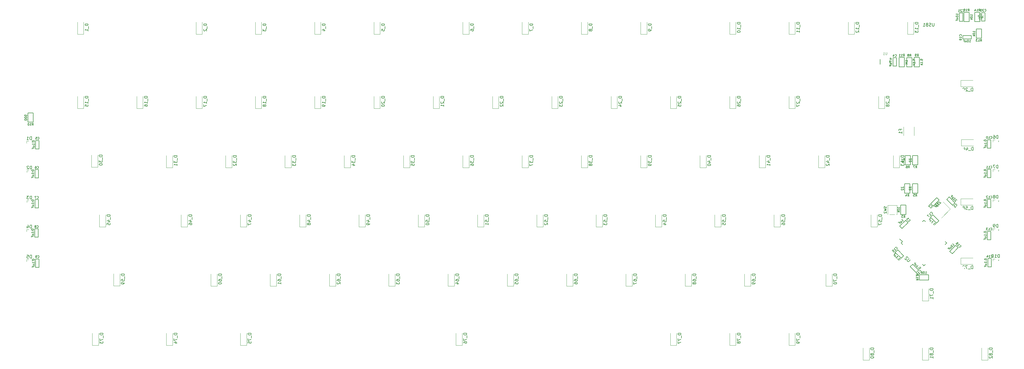
<source format=gbo>
G04 #@! TF.GenerationSoftware,KiCad,Pcbnew,(5.1.4)-1*
G04 #@! TF.CreationDate,2020-09-19T16:07:07+10:00*
G04 #@! TF.ProjectId,keyboard-10,6b657962-6f61-4726-942d-31302e6b6963,rev?*
G04 #@! TF.SameCoordinates,Original*
G04 #@! TF.FileFunction,Legend,Bot*
G04 #@! TF.FilePolarity,Positive*
%FSLAX46Y46*%
G04 Gerber Fmt 4.6, Leading zero omitted, Abs format (unit mm)*
G04 Created by KiCad (PCBNEW (5.1.4)-1) date 2020-09-19 16:07:07*
%MOMM*%
%LPD*%
G04 APERTURE LIST*
%ADD10C,0.100000*%
%ADD11C,0.200000*%
%ADD12C,0.120000*%
%ADD13C,0.150000*%
%ADD14C,0.075000*%
%ADD15R,0.500000X0.500000*%
%ADD16C,2.250000*%
%ADD17C,3.987800*%
%ADD18C,1.750000*%
%ADD19R,1.300000X0.700000*%
%ADD20R,0.750000X0.800000*%
%ADD21R,2.000000X2.000000*%
%ADD22C,2.000000*%
%ADD23R,2.000000X3.200000*%
%ADD24R,0.700000X1.300000*%
%ADD25R,0.800000X0.750000*%
%ADD26C,0.750000*%
%ADD27C,3.048000*%
%ADD28R,0.500000X0.700000*%
%ADD29C,0.650000*%
%ADD30R,0.300000X2.450000*%
%ADD31R,0.600000X2.450000*%
%ADD32C,1.200000*%
%ADD33R,0.700000X0.800000*%
%ADD34R,1.100000X0.800000*%
%ADD35C,0.550000*%
%ADD36C,1.125000*%
%ADD37R,1.200000X0.900000*%
%ADD38R,0.900000X1.200000*%
G04 APERTURE END LIST*
D10*
X438247000Y-175807000D02*
X438897000Y-175807000D01*
X438247000Y-176457000D02*
X438247000Y-175807000D01*
X438247000Y-166097000D02*
X438897000Y-166097000D01*
X438247000Y-166747000D02*
X438247000Y-166097000D01*
X438247000Y-156757000D02*
X438897000Y-156757000D01*
X438247000Y-157407000D02*
X438247000Y-156757000D01*
X438247000Y-147697000D02*
X438247000Y-147047000D01*
X438247000Y-147047000D02*
X438897000Y-147047000D01*
X438247000Y-137511000D02*
X438897000Y-137511000D01*
X438247000Y-138161000D02*
X438247000Y-137511000D01*
X127743000Y-175992000D02*
X128393000Y-175992000D01*
X127743000Y-176642000D02*
X127743000Y-175992000D01*
X127743000Y-166340000D02*
X128393000Y-166340000D01*
X127743000Y-166990000D02*
X127743000Y-166340000D01*
X127801000Y-157011000D02*
X128451000Y-157011000D01*
X127801000Y-157661000D02*
X127801000Y-157011000D01*
X127801000Y-147359000D02*
X128451000Y-147359000D01*
X127801000Y-148009000D02*
X127801000Y-147359000D01*
X127732000Y-137903000D02*
X128382000Y-137903000D01*
X127732000Y-138553000D02*
X127732000Y-137903000D01*
D11*
X430618000Y-96478000D02*
X430618000Y-99478000D01*
X428918000Y-96478000D02*
X430618000Y-96478000D01*
X428918000Y-99478000D02*
X430618000Y-99478000D01*
X428918000Y-96478000D02*
X428918000Y-99478000D01*
X434047000Y-96478000D02*
X434047000Y-99478000D01*
X432347000Y-96478000D02*
X434047000Y-96478000D01*
X432347000Y-99478000D02*
X434047000Y-99478000D01*
X432347000Y-96478000D02*
X432347000Y-99478000D01*
X427440000Y-96682000D02*
X427440000Y-99382000D01*
X427440000Y-99382000D02*
X428540000Y-99382000D01*
X428540000Y-99382000D02*
X428540000Y-96682000D01*
X428540000Y-96682000D02*
X427440000Y-96682000D01*
X434552000Y-96567000D02*
X434552000Y-99267000D01*
X434552000Y-99267000D02*
X435652000Y-99267000D01*
X435652000Y-99267000D02*
X435652000Y-96567000D01*
X435652000Y-96567000D02*
X434552000Y-96567000D01*
X432855000Y-104817000D02*
X432855000Y-101817000D01*
X434555000Y-104817000D02*
X432855000Y-104817000D01*
X434555000Y-101817000D02*
X432855000Y-101817000D01*
X434555000Y-104817000D02*
X434555000Y-101817000D01*
X414581250Y-180918750D02*
X417581250Y-180918750D01*
X414581250Y-182618750D02*
X414581250Y-180918750D01*
X417581250Y-182618750D02*
X417581250Y-180918750D01*
X414581250Y-182618750D02*
X417581250Y-182618750D01*
X409790000Y-110985500D02*
X409790000Y-113985500D01*
X408090000Y-110985500D02*
X409790000Y-110985500D01*
X408090000Y-113985500D02*
X409790000Y-113985500D01*
X408090000Y-110985500D02*
X408090000Y-113985500D01*
X128182000Y-131838500D02*
X128182000Y-128838500D01*
X129882000Y-131838500D02*
X128182000Y-131838500D01*
X129882000Y-128838500D02*
X128182000Y-128838500D01*
X129882000Y-131838500D02*
X129882000Y-128838500D01*
X414616000Y-110985500D02*
X414616000Y-113985500D01*
X412916000Y-110985500D02*
X414616000Y-110985500D01*
X412916000Y-113985500D02*
X414616000Y-113985500D01*
X412916000Y-110985500D02*
X412916000Y-113985500D01*
X412203000Y-111022000D02*
X412203000Y-114022000D01*
X410503000Y-111022000D02*
X412203000Y-111022000D01*
X410503000Y-114022000D02*
X412203000Y-114022000D01*
X410503000Y-111022000D02*
X410503000Y-114022000D01*
X412408000Y-145554500D02*
X412408000Y-142554500D01*
X414108000Y-145554500D02*
X412408000Y-145554500D01*
X414108000Y-142554500D02*
X412408000Y-142554500D01*
X414108000Y-145554500D02*
X414108000Y-142554500D01*
X409995000Y-145554500D02*
X409995000Y-142554500D01*
X411695000Y-145554500D02*
X409995000Y-145554500D01*
X411695000Y-142554500D02*
X409995000Y-142554500D01*
X411695000Y-145554500D02*
X411695000Y-142554500D01*
X412377184Y-154625500D02*
X412377184Y-151625500D01*
X414077184Y-154625500D02*
X412377184Y-154625500D01*
X414077184Y-151625500D02*
X412377184Y-151625500D01*
X414077184Y-154625500D02*
X414077184Y-151625500D01*
X409868000Y-154625500D02*
X409868000Y-151625500D01*
X411568000Y-154625500D02*
X409868000Y-154625500D01*
X411568000Y-151625500D02*
X409868000Y-151625500D01*
X411568000Y-154625500D02*
X411568000Y-151625500D01*
X408598000Y-161483500D02*
X408598000Y-158483500D01*
X410298000Y-161483500D02*
X408598000Y-161483500D01*
X410298000Y-158483500D02*
X408598000Y-158483500D01*
X410298000Y-161483500D02*
X410298000Y-158483500D01*
X428557000Y-105071000D02*
X431257000Y-105071000D01*
X431257000Y-105071000D02*
X431257000Y-103971000D01*
X431257000Y-103971000D02*
X428557000Y-103971000D01*
X428557000Y-103971000D02*
X428557000Y-105071000D01*
X426279105Y-171430577D02*
X424369917Y-173339765D01*
X424369917Y-173339765D02*
X425147735Y-174117583D01*
X425147735Y-174117583D02*
X427056923Y-172208395D01*
X427056923Y-172208395D02*
X426279105Y-171430577D01*
X418159827Y-162397645D02*
X420069015Y-164306833D01*
X420069015Y-164306833D02*
X420846833Y-163529015D01*
X420846833Y-163529015D02*
X418937645Y-161619827D01*
X418937645Y-161619827D02*
X418159827Y-162397645D01*
X414356923Y-179422855D02*
X412447735Y-177513667D01*
X412447735Y-177513667D02*
X411669917Y-178291485D01*
X411669917Y-178291485D02*
X413579105Y-180200673D01*
X413579105Y-180200673D02*
X414356923Y-179422855D01*
X406834497Y-173678315D02*
X408743685Y-175587503D01*
X408743685Y-175587503D02*
X409521503Y-174809685D01*
X409521503Y-174809685D02*
X407612315Y-172900497D01*
X407612315Y-172900497D02*
X406834497Y-173678315D01*
X436584000Y-175676000D02*
X436584000Y-178376000D01*
X436584000Y-178376000D02*
X437684000Y-178376000D01*
X437684000Y-178376000D02*
X437684000Y-175676000D01*
X437684000Y-175676000D02*
X436584000Y-175676000D01*
X436457000Y-166913000D02*
X436457000Y-169613000D01*
X436457000Y-169613000D02*
X437557000Y-169613000D01*
X437557000Y-169613000D02*
X437557000Y-166913000D01*
X437557000Y-166913000D02*
X436457000Y-166913000D01*
X436457000Y-156626000D02*
X436457000Y-159326000D01*
X436457000Y-159326000D02*
X437557000Y-159326000D01*
X437557000Y-159326000D02*
X437557000Y-156626000D01*
X437557000Y-156626000D02*
X436457000Y-156626000D01*
X436457000Y-146974000D02*
X436457000Y-149674000D01*
X436457000Y-149674000D02*
X437557000Y-149674000D01*
X437557000Y-149674000D02*
X437557000Y-146974000D01*
X437557000Y-146974000D02*
X436457000Y-146974000D01*
X436457000Y-137449000D02*
X436457000Y-140149000D01*
X436457000Y-140149000D02*
X437557000Y-140149000D01*
X437557000Y-140149000D02*
X437557000Y-137449000D01*
X437557000Y-137449000D02*
X436457000Y-137449000D01*
X130641000Y-175815000D02*
X130641000Y-178515000D01*
X130641000Y-178515000D02*
X131741000Y-178515000D01*
X131741000Y-178515000D02*
X131741000Y-175815000D01*
X131741000Y-175815000D02*
X130641000Y-175815000D01*
X130387000Y-166131250D02*
X130387000Y-168831250D01*
X130387000Y-168831250D02*
X131487000Y-168831250D01*
X131487000Y-168831250D02*
X131487000Y-166131250D01*
X131487000Y-166131250D02*
X130387000Y-166131250D01*
X130418750Y-156733250D02*
X130418750Y-159433250D01*
X130418750Y-159433250D02*
X131518750Y-159433250D01*
X131518750Y-159433250D02*
X131518750Y-156733250D01*
X131518750Y-156733250D02*
X130418750Y-156733250D01*
X130450500Y-147081250D02*
X130450500Y-149781250D01*
X130450500Y-149781250D02*
X131550500Y-149781250D01*
X131550500Y-149781250D02*
X131550500Y-147081250D01*
X131550500Y-147081250D02*
X130450500Y-147081250D01*
X130641000Y-137703000D02*
X130641000Y-140403000D01*
X130641000Y-140403000D02*
X131741000Y-140403000D01*
X131741000Y-140403000D02*
X131741000Y-137703000D01*
X131741000Y-137703000D02*
X130641000Y-137703000D01*
X406104000Y-111093500D02*
X406104000Y-113793500D01*
X406104000Y-113793500D02*
X407204000Y-113793500D01*
X407204000Y-113793500D02*
X407204000Y-111093500D01*
X407204000Y-111093500D02*
X406104000Y-111093500D01*
X410168598Y-163347584D02*
X408259410Y-165256772D01*
X408259410Y-165256772D02*
X409037228Y-166034590D01*
X409037228Y-166034590D02*
X410946416Y-164125402D01*
X410946416Y-164125402D02*
X410168598Y-163347584D01*
X419005377Y-158813123D02*
X420914565Y-156903935D01*
X420914565Y-156903935D02*
X420136747Y-156126117D01*
X420136747Y-156126117D02*
X418227559Y-158035305D01*
X418227559Y-158035305D02*
X419005377Y-158813123D01*
X426050390Y-157790590D02*
X424141202Y-155881402D01*
X424141202Y-155881402D02*
X423363384Y-156659220D01*
X423363384Y-156659220D02*
X425272572Y-158568408D01*
X425272572Y-158568408D02*
X426050390Y-157790590D01*
D12*
X407392000Y-158520000D02*
X407392000Y-161520000D01*
X404392000Y-158520000D02*
X404392000Y-161520000D01*
X407392000Y-158520000D02*
X404392000Y-158520000D01*
X407392000Y-161520000D02*
X404392000Y-161520000D01*
X424536570Y-159761298D02*
X421708143Y-162589725D01*
X422203117Y-157427845D02*
X424536570Y-159761298D01*
D13*
X405194000Y-111579000D02*
X405194000Y-113179000D01*
X405194000Y-113579000D02*
X405194000Y-113879000D01*
X401994000Y-111579000D02*
X401994000Y-113179000D01*
X409140031Y-170281414D02*
X408238470Y-169379852D01*
X416052000Y-178006555D02*
X415574703Y-177529258D01*
X423370555Y-170688000D02*
X422893258Y-170210703D01*
X416052000Y-163369445D02*
X416529297Y-163846742D01*
X408733445Y-170688000D02*
X409210742Y-171165297D01*
X416052000Y-163369445D02*
X415574703Y-163846742D01*
X423370555Y-170688000D02*
X422893258Y-171165297D01*
X416052000Y-178006555D02*
X416529297Y-177529258D01*
X408733445Y-170688000D02*
X409140031Y-170281414D01*
D12*
X412936000Y-133339248D02*
X412936000Y-136111752D01*
X409516000Y-133339248D02*
X409516000Y-136111752D01*
X146050000Y-103556250D02*
X146050000Y-99656250D01*
X144050000Y-103556250D02*
X144050000Y-99656250D01*
X146050000Y-103556250D02*
X144050000Y-103556250D01*
X184150000Y-103556250D02*
X184150000Y-99656250D01*
X182150000Y-103556250D02*
X182150000Y-99656250D01*
X184150000Y-103556250D02*
X182150000Y-103556250D01*
X203200000Y-103556250D02*
X203200000Y-99656250D01*
X201200000Y-103556250D02*
X201200000Y-99656250D01*
X203200000Y-103556250D02*
X201200000Y-103556250D01*
X222250000Y-103556250D02*
X222250000Y-99656250D01*
X220250000Y-103556250D02*
X220250000Y-99656250D01*
X222250000Y-103556250D02*
X220250000Y-103556250D01*
X241300000Y-103556250D02*
X241300000Y-99656250D01*
X239300000Y-103556250D02*
X239300000Y-99656250D01*
X241300000Y-103556250D02*
X239300000Y-103556250D01*
X269875000Y-103556250D02*
X269875000Y-99656250D01*
X267875000Y-103556250D02*
X267875000Y-99656250D01*
X269875000Y-103556250D02*
X267875000Y-103556250D01*
X288925000Y-103556250D02*
X288925000Y-99656250D01*
X286925000Y-103556250D02*
X286925000Y-99656250D01*
X288925000Y-103556250D02*
X286925000Y-103556250D01*
X307975000Y-103556250D02*
X307975000Y-99656250D01*
X305975000Y-103556250D02*
X305975000Y-99656250D01*
X307975000Y-103556250D02*
X305975000Y-103556250D01*
X327025000Y-103556250D02*
X327025000Y-99656250D01*
X325025000Y-103556250D02*
X325025000Y-99656250D01*
X327025000Y-103556250D02*
X325025000Y-103556250D01*
X355600000Y-103556250D02*
X355600000Y-99656250D01*
X353600000Y-103556250D02*
X353600000Y-99656250D01*
X355600000Y-103556250D02*
X353600000Y-103556250D01*
X374650000Y-103556250D02*
X374650000Y-99656250D01*
X372650000Y-103556250D02*
X372650000Y-99656250D01*
X374650000Y-103556250D02*
X372650000Y-103556250D01*
X393700000Y-103556250D02*
X393700000Y-99656250D01*
X391700000Y-103556250D02*
X391700000Y-99656250D01*
X393700000Y-103556250D02*
X391700000Y-103556250D01*
X412750000Y-103556250D02*
X412750000Y-99656250D01*
X410750000Y-103556250D02*
X410750000Y-99656250D01*
X412750000Y-103556250D02*
X410750000Y-103556250D01*
X146050000Y-127368750D02*
X146050000Y-123468750D01*
X144050000Y-127368750D02*
X144050000Y-123468750D01*
X146050000Y-127368750D02*
X144050000Y-127368750D01*
X165100000Y-127368750D02*
X165100000Y-123468750D01*
X163100000Y-127368750D02*
X163100000Y-123468750D01*
X165100000Y-127368750D02*
X163100000Y-127368750D01*
X184150000Y-127368750D02*
X184150000Y-123468750D01*
X182150000Y-127368750D02*
X182150000Y-123468750D01*
X184150000Y-127368750D02*
X182150000Y-127368750D01*
X203200000Y-127368750D02*
X203200000Y-123468750D01*
X201200000Y-127368750D02*
X201200000Y-123468750D01*
X203200000Y-127368750D02*
X201200000Y-127368750D01*
X222250000Y-127368750D02*
X222250000Y-123468750D01*
X220250000Y-127368750D02*
X220250000Y-123468750D01*
X222250000Y-127368750D02*
X220250000Y-127368750D01*
X241300000Y-127368750D02*
X241300000Y-123468750D01*
X239300000Y-127368750D02*
X239300000Y-123468750D01*
X241300000Y-127368750D02*
X239300000Y-127368750D01*
X260350000Y-127368750D02*
X260350000Y-123468750D01*
X258350000Y-127368750D02*
X258350000Y-123468750D01*
X260350000Y-127368750D02*
X258350000Y-127368750D01*
X279400000Y-127368750D02*
X279400000Y-123468750D01*
X277400000Y-127368750D02*
X277400000Y-123468750D01*
X279400000Y-127368750D02*
X277400000Y-127368750D01*
X298450000Y-127368750D02*
X298450000Y-123468750D01*
X296450000Y-127368750D02*
X296450000Y-123468750D01*
X298450000Y-127368750D02*
X296450000Y-127368750D01*
X317500000Y-127368750D02*
X317500000Y-123468750D01*
X315500000Y-127368750D02*
X315500000Y-123468750D01*
X317500000Y-127368750D02*
X315500000Y-127368750D01*
X336550000Y-127368750D02*
X336550000Y-123468750D01*
X334550000Y-127368750D02*
X334550000Y-123468750D01*
X336550000Y-127368750D02*
X334550000Y-127368750D01*
X355600000Y-127368750D02*
X355600000Y-123468750D01*
X353600000Y-127368750D02*
X353600000Y-123468750D01*
X355600000Y-127368750D02*
X353600000Y-127368750D01*
X374650000Y-127368750D02*
X374650000Y-123468750D01*
X372650000Y-127368750D02*
X372650000Y-123468750D01*
X374650000Y-127368750D02*
X372650000Y-127368750D01*
X403431250Y-127368750D02*
X403431250Y-123468750D01*
X401431250Y-127368750D02*
X401431250Y-123468750D01*
X403431250Y-127368750D02*
X401431250Y-127368750D01*
X427900000Y-120380000D02*
X431800000Y-120380000D01*
X427900000Y-118380000D02*
X431800000Y-118380000D01*
X427900000Y-120380000D02*
X427900000Y-118380000D01*
X150606000Y-146268000D02*
X150606000Y-142368000D01*
X148606000Y-146268000D02*
X148606000Y-142368000D01*
X150606000Y-146268000D02*
X148606000Y-146268000D01*
X174625000Y-146418750D02*
X174625000Y-142518750D01*
X172625000Y-146418750D02*
X172625000Y-142518750D01*
X174625000Y-146418750D02*
X172625000Y-146418750D01*
X193675000Y-146418750D02*
X193675000Y-142518750D01*
X191675000Y-146418750D02*
X191675000Y-142518750D01*
X193675000Y-146418750D02*
X191675000Y-146418750D01*
X212725000Y-146418750D02*
X212725000Y-142518750D01*
X210725000Y-146418750D02*
X210725000Y-142518750D01*
X212725000Y-146418750D02*
X210725000Y-146418750D01*
X231775000Y-146418750D02*
X231775000Y-142518750D01*
X229775000Y-146418750D02*
X229775000Y-142518750D01*
X231775000Y-146418750D02*
X229775000Y-146418750D01*
X250825000Y-146418750D02*
X250825000Y-142518750D01*
X248825000Y-146418750D02*
X248825000Y-142518750D01*
X250825000Y-146418750D02*
X248825000Y-146418750D01*
X269875000Y-146418750D02*
X269875000Y-142518750D01*
X267875000Y-146418750D02*
X267875000Y-142518750D01*
X269875000Y-146418750D02*
X267875000Y-146418750D01*
X288925000Y-146418750D02*
X288925000Y-142518750D01*
X286925000Y-146418750D02*
X286925000Y-142518750D01*
X288925000Y-146418750D02*
X286925000Y-146418750D01*
X307975000Y-146418750D02*
X307975000Y-142518750D01*
X305975000Y-146418750D02*
X305975000Y-142518750D01*
X307975000Y-146418750D02*
X305975000Y-146418750D01*
X327025000Y-146418750D02*
X327025000Y-142518750D01*
X325025000Y-146418750D02*
X325025000Y-142518750D01*
X327025000Y-146418750D02*
X325025000Y-146418750D01*
X346075000Y-146418750D02*
X346075000Y-142518750D01*
X344075000Y-146418750D02*
X344075000Y-142518750D01*
X346075000Y-146418750D02*
X344075000Y-146418750D01*
X365125000Y-146418750D02*
X365125000Y-142518750D01*
X363125000Y-146418750D02*
X363125000Y-142518750D01*
X365125000Y-146418750D02*
X363125000Y-146418750D01*
X384175000Y-146418750D02*
X384175000Y-142518750D01*
X382175000Y-146418750D02*
X382175000Y-142518750D01*
X384175000Y-146418750D02*
X382175000Y-146418750D01*
X408193750Y-146418750D02*
X408193750Y-142518750D01*
X406193750Y-146418750D02*
X406193750Y-142518750D01*
X408193750Y-146418750D02*
X406193750Y-146418750D01*
X428026000Y-139430000D02*
X431926000Y-139430000D01*
X428026000Y-137430000D02*
X431926000Y-137430000D01*
X428026000Y-139430000D02*
X428026000Y-137430000D01*
X153146000Y-165468750D02*
X153146000Y-161568750D01*
X151146000Y-165468750D02*
X151146000Y-161568750D01*
X153146000Y-165468750D02*
X151146000Y-165468750D01*
X179387500Y-165468750D02*
X179387500Y-161568750D01*
X177387500Y-165468750D02*
X177387500Y-161568750D01*
X179387500Y-165468750D02*
X177387500Y-165468750D01*
X198437500Y-165468750D02*
X198437500Y-161568750D01*
X196437500Y-165468750D02*
X196437500Y-161568750D01*
X198437500Y-165468750D02*
X196437500Y-165468750D01*
X217487500Y-165468750D02*
X217487500Y-161568750D01*
X215487500Y-165468750D02*
X215487500Y-161568750D01*
X217487500Y-165468750D02*
X215487500Y-165468750D01*
X236537500Y-165468750D02*
X236537500Y-161568750D01*
X234537500Y-165468750D02*
X234537500Y-161568750D01*
X236537500Y-165468750D02*
X234537500Y-165468750D01*
X255587500Y-165468750D02*
X255587500Y-161568750D01*
X253587500Y-165468750D02*
X253587500Y-161568750D01*
X255587500Y-165468750D02*
X253587500Y-165468750D01*
X274637500Y-165468750D02*
X274637500Y-161568750D01*
X272637500Y-165468750D02*
X272637500Y-161568750D01*
X274637500Y-165468750D02*
X272637500Y-165468750D01*
X293687500Y-165468750D02*
X293687500Y-161568750D01*
X291687500Y-165468750D02*
X291687500Y-161568750D01*
X293687500Y-165468750D02*
X291687500Y-165468750D01*
X312737500Y-165468750D02*
X312737500Y-161568750D01*
X310737500Y-165468750D02*
X310737500Y-161568750D01*
X312737500Y-165468750D02*
X310737500Y-165468750D01*
X331787500Y-165468750D02*
X331787500Y-161568750D01*
X329787500Y-165468750D02*
X329787500Y-161568750D01*
X331787500Y-165468750D02*
X329787500Y-165468750D01*
X350837500Y-165468750D02*
X350837500Y-161568750D01*
X348837500Y-165468750D02*
X348837500Y-161568750D01*
X350837500Y-165468750D02*
X348837500Y-165468750D01*
X369887500Y-165468750D02*
X369887500Y-161568750D01*
X367887500Y-165468750D02*
X367887500Y-161568750D01*
X369887500Y-165468750D02*
X367887500Y-165468750D01*
X401050000Y-165468750D02*
X401050000Y-161568750D01*
X399050000Y-165468750D02*
X399050000Y-161568750D01*
X401050000Y-165468750D02*
X399050000Y-165468750D01*
X427898000Y-158480000D02*
X431798000Y-158480000D01*
X427898000Y-156480000D02*
X431798000Y-156480000D01*
X427898000Y-158480000D02*
X427898000Y-156480000D01*
X157718000Y-184494000D02*
X157718000Y-180594000D01*
X155718000Y-184494000D02*
X155718000Y-180594000D01*
X157718000Y-184494000D02*
X155718000Y-184494000D01*
X188912500Y-184518750D02*
X188912500Y-180618750D01*
X186912500Y-184518750D02*
X186912500Y-180618750D01*
X188912500Y-184518750D02*
X186912500Y-184518750D01*
X207962500Y-184518750D02*
X207962500Y-180618750D01*
X205962500Y-184518750D02*
X205962500Y-180618750D01*
X207962500Y-184518750D02*
X205962500Y-184518750D01*
X227012500Y-184518750D02*
X227012500Y-180618750D01*
X225012500Y-184518750D02*
X225012500Y-180618750D01*
X227012500Y-184518750D02*
X225012500Y-184518750D01*
X246062500Y-184518750D02*
X246062500Y-180618750D01*
X244062500Y-184518750D02*
X244062500Y-180618750D01*
X246062500Y-184518750D02*
X244062500Y-184518750D01*
X265112500Y-184518750D02*
X265112500Y-180618750D01*
X263112500Y-184518750D02*
X263112500Y-180618750D01*
X265112500Y-184518750D02*
X263112500Y-184518750D01*
X284162500Y-184518750D02*
X284162500Y-180618750D01*
X282162500Y-184518750D02*
X282162500Y-180618750D01*
X284162500Y-184518750D02*
X282162500Y-184518750D01*
X303212500Y-184518750D02*
X303212500Y-180618750D01*
X301212500Y-184518750D02*
X301212500Y-180618750D01*
X303212500Y-184518750D02*
X301212500Y-184518750D01*
X322262500Y-184518750D02*
X322262500Y-180618750D01*
X320262500Y-184518750D02*
X320262500Y-180618750D01*
X322262500Y-184518750D02*
X320262500Y-184518750D01*
X341312500Y-184518750D02*
X341312500Y-180618750D01*
X339312500Y-184518750D02*
X339312500Y-180618750D01*
X341312500Y-184518750D02*
X339312500Y-184518750D01*
X360362500Y-184518750D02*
X360362500Y-180618750D01*
X358362500Y-184518750D02*
X358362500Y-180618750D01*
X360362500Y-184518750D02*
X358362500Y-184518750D01*
X386572000Y-184518750D02*
X386572000Y-180618750D01*
X384572000Y-184518750D02*
X384572000Y-180618750D01*
X386572000Y-184518750D02*
X384572000Y-184518750D01*
X417512500Y-189281250D02*
X417512500Y-185381250D01*
X415512500Y-189281250D02*
X415512500Y-185381250D01*
X417512500Y-189281250D02*
X415512500Y-189281250D01*
X427900000Y-177530000D02*
X431800000Y-177530000D01*
X427900000Y-175530000D02*
X431800000Y-175530000D01*
X427900000Y-177530000D02*
X427900000Y-175530000D01*
X150812500Y-203568750D02*
X150812500Y-199668750D01*
X148812500Y-203568750D02*
X148812500Y-199668750D01*
X150812500Y-203568750D02*
X148812500Y-203568750D01*
X174625000Y-203568750D02*
X174625000Y-199668750D01*
X172625000Y-203568750D02*
X172625000Y-199668750D01*
X174625000Y-203568750D02*
X172625000Y-203568750D01*
X198437500Y-203568750D02*
X198437500Y-199668750D01*
X196437500Y-203568750D02*
X196437500Y-199668750D01*
X198437500Y-203568750D02*
X196437500Y-203568750D01*
X267700000Y-203568750D02*
X267700000Y-199668750D01*
X265700000Y-203568750D02*
X265700000Y-199668750D01*
X267700000Y-203568750D02*
X265700000Y-203568750D01*
X336550000Y-203568750D02*
X336550000Y-199668750D01*
X334550000Y-203568750D02*
X334550000Y-199668750D01*
X336550000Y-203568750D02*
X334550000Y-203568750D01*
X355600000Y-203568750D02*
X355600000Y-199668750D01*
X353600000Y-203568750D02*
X353600000Y-199668750D01*
X355600000Y-203568750D02*
X353600000Y-203568750D01*
X374650000Y-203568750D02*
X374650000Y-199668750D01*
X372650000Y-203568750D02*
X372650000Y-199668750D01*
X374650000Y-203568750D02*
X372650000Y-203568750D01*
X398462500Y-208331250D02*
X398462500Y-204431250D01*
X396462500Y-208331250D02*
X396462500Y-204431250D01*
X398462500Y-208331250D02*
X396462500Y-208331250D01*
X417512500Y-208331250D02*
X417512500Y-204431250D01*
X415512500Y-208331250D02*
X415512500Y-204431250D01*
X417512500Y-208331250D02*
X415512500Y-208331250D01*
X436562500Y-208331250D02*
X436562500Y-204431250D01*
X434562500Y-208331250D02*
X434562500Y-204431250D01*
X436562500Y-208331250D02*
X434562500Y-208331250D01*
D13*
X440311285Y-175359380D02*
X440311285Y-174359380D01*
X440073190Y-174359380D01*
X439930333Y-174407000D01*
X439835095Y-174502238D01*
X439787476Y-174597476D01*
X439739857Y-174787952D01*
X439739857Y-174930809D01*
X439787476Y-175121285D01*
X439835095Y-175216523D01*
X439930333Y-175311761D01*
X440073190Y-175359380D01*
X440311285Y-175359380D01*
X438787476Y-175359380D02*
X439358904Y-175359380D01*
X439073190Y-175359380D02*
X439073190Y-174359380D01*
X439168428Y-174502238D01*
X439263666Y-174597476D01*
X439358904Y-174645095D01*
X438168428Y-174359380D02*
X438073190Y-174359380D01*
X437977952Y-174407000D01*
X437930333Y-174454619D01*
X437882714Y-174549857D01*
X437835095Y-174740333D01*
X437835095Y-174978428D01*
X437882714Y-175168904D01*
X437930333Y-175264142D01*
X437977952Y-175311761D01*
X438073190Y-175359380D01*
X438168428Y-175359380D01*
X438263666Y-175311761D01*
X438311285Y-175264142D01*
X438358904Y-175168904D01*
X438406523Y-174978428D01*
X438406523Y-174740333D01*
X438358904Y-174549857D01*
X438311285Y-174454619D01*
X438263666Y-174407000D01*
X438168428Y-174359380D01*
D14*
X439936285Y-176342714D02*
X440107714Y-176342714D01*
X440022000Y-176342714D02*
X440022000Y-176042714D01*
X440050571Y-176085571D01*
X440079142Y-176114142D01*
X440107714Y-176128428D01*
D13*
X439835095Y-165649380D02*
X439835095Y-164649380D01*
X439597000Y-164649380D01*
X439454142Y-164697000D01*
X439358904Y-164792238D01*
X439311285Y-164887476D01*
X439263666Y-165077952D01*
X439263666Y-165220809D01*
X439311285Y-165411285D01*
X439358904Y-165506523D01*
X439454142Y-165601761D01*
X439597000Y-165649380D01*
X439835095Y-165649380D01*
X438787476Y-165649380D02*
X438597000Y-165649380D01*
X438501761Y-165601761D01*
X438454142Y-165554142D01*
X438358904Y-165411285D01*
X438311285Y-165220809D01*
X438311285Y-164839857D01*
X438358904Y-164744619D01*
X438406523Y-164697000D01*
X438501761Y-164649380D01*
X438692238Y-164649380D01*
X438787476Y-164697000D01*
X438835095Y-164744619D01*
X438882714Y-164839857D01*
X438882714Y-165077952D01*
X438835095Y-165173190D01*
X438787476Y-165220809D01*
X438692238Y-165268428D01*
X438501761Y-165268428D01*
X438406523Y-165220809D01*
X438358904Y-165173190D01*
X438311285Y-165077952D01*
D14*
X439936285Y-166632714D02*
X440107714Y-166632714D01*
X440022000Y-166632714D02*
X440022000Y-166332714D01*
X440050571Y-166375571D01*
X440079142Y-166404142D01*
X440107714Y-166418428D01*
D13*
X439835095Y-156309380D02*
X439835095Y-155309380D01*
X439597000Y-155309380D01*
X439454142Y-155357000D01*
X439358904Y-155452238D01*
X439311285Y-155547476D01*
X439263666Y-155737952D01*
X439263666Y-155880809D01*
X439311285Y-156071285D01*
X439358904Y-156166523D01*
X439454142Y-156261761D01*
X439597000Y-156309380D01*
X439835095Y-156309380D01*
X438692238Y-155737952D02*
X438787476Y-155690333D01*
X438835095Y-155642714D01*
X438882714Y-155547476D01*
X438882714Y-155499857D01*
X438835095Y-155404619D01*
X438787476Y-155357000D01*
X438692238Y-155309380D01*
X438501761Y-155309380D01*
X438406523Y-155357000D01*
X438358904Y-155404619D01*
X438311285Y-155499857D01*
X438311285Y-155547476D01*
X438358904Y-155642714D01*
X438406523Y-155690333D01*
X438501761Y-155737952D01*
X438692238Y-155737952D01*
X438787476Y-155785571D01*
X438835095Y-155833190D01*
X438882714Y-155928428D01*
X438882714Y-156118904D01*
X438835095Y-156214142D01*
X438787476Y-156261761D01*
X438692238Y-156309380D01*
X438501761Y-156309380D01*
X438406523Y-156261761D01*
X438358904Y-156214142D01*
X438311285Y-156118904D01*
X438311285Y-155928428D01*
X438358904Y-155833190D01*
X438406523Y-155785571D01*
X438501761Y-155737952D01*
D14*
X439936285Y-157292714D02*
X440107714Y-157292714D01*
X440022000Y-157292714D02*
X440022000Y-156992714D01*
X440050571Y-157035571D01*
X440079142Y-157064142D01*
X440107714Y-157078428D01*
D13*
X439835095Y-146599380D02*
X439835095Y-145599380D01*
X439597000Y-145599380D01*
X439454142Y-145647000D01*
X439358904Y-145742238D01*
X439311285Y-145837476D01*
X439263666Y-146027952D01*
X439263666Y-146170809D01*
X439311285Y-146361285D01*
X439358904Y-146456523D01*
X439454142Y-146551761D01*
X439597000Y-146599380D01*
X439835095Y-146599380D01*
X438930333Y-145599380D02*
X438263666Y-145599380D01*
X438692238Y-146599380D01*
D14*
X439936285Y-147582714D02*
X440107714Y-147582714D01*
X440022000Y-147582714D02*
X440022000Y-147282714D01*
X440050571Y-147325571D01*
X440079142Y-147354142D01*
X440107714Y-147368428D01*
D13*
X439835095Y-137063380D02*
X439835095Y-136063380D01*
X439597000Y-136063380D01*
X439454142Y-136111000D01*
X439358904Y-136206238D01*
X439311285Y-136301476D01*
X439263666Y-136491952D01*
X439263666Y-136634809D01*
X439311285Y-136825285D01*
X439358904Y-136920523D01*
X439454142Y-137015761D01*
X439597000Y-137063380D01*
X439835095Y-137063380D01*
X438406523Y-136063380D02*
X438597000Y-136063380D01*
X438692238Y-136111000D01*
X438739857Y-136158619D01*
X438835095Y-136301476D01*
X438882714Y-136491952D01*
X438882714Y-136872904D01*
X438835095Y-136968142D01*
X438787476Y-137015761D01*
X438692238Y-137063380D01*
X438501761Y-137063380D01*
X438406523Y-137015761D01*
X438358904Y-136968142D01*
X438311285Y-136872904D01*
X438311285Y-136634809D01*
X438358904Y-136539571D01*
X438406523Y-136491952D01*
X438501761Y-136444333D01*
X438692238Y-136444333D01*
X438787476Y-136491952D01*
X438835095Y-136539571D01*
X438882714Y-136634809D01*
D14*
X439936285Y-138046714D02*
X440107714Y-138046714D01*
X440022000Y-138046714D02*
X440022000Y-137746714D01*
X440050571Y-137789571D01*
X440079142Y-137818142D01*
X440107714Y-137832428D01*
D13*
X129331095Y-175544380D02*
X129331095Y-174544380D01*
X129093000Y-174544380D01*
X128950142Y-174592000D01*
X128854904Y-174687238D01*
X128807285Y-174782476D01*
X128759666Y-174972952D01*
X128759666Y-175115809D01*
X128807285Y-175306285D01*
X128854904Y-175401523D01*
X128950142Y-175496761D01*
X129093000Y-175544380D01*
X129331095Y-175544380D01*
X127854904Y-174544380D02*
X128331095Y-174544380D01*
X128378714Y-175020571D01*
X128331095Y-174972952D01*
X128235857Y-174925333D01*
X127997761Y-174925333D01*
X127902523Y-174972952D01*
X127854904Y-175020571D01*
X127807285Y-175115809D01*
X127807285Y-175353904D01*
X127854904Y-175449142D01*
X127902523Y-175496761D01*
X127997761Y-175544380D01*
X128235857Y-175544380D01*
X128331095Y-175496761D01*
X128378714Y-175449142D01*
D14*
X129432285Y-176527714D02*
X129603714Y-176527714D01*
X129518000Y-176527714D02*
X129518000Y-176227714D01*
X129546571Y-176270571D01*
X129575142Y-176299142D01*
X129603714Y-176313428D01*
D13*
X129331095Y-165892380D02*
X129331095Y-164892380D01*
X129093000Y-164892380D01*
X128950142Y-164940000D01*
X128854904Y-165035238D01*
X128807285Y-165130476D01*
X128759666Y-165320952D01*
X128759666Y-165463809D01*
X128807285Y-165654285D01*
X128854904Y-165749523D01*
X128950142Y-165844761D01*
X129093000Y-165892380D01*
X129331095Y-165892380D01*
X127902523Y-165225714D02*
X127902523Y-165892380D01*
X128140619Y-164844761D02*
X128378714Y-165559047D01*
X127759666Y-165559047D01*
D14*
X129432285Y-166875714D02*
X129603714Y-166875714D01*
X129518000Y-166875714D02*
X129518000Y-166575714D01*
X129546571Y-166618571D01*
X129575142Y-166647142D01*
X129603714Y-166661428D01*
D13*
X129389095Y-156563380D02*
X129389095Y-155563380D01*
X129151000Y-155563380D01*
X129008142Y-155611000D01*
X128912904Y-155706238D01*
X128865285Y-155801476D01*
X128817666Y-155991952D01*
X128817666Y-156134809D01*
X128865285Y-156325285D01*
X128912904Y-156420523D01*
X129008142Y-156515761D01*
X129151000Y-156563380D01*
X129389095Y-156563380D01*
X128484333Y-155563380D02*
X127865285Y-155563380D01*
X128198619Y-155944333D01*
X128055761Y-155944333D01*
X127960523Y-155991952D01*
X127912904Y-156039571D01*
X127865285Y-156134809D01*
X127865285Y-156372904D01*
X127912904Y-156468142D01*
X127960523Y-156515761D01*
X128055761Y-156563380D01*
X128341476Y-156563380D01*
X128436714Y-156515761D01*
X128484333Y-156468142D01*
D14*
X129490285Y-157546714D02*
X129661714Y-157546714D01*
X129576000Y-157546714D02*
X129576000Y-157246714D01*
X129604571Y-157289571D01*
X129633142Y-157318142D01*
X129661714Y-157332428D01*
D13*
X129389095Y-146911380D02*
X129389095Y-145911380D01*
X129151000Y-145911380D01*
X129008142Y-145959000D01*
X128912904Y-146054238D01*
X128865285Y-146149476D01*
X128817666Y-146339952D01*
X128817666Y-146482809D01*
X128865285Y-146673285D01*
X128912904Y-146768523D01*
X129008142Y-146863761D01*
X129151000Y-146911380D01*
X129389095Y-146911380D01*
X128436714Y-146006619D02*
X128389095Y-145959000D01*
X128293857Y-145911380D01*
X128055761Y-145911380D01*
X127960523Y-145959000D01*
X127912904Y-146006619D01*
X127865285Y-146101857D01*
X127865285Y-146197095D01*
X127912904Y-146339952D01*
X128484333Y-146911380D01*
X127865285Y-146911380D01*
D14*
X129490285Y-147894714D02*
X129661714Y-147894714D01*
X129576000Y-147894714D02*
X129576000Y-147594714D01*
X129604571Y-147637571D01*
X129633142Y-147666142D01*
X129661714Y-147680428D01*
D13*
X129320095Y-137455380D02*
X129320095Y-136455380D01*
X129082000Y-136455380D01*
X128939142Y-136503000D01*
X128843904Y-136598238D01*
X128796285Y-136693476D01*
X128748666Y-136883952D01*
X128748666Y-137026809D01*
X128796285Y-137217285D01*
X128843904Y-137312523D01*
X128939142Y-137407761D01*
X129082000Y-137455380D01*
X129320095Y-137455380D01*
X127796285Y-137455380D02*
X128367714Y-137455380D01*
X128082000Y-137455380D02*
X128082000Y-136455380D01*
X128177238Y-136598238D01*
X128272476Y-136693476D01*
X128367714Y-136741095D01*
D14*
X129421285Y-138438714D02*
X129592714Y-138438714D01*
X129507000Y-138438714D02*
X129507000Y-138138714D01*
X129535571Y-138181571D01*
X129564142Y-138210142D01*
X129592714Y-138224428D01*
D13*
X430218000Y-96094666D02*
X430451333Y-95761333D01*
X430618000Y-96094666D02*
X430618000Y-95394666D01*
X430351333Y-95394666D01*
X430284666Y-95428000D01*
X430251333Y-95461333D01*
X430218000Y-95528000D01*
X430218000Y-95628000D01*
X430251333Y-95694666D01*
X430284666Y-95728000D01*
X430351333Y-95761333D01*
X430618000Y-95761333D01*
X429551333Y-96094666D02*
X429951333Y-96094666D01*
X429751333Y-96094666D02*
X429751333Y-95394666D01*
X429818000Y-95494666D01*
X429884666Y-95561333D01*
X429951333Y-95594666D01*
X428918000Y-95394666D02*
X429251333Y-95394666D01*
X429284666Y-95728000D01*
X429251333Y-95694666D01*
X429184666Y-95661333D01*
X429018000Y-95661333D01*
X428951333Y-95694666D01*
X428918000Y-95728000D01*
X428884666Y-95794666D01*
X428884666Y-95961333D01*
X428918000Y-96028000D01*
X428951333Y-96061333D01*
X429018000Y-96094666D01*
X429184666Y-96094666D01*
X429251333Y-96061333D01*
X429284666Y-96028000D01*
X431634666Y-97561333D02*
X431634666Y-97161333D01*
X431634666Y-97361333D02*
X430934666Y-97361333D01*
X431034666Y-97294666D01*
X431101333Y-97228000D01*
X431134666Y-97161333D01*
X430934666Y-97994666D02*
X430934666Y-98061333D01*
X430968000Y-98128000D01*
X431001333Y-98161333D01*
X431068000Y-98194666D01*
X431201333Y-98228000D01*
X431368000Y-98228000D01*
X431501333Y-98194666D01*
X431568000Y-98161333D01*
X431601333Y-98128000D01*
X431634666Y-98061333D01*
X431634666Y-97994666D01*
X431601333Y-97928000D01*
X431568000Y-97894666D01*
X431501333Y-97861333D01*
X431368000Y-97828000D01*
X431201333Y-97828000D01*
X431068000Y-97861333D01*
X431001333Y-97894666D01*
X430968000Y-97928000D01*
X430934666Y-97994666D01*
X431634666Y-98528000D02*
X430934666Y-98528000D01*
X431368000Y-98594666D02*
X431634666Y-98794666D01*
X431168000Y-98794666D02*
X431434666Y-98528000D01*
X433647000Y-96094666D02*
X433880333Y-95761333D01*
X434047000Y-96094666D02*
X434047000Y-95394666D01*
X433780333Y-95394666D01*
X433713666Y-95428000D01*
X433680333Y-95461333D01*
X433647000Y-95528000D01*
X433647000Y-95628000D01*
X433680333Y-95694666D01*
X433713666Y-95728000D01*
X433780333Y-95761333D01*
X434047000Y-95761333D01*
X432980333Y-96094666D02*
X433380333Y-96094666D01*
X433180333Y-96094666D02*
X433180333Y-95394666D01*
X433247000Y-95494666D01*
X433313666Y-95561333D01*
X433380333Y-95594666D01*
X432380333Y-95628000D02*
X432380333Y-96094666D01*
X432547000Y-95361333D02*
X432713666Y-95861333D01*
X432280333Y-95861333D01*
X435063666Y-97561333D02*
X435063666Y-97161333D01*
X435063666Y-97361333D02*
X434363666Y-97361333D01*
X434463666Y-97294666D01*
X434530333Y-97228000D01*
X434563666Y-97161333D01*
X434363666Y-97994666D02*
X434363666Y-98061333D01*
X434397000Y-98128000D01*
X434430333Y-98161333D01*
X434497000Y-98194666D01*
X434630333Y-98228000D01*
X434797000Y-98228000D01*
X434930333Y-98194666D01*
X434997000Y-98161333D01*
X435030333Y-98128000D01*
X435063666Y-98061333D01*
X435063666Y-97994666D01*
X435030333Y-97928000D01*
X434997000Y-97894666D01*
X434930333Y-97861333D01*
X434797000Y-97828000D01*
X434630333Y-97828000D01*
X434497000Y-97861333D01*
X434430333Y-97894666D01*
X434397000Y-97928000D01*
X434363666Y-97994666D01*
X435063666Y-98528000D02*
X434363666Y-98528000D01*
X434797000Y-98594666D02*
X435063666Y-98794666D01*
X434597000Y-98794666D02*
X434863666Y-98528000D01*
X428440000Y-96232000D02*
X428473333Y-96265333D01*
X428573333Y-96298666D01*
X428640000Y-96298666D01*
X428740000Y-96265333D01*
X428806666Y-96198666D01*
X428840000Y-96132000D01*
X428873333Y-95998666D01*
X428873333Y-95898666D01*
X428840000Y-95765333D01*
X428806666Y-95698666D01*
X428740000Y-95632000D01*
X428640000Y-95598666D01*
X428573333Y-95598666D01*
X428473333Y-95632000D01*
X428440000Y-95665333D01*
X428173333Y-95665333D02*
X428140000Y-95632000D01*
X428073333Y-95598666D01*
X427906666Y-95598666D01*
X427840000Y-95632000D01*
X427806666Y-95665333D01*
X427773333Y-95732000D01*
X427773333Y-95798666D01*
X427806666Y-95898666D01*
X428206666Y-96298666D01*
X427773333Y-96298666D01*
X427106666Y-96298666D02*
X427506666Y-96298666D01*
X427306666Y-96298666D02*
X427306666Y-95598666D01*
X427373333Y-95698666D01*
X427440000Y-95765333D01*
X427506666Y-95798666D01*
X427056666Y-97282000D02*
X427056666Y-96882000D01*
X427056666Y-97082000D02*
X426356666Y-97082000D01*
X426456666Y-97015333D01*
X426523333Y-96948666D01*
X426556666Y-96882000D01*
X426356666Y-97715333D02*
X426356666Y-97782000D01*
X426390000Y-97848666D01*
X426423333Y-97882000D01*
X426490000Y-97915333D01*
X426623333Y-97948666D01*
X426790000Y-97948666D01*
X426923333Y-97915333D01*
X426990000Y-97882000D01*
X427023333Y-97848666D01*
X427056666Y-97782000D01*
X427056666Y-97715333D01*
X427023333Y-97648666D01*
X426990000Y-97615333D01*
X426923333Y-97582000D01*
X426790000Y-97548666D01*
X426623333Y-97548666D01*
X426490000Y-97582000D01*
X426423333Y-97615333D01*
X426390000Y-97648666D01*
X426356666Y-97715333D01*
X426590000Y-98248666D02*
X427056666Y-98248666D01*
X426656666Y-98248666D02*
X426623333Y-98282000D01*
X426590000Y-98348666D01*
X426590000Y-98448666D01*
X426623333Y-98515333D01*
X426690000Y-98548666D01*
X427056666Y-98548666D01*
X426690000Y-99115333D02*
X426690000Y-98882000D01*
X427056666Y-98882000D02*
X426356666Y-98882000D01*
X426356666Y-99215333D01*
X435552000Y-96117000D02*
X435585333Y-96150333D01*
X435685333Y-96183666D01*
X435752000Y-96183666D01*
X435852000Y-96150333D01*
X435918666Y-96083666D01*
X435952000Y-96017000D01*
X435985333Y-95883666D01*
X435985333Y-95783666D01*
X435952000Y-95650333D01*
X435918666Y-95583666D01*
X435852000Y-95517000D01*
X435752000Y-95483666D01*
X435685333Y-95483666D01*
X435585333Y-95517000D01*
X435552000Y-95550333D01*
X435285333Y-95550333D02*
X435252000Y-95517000D01*
X435185333Y-95483666D01*
X435018666Y-95483666D01*
X434952000Y-95517000D01*
X434918666Y-95550333D01*
X434885333Y-95617000D01*
X434885333Y-95683666D01*
X434918666Y-95783666D01*
X435318666Y-96183666D01*
X434885333Y-96183666D01*
X434452000Y-95483666D02*
X434385333Y-95483666D01*
X434318666Y-95517000D01*
X434285333Y-95550333D01*
X434252000Y-95617000D01*
X434218666Y-95750333D01*
X434218666Y-95917000D01*
X434252000Y-96050333D01*
X434285333Y-96117000D01*
X434318666Y-96150333D01*
X434385333Y-96183666D01*
X434452000Y-96183666D01*
X434518666Y-96150333D01*
X434552000Y-96117000D01*
X434585333Y-96050333D01*
X434618666Y-95917000D01*
X434618666Y-95750333D01*
X434585333Y-95617000D01*
X434552000Y-95550333D01*
X434518666Y-95517000D01*
X434452000Y-95483666D01*
X434168666Y-97167000D02*
X434168666Y-96767000D01*
X434168666Y-96967000D02*
X433468666Y-96967000D01*
X433568666Y-96900333D01*
X433635333Y-96833666D01*
X433668666Y-96767000D01*
X433468666Y-97600333D02*
X433468666Y-97667000D01*
X433502000Y-97733666D01*
X433535333Y-97767000D01*
X433602000Y-97800333D01*
X433735333Y-97833666D01*
X433902000Y-97833666D01*
X434035333Y-97800333D01*
X434102000Y-97767000D01*
X434135333Y-97733666D01*
X434168666Y-97667000D01*
X434168666Y-97600333D01*
X434135333Y-97533666D01*
X434102000Y-97500333D01*
X434035333Y-97467000D01*
X433902000Y-97433666D01*
X433735333Y-97433666D01*
X433602000Y-97467000D01*
X433535333Y-97500333D01*
X433502000Y-97533666D01*
X433468666Y-97600333D01*
X433702000Y-98133666D02*
X434168666Y-98133666D01*
X433768666Y-98133666D02*
X433735333Y-98167000D01*
X433702000Y-98233666D01*
X433702000Y-98333666D01*
X433735333Y-98400333D01*
X433802000Y-98433666D01*
X434168666Y-98433666D01*
X433802000Y-99000333D02*
X433802000Y-98767000D01*
X434168666Y-98767000D02*
X433468666Y-98767000D01*
X433468666Y-99100333D01*
X434155000Y-105833666D02*
X434388333Y-105500333D01*
X434555000Y-105833666D02*
X434555000Y-105133666D01*
X434288333Y-105133666D01*
X434221666Y-105167000D01*
X434188333Y-105200333D01*
X434155000Y-105267000D01*
X434155000Y-105367000D01*
X434188333Y-105433666D01*
X434221666Y-105467000D01*
X434288333Y-105500333D01*
X434555000Y-105500333D01*
X433488333Y-105833666D02*
X433888333Y-105833666D01*
X433688333Y-105833666D02*
X433688333Y-105133666D01*
X433755000Y-105233666D01*
X433821666Y-105300333D01*
X433888333Y-105333666D01*
X433255000Y-105133666D02*
X432821666Y-105133666D01*
X433055000Y-105400333D01*
X432955000Y-105400333D01*
X432888333Y-105433666D01*
X432855000Y-105467000D01*
X432821666Y-105533666D01*
X432821666Y-105700333D01*
X432855000Y-105767000D01*
X432888333Y-105800333D01*
X432955000Y-105833666D01*
X433155000Y-105833666D01*
X433221666Y-105800333D01*
X433255000Y-105767000D01*
X432471666Y-102900333D02*
X432471666Y-102500333D01*
X432471666Y-102700333D02*
X431771666Y-102700333D01*
X431871666Y-102633666D01*
X431938333Y-102567000D01*
X431971666Y-102500333D01*
X431771666Y-103333666D02*
X431771666Y-103400333D01*
X431805000Y-103467000D01*
X431838333Y-103500333D01*
X431905000Y-103533666D01*
X432038333Y-103567000D01*
X432205000Y-103567000D01*
X432338333Y-103533666D01*
X432405000Y-103500333D01*
X432438333Y-103467000D01*
X432471666Y-103400333D01*
X432471666Y-103333666D01*
X432438333Y-103267000D01*
X432405000Y-103233666D01*
X432338333Y-103200333D01*
X432205000Y-103167000D01*
X432038333Y-103167000D01*
X431905000Y-103200333D01*
X431838333Y-103233666D01*
X431805000Y-103267000D01*
X431771666Y-103333666D01*
X432471666Y-103867000D02*
X431771666Y-103867000D01*
X432205000Y-103933666D02*
X432471666Y-104133666D01*
X432005000Y-104133666D02*
X432271666Y-103867000D01*
X413564583Y-182218750D02*
X413897916Y-182452083D01*
X413564583Y-182618750D02*
X414264583Y-182618750D01*
X414264583Y-182352083D01*
X414231250Y-182285416D01*
X414197916Y-182252083D01*
X414131250Y-182218750D01*
X414031250Y-182218750D01*
X413964583Y-182252083D01*
X413931250Y-182285416D01*
X413897916Y-182352083D01*
X413897916Y-182618750D01*
X413564583Y-181552083D02*
X413564583Y-181952083D01*
X413564583Y-181752083D02*
X414264583Y-181752083D01*
X414164583Y-181818750D01*
X414097916Y-181885416D01*
X414064583Y-181952083D01*
X414197916Y-181285416D02*
X414231250Y-181252083D01*
X414264583Y-181185416D01*
X414264583Y-181018750D01*
X414231250Y-180952083D01*
X414197916Y-180918750D01*
X414131250Y-180885416D01*
X414064583Y-180885416D01*
X413964583Y-180918750D01*
X413564583Y-181318750D01*
X413564583Y-180885416D01*
X416497916Y-180535416D02*
X416897916Y-180535416D01*
X416697916Y-180535416D02*
X416697916Y-179835416D01*
X416764583Y-179935416D01*
X416831250Y-180002083D01*
X416897916Y-180035416D01*
X416064583Y-179835416D02*
X415997916Y-179835416D01*
X415931250Y-179868750D01*
X415897916Y-179902083D01*
X415864583Y-179968750D01*
X415831250Y-180102083D01*
X415831250Y-180268750D01*
X415864583Y-180402083D01*
X415897916Y-180468750D01*
X415931250Y-180502083D01*
X415997916Y-180535416D01*
X416064583Y-180535416D01*
X416131250Y-180502083D01*
X416164583Y-180468750D01*
X416197916Y-180402083D01*
X416231250Y-180268750D01*
X416231250Y-180102083D01*
X416197916Y-179968750D01*
X416164583Y-179902083D01*
X416131250Y-179868750D01*
X416064583Y-179835416D01*
X415531250Y-180535416D02*
X415531250Y-179835416D01*
X415464583Y-180268750D02*
X415264583Y-180535416D01*
X415264583Y-180068750D02*
X415531250Y-180335416D01*
X409390000Y-110602166D02*
X409623333Y-110268833D01*
X409790000Y-110602166D02*
X409790000Y-109902166D01*
X409523333Y-109902166D01*
X409456666Y-109935500D01*
X409423333Y-109968833D01*
X409390000Y-110035500D01*
X409390000Y-110135500D01*
X409423333Y-110202166D01*
X409456666Y-110235500D01*
X409523333Y-110268833D01*
X409790000Y-110268833D01*
X408723333Y-110602166D02*
X409123333Y-110602166D01*
X408923333Y-110602166D02*
X408923333Y-109902166D01*
X408990000Y-110002166D01*
X409056666Y-110068833D01*
X409123333Y-110102166D01*
X408056666Y-110602166D02*
X408456666Y-110602166D01*
X408256666Y-110602166D02*
X408256666Y-109902166D01*
X408323333Y-110002166D01*
X408390000Y-110068833D01*
X408456666Y-110102166D01*
X410806666Y-112285500D02*
X410806666Y-111885500D01*
X410806666Y-112085500D02*
X410106666Y-112085500D01*
X410206666Y-112018833D01*
X410273333Y-111952166D01*
X410306666Y-111885500D01*
X410806666Y-112585500D02*
X410106666Y-112585500D01*
X410606666Y-112818833D01*
X410106666Y-113052166D01*
X410806666Y-113052166D01*
X129482000Y-132855166D02*
X129715333Y-132521833D01*
X129882000Y-132855166D02*
X129882000Y-132155166D01*
X129615333Y-132155166D01*
X129548666Y-132188500D01*
X129515333Y-132221833D01*
X129482000Y-132288500D01*
X129482000Y-132388500D01*
X129515333Y-132455166D01*
X129548666Y-132488500D01*
X129615333Y-132521833D01*
X129882000Y-132521833D01*
X128815333Y-132855166D02*
X129215333Y-132855166D01*
X129015333Y-132855166D02*
X129015333Y-132155166D01*
X129082000Y-132255166D01*
X129148666Y-132321833D01*
X129215333Y-132355166D01*
X128382000Y-132155166D02*
X128315333Y-132155166D01*
X128248666Y-132188500D01*
X128215333Y-132221833D01*
X128182000Y-132288500D01*
X128148666Y-132421833D01*
X128148666Y-132588500D01*
X128182000Y-132721833D01*
X128215333Y-132788500D01*
X128248666Y-132821833D01*
X128315333Y-132855166D01*
X128382000Y-132855166D01*
X128448666Y-132821833D01*
X128482000Y-132788500D01*
X128515333Y-132721833D01*
X128548666Y-132588500D01*
X128548666Y-132421833D01*
X128515333Y-132288500D01*
X128482000Y-132221833D01*
X128448666Y-132188500D01*
X128382000Y-132155166D01*
X127098666Y-129838500D02*
X127098666Y-129505166D01*
X127432000Y-129471833D01*
X127398666Y-129505166D01*
X127365333Y-129571833D01*
X127365333Y-129738500D01*
X127398666Y-129805166D01*
X127432000Y-129838500D01*
X127498666Y-129871833D01*
X127665333Y-129871833D01*
X127732000Y-129838500D01*
X127765333Y-129805166D01*
X127798666Y-129738500D01*
X127798666Y-129571833D01*
X127765333Y-129505166D01*
X127732000Y-129471833D01*
X127098666Y-130305166D02*
X127098666Y-130371833D01*
X127132000Y-130438500D01*
X127165333Y-130471833D01*
X127232000Y-130505166D01*
X127365333Y-130538500D01*
X127532000Y-130538500D01*
X127665333Y-130505166D01*
X127732000Y-130471833D01*
X127765333Y-130438500D01*
X127798666Y-130371833D01*
X127798666Y-130305166D01*
X127765333Y-130238500D01*
X127732000Y-130205166D01*
X127665333Y-130171833D01*
X127532000Y-130138500D01*
X127365333Y-130138500D01*
X127232000Y-130171833D01*
X127165333Y-130205166D01*
X127132000Y-130238500D01*
X127098666Y-130305166D01*
X127098666Y-130971833D02*
X127098666Y-131038500D01*
X127132000Y-131105166D01*
X127165333Y-131138500D01*
X127232000Y-131171833D01*
X127365333Y-131205166D01*
X127532000Y-131205166D01*
X127665333Y-131171833D01*
X127732000Y-131138500D01*
X127765333Y-131105166D01*
X127798666Y-131038500D01*
X127798666Y-130971833D01*
X127765333Y-130905166D01*
X127732000Y-130871833D01*
X127665333Y-130838500D01*
X127532000Y-130805166D01*
X127365333Y-130805166D01*
X127232000Y-130838500D01*
X127165333Y-130871833D01*
X127132000Y-130905166D01*
X127098666Y-130971833D01*
X413882666Y-110602166D02*
X414116000Y-110268833D01*
X414282666Y-110602166D02*
X414282666Y-109902166D01*
X414016000Y-109902166D01*
X413949333Y-109935500D01*
X413916000Y-109968833D01*
X413882666Y-110035500D01*
X413882666Y-110135500D01*
X413916000Y-110202166D01*
X413949333Y-110235500D01*
X414016000Y-110268833D01*
X414282666Y-110268833D01*
X413549333Y-110602166D02*
X413416000Y-110602166D01*
X413349333Y-110568833D01*
X413316000Y-110535500D01*
X413249333Y-110435500D01*
X413216000Y-110302166D01*
X413216000Y-110035500D01*
X413249333Y-109968833D01*
X413282666Y-109935500D01*
X413349333Y-109902166D01*
X413482666Y-109902166D01*
X413549333Y-109935500D01*
X413582666Y-109968833D01*
X413616000Y-110035500D01*
X413616000Y-110202166D01*
X413582666Y-110268833D01*
X413549333Y-110302166D01*
X413482666Y-110335500D01*
X413349333Y-110335500D01*
X413282666Y-110302166D01*
X413249333Y-110268833D01*
X413216000Y-110202166D01*
X414932666Y-111868833D02*
X414932666Y-111535500D01*
X415266000Y-111502166D01*
X415232666Y-111535500D01*
X415199333Y-111602166D01*
X415199333Y-111768833D01*
X415232666Y-111835500D01*
X415266000Y-111868833D01*
X415332666Y-111902166D01*
X415499333Y-111902166D01*
X415566000Y-111868833D01*
X415599333Y-111835500D01*
X415632666Y-111768833D01*
X415632666Y-111602166D01*
X415599333Y-111535500D01*
X415566000Y-111502166D01*
X415566000Y-112202166D02*
X415599333Y-112235500D01*
X415632666Y-112202166D01*
X415599333Y-112168833D01*
X415566000Y-112202166D01*
X415632666Y-112202166D01*
X415632666Y-112902166D02*
X415632666Y-112502166D01*
X415632666Y-112702166D02*
X414932666Y-112702166D01*
X415032666Y-112635500D01*
X415099333Y-112568833D01*
X415132666Y-112502166D01*
X415632666Y-113202166D02*
X414932666Y-113202166D01*
X415366000Y-113268833D02*
X415632666Y-113468833D01*
X415166000Y-113468833D02*
X415432666Y-113202166D01*
X411469666Y-110638666D02*
X411703000Y-110305333D01*
X411869666Y-110638666D02*
X411869666Y-109938666D01*
X411603000Y-109938666D01*
X411536333Y-109972000D01*
X411503000Y-110005333D01*
X411469666Y-110072000D01*
X411469666Y-110172000D01*
X411503000Y-110238666D01*
X411536333Y-110272000D01*
X411603000Y-110305333D01*
X411869666Y-110305333D01*
X411069666Y-110238666D02*
X411136333Y-110205333D01*
X411169666Y-110172000D01*
X411203000Y-110105333D01*
X411203000Y-110072000D01*
X411169666Y-110005333D01*
X411136333Y-109972000D01*
X411069666Y-109938666D01*
X410936333Y-109938666D01*
X410869666Y-109972000D01*
X410836333Y-110005333D01*
X410803000Y-110072000D01*
X410803000Y-110105333D01*
X410836333Y-110172000D01*
X410869666Y-110205333D01*
X410936333Y-110238666D01*
X411069666Y-110238666D01*
X411136333Y-110272000D01*
X411169666Y-110305333D01*
X411203000Y-110372000D01*
X411203000Y-110505333D01*
X411169666Y-110572000D01*
X411136333Y-110605333D01*
X411069666Y-110638666D01*
X410936333Y-110638666D01*
X410869666Y-110605333D01*
X410836333Y-110572000D01*
X410803000Y-110505333D01*
X410803000Y-110372000D01*
X410836333Y-110305333D01*
X410869666Y-110272000D01*
X410936333Y-110238666D01*
X412519666Y-111905333D02*
X412519666Y-111572000D01*
X412853000Y-111538666D01*
X412819666Y-111572000D01*
X412786333Y-111638666D01*
X412786333Y-111805333D01*
X412819666Y-111872000D01*
X412853000Y-111905333D01*
X412919666Y-111938666D01*
X413086333Y-111938666D01*
X413153000Y-111905333D01*
X413186333Y-111872000D01*
X413219666Y-111805333D01*
X413219666Y-111638666D01*
X413186333Y-111572000D01*
X413153000Y-111538666D01*
X413153000Y-112238666D02*
X413186333Y-112272000D01*
X413219666Y-112238666D01*
X413186333Y-112205333D01*
X413153000Y-112238666D01*
X413219666Y-112238666D01*
X413219666Y-112938666D02*
X413219666Y-112538666D01*
X413219666Y-112738666D02*
X412519666Y-112738666D01*
X412619666Y-112672000D01*
X412686333Y-112605333D01*
X412719666Y-112538666D01*
X413219666Y-113238666D02*
X412519666Y-113238666D01*
X412953000Y-113305333D02*
X413219666Y-113505333D01*
X412753000Y-113505333D02*
X413019666Y-113238666D01*
X413374666Y-146571166D02*
X413608000Y-146237833D01*
X413774666Y-146571166D02*
X413774666Y-145871166D01*
X413508000Y-145871166D01*
X413441333Y-145904500D01*
X413408000Y-145937833D01*
X413374666Y-146004500D01*
X413374666Y-146104500D01*
X413408000Y-146171166D01*
X413441333Y-146204500D01*
X413508000Y-146237833D01*
X413774666Y-146237833D01*
X413141333Y-145871166D02*
X412674666Y-145871166D01*
X412974666Y-146571166D01*
X411391333Y-143521166D02*
X411358000Y-143554500D01*
X411324666Y-143621166D01*
X411324666Y-143787833D01*
X411358000Y-143854500D01*
X411391333Y-143887833D01*
X411458000Y-143921166D01*
X411524666Y-143921166D01*
X411624666Y-143887833D01*
X412024666Y-143487833D01*
X412024666Y-143921166D01*
X411391333Y-144187833D02*
X411358000Y-144221166D01*
X411324666Y-144287833D01*
X411324666Y-144454500D01*
X411358000Y-144521166D01*
X411391333Y-144554500D01*
X411458000Y-144587833D01*
X411524666Y-144587833D01*
X411624666Y-144554500D01*
X412024666Y-144154500D01*
X412024666Y-144587833D01*
X410961666Y-146571166D02*
X411195000Y-146237833D01*
X411361666Y-146571166D02*
X411361666Y-145871166D01*
X411095000Y-145871166D01*
X411028333Y-145904500D01*
X410995000Y-145937833D01*
X410961666Y-146004500D01*
X410961666Y-146104500D01*
X410995000Y-146171166D01*
X411028333Y-146204500D01*
X411095000Y-146237833D01*
X411361666Y-146237833D01*
X410361666Y-145871166D02*
X410495000Y-145871166D01*
X410561666Y-145904500D01*
X410595000Y-145937833D01*
X410661666Y-146037833D01*
X410695000Y-146171166D01*
X410695000Y-146437833D01*
X410661666Y-146504500D01*
X410628333Y-146537833D01*
X410561666Y-146571166D01*
X410428333Y-146571166D01*
X410361666Y-146537833D01*
X410328333Y-146504500D01*
X410295000Y-146437833D01*
X410295000Y-146271166D01*
X410328333Y-146204500D01*
X410361666Y-146171166D01*
X410428333Y-146137833D01*
X410561666Y-146137833D01*
X410628333Y-146171166D01*
X410661666Y-146204500D01*
X410695000Y-146271166D01*
X408978333Y-143521166D02*
X408945000Y-143554500D01*
X408911666Y-143621166D01*
X408911666Y-143787833D01*
X408945000Y-143854500D01*
X408978333Y-143887833D01*
X409045000Y-143921166D01*
X409111666Y-143921166D01*
X409211666Y-143887833D01*
X409611666Y-143487833D01*
X409611666Y-143921166D01*
X408978333Y-144187833D02*
X408945000Y-144221166D01*
X408911666Y-144287833D01*
X408911666Y-144454500D01*
X408945000Y-144521166D01*
X408978333Y-144554500D01*
X409045000Y-144587833D01*
X409111666Y-144587833D01*
X409211666Y-144554500D01*
X409611666Y-144154500D01*
X409611666Y-144587833D01*
X413343850Y-155642166D02*
X413577184Y-155308833D01*
X413743850Y-155642166D02*
X413743850Y-154942166D01*
X413477184Y-154942166D01*
X413410517Y-154975500D01*
X413377184Y-155008833D01*
X413343850Y-155075500D01*
X413343850Y-155175500D01*
X413377184Y-155242166D01*
X413410517Y-155275500D01*
X413477184Y-155308833D01*
X413743850Y-155308833D01*
X412710517Y-154942166D02*
X413043850Y-154942166D01*
X413077184Y-155275500D01*
X413043850Y-155242166D01*
X412977184Y-155208833D01*
X412810517Y-155208833D01*
X412743850Y-155242166D01*
X412710517Y-155275500D01*
X412677184Y-155342166D01*
X412677184Y-155508833D01*
X412710517Y-155575500D01*
X412743850Y-155608833D01*
X412810517Y-155642166D01*
X412977184Y-155642166D01*
X413043850Y-155608833D01*
X413077184Y-155575500D01*
X411360517Y-152592166D02*
X411327184Y-152625500D01*
X411293850Y-152692166D01*
X411293850Y-152858833D01*
X411327184Y-152925500D01*
X411360517Y-152958833D01*
X411427184Y-152992166D01*
X411493850Y-152992166D01*
X411593850Y-152958833D01*
X411993850Y-152558833D01*
X411993850Y-152992166D01*
X411360517Y-153258833D02*
X411327184Y-153292166D01*
X411293850Y-153358833D01*
X411293850Y-153525500D01*
X411327184Y-153592166D01*
X411360517Y-153625500D01*
X411427184Y-153658833D01*
X411493850Y-153658833D01*
X411593850Y-153625500D01*
X411993850Y-153225500D01*
X411993850Y-153658833D01*
X410834666Y-155642166D02*
X411068000Y-155308833D01*
X411234666Y-155642166D02*
X411234666Y-154942166D01*
X410968000Y-154942166D01*
X410901333Y-154975500D01*
X410868000Y-155008833D01*
X410834666Y-155075500D01*
X410834666Y-155175500D01*
X410868000Y-155242166D01*
X410901333Y-155275500D01*
X410968000Y-155308833D01*
X411234666Y-155308833D01*
X410234666Y-155175500D02*
X410234666Y-155642166D01*
X410401333Y-154908833D02*
X410568000Y-155408833D01*
X410134666Y-155408833D01*
X408851333Y-152592166D02*
X408818000Y-152625500D01*
X408784666Y-152692166D01*
X408784666Y-152858833D01*
X408818000Y-152925500D01*
X408851333Y-152958833D01*
X408918000Y-152992166D01*
X408984666Y-152992166D01*
X409084666Y-152958833D01*
X409484666Y-152558833D01*
X409484666Y-152992166D01*
X408851333Y-153258833D02*
X408818000Y-153292166D01*
X408784666Y-153358833D01*
X408784666Y-153525500D01*
X408818000Y-153592166D01*
X408851333Y-153625500D01*
X408918000Y-153658833D01*
X408984666Y-153658833D01*
X409084666Y-153625500D01*
X409484666Y-153225500D01*
X409484666Y-153658833D01*
X409564666Y-162500166D02*
X409798000Y-162166833D01*
X409964666Y-162500166D02*
X409964666Y-161800166D01*
X409698000Y-161800166D01*
X409631333Y-161833500D01*
X409598000Y-161866833D01*
X409564666Y-161933500D01*
X409564666Y-162033500D01*
X409598000Y-162100166D01*
X409631333Y-162133500D01*
X409698000Y-162166833D01*
X409964666Y-162166833D01*
X409331333Y-161800166D02*
X408898000Y-161800166D01*
X409131333Y-162066833D01*
X409031333Y-162066833D01*
X408964666Y-162100166D01*
X408931333Y-162133500D01*
X408898000Y-162200166D01*
X408898000Y-162366833D01*
X408931333Y-162433500D01*
X408964666Y-162466833D01*
X409031333Y-162500166D01*
X409231333Y-162500166D01*
X409298000Y-162466833D01*
X409331333Y-162433500D01*
X408214666Y-159566833D02*
X408214666Y-159166833D01*
X408214666Y-159366833D02*
X407514666Y-159366833D01*
X407614666Y-159300166D01*
X407681333Y-159233500D01*
X407714666Y-159166833D01*
X407514666Y-160000166D02*
X407514666Y-160066833D01*
X407548000Y-160133500D01*
X407581333Y-160166833D01*
X407648000Y-160200166D01*
X407781333Y-160233500D01*
X407948000Y-160233500D01*
X408081333Y-160200166D01*
X408148000Y-160166833D01*
X408181333Y-160133500D01*
X408214666Y-160066833D01*
X408214666Y-160000166D01*
X408181333Y-159933500D01*
X408148000Y-159900166D01*
X408081333Y-159866833D01*
X407948000Y-159833500D01*
X407781333Y-159833500D01*
X407648000Y-159866833D01*
X407581333Y-159900166D01*
X407548000Y-159933500D01*
X407514666Y-160000166D01*
X408214666Y-160533500D02*
X407514666Y-160533500D01*
X407948000Y-160600166D02*
X408214666Y-160800166D01*
X407748000Y-160800166D02*
X408014666Y-160533500D01*
X428107000Y-104071000D02*
X428140333Y-104037666D01*
X428173666Y-103937666D01*
X428173666Y-103871000D01*
X428140333Y-103771000D01*
X428073666Y-103704333D01*
X428007000Y-103671000D01*
X427873666Y-103637666D01*
X427773666Y-103637666D01*
X427640333Y-103671000D01*
X427573666Y-103704333D01*
X427507000Y-103771000D01*
X427473666Y-103871000D01*
X427473666Y-103937666D01*
X427507000Y-104037666D01*
X427540333Y-104071000D01*
X428173666Y-104737666D02*
X428173666Y-104337666D01*
X428173666Y-104537666D02*
X427473666Y-104537666D01*
X427573666Y-104471000D01*
X427640333Y-104404333D01*
X427673666Y-104337666D01*
X428173666Y-105071000D02*
X428173666Y-105204333D01*
X428140333Y-105271000D01*
X428107000Y-105304333D01*
X428007000Y-105371000D01*
X427873666Y-105404333D01*
X427607000Y-105404333D01*
X427540333Y-105371000D01*
X427507000Y-105337666D01*
X427473666Y-105271000D01*
X427473666Y-105137666D01*
X427507000Y-105071000D01*
X427540333Y-105037666D01*
X427607000Y-105004333D01*
X427773666Y-105004333D01*
X427840333Y-105037666D01*
X427873666Y-105071000D01*
X427907000Y-105137666D01*
X427907000Y-105271000D01*
X427873666Y-105337666D01*
X427840333Y-105371000D01*
X427773666Y-105404333D01*
X430657000Y-106087666D02*
X431057000Y-106087666D01*
X430857000Y-106087666D02*
X430857000Y-105387666D01*
X430923666Y-105487666D01*
X430990333Y-105554333D01*
X431057000Y-105587666D01*
X430223666Y-105387666D02*
X430157000Y-105387666D01*
X430090333Y-105421000D01*
X430057000Y-105454333D01*
X430023666Y-105521000D01*
X429990333Y-105654333D01*
X429990333Y-105821000D01*
X430023666Y-105954333D01*
X430057000Y-106021000D01*
X430090333Y-106054333D01*
X430157000Y-106087666D01*
X430223666Y-106087666D01*
X430290333Y-106054333D01*
X430323666Y-106021000D01*
X430357000Y-105954333D01*
X430390333Y-105821000D01*
X430390333Y-105654333D01*
X430357000Y-105521000D01*
X430323666Y-105454333D01*
X430290333Y-105421000D01*
X430223666Y-105387666D01*
X429690333Y-105621000D02*
X429690333Y-106087666D01*
X429690333Y-105687666D02*
X429657000Y-105654333D01*
X429590333Y-105621000D01*
X429490333Y-105621000D01*
X429423666Y-105654333D01*
X429390333Y-105721000D01*
X429390333Y-106087666D01*
X428823666Y-105721000D02*
X429057000Y-105721000D01*
X429057000Y-106087666D02*
X429057000Y-105387666D01*
X428723666Y-105387666D01*
X427304410Y-171819485D02*
X427304410Y-171866626D01*
X427351550Y-171960907D01*
X427398691Y-172008047D01*
X427492972Y-172055188D01*
X427587253Y-172055188D01*
X427657963Y-172031617D01*
X427775814Y-171960907D01*
X427846525Y-171890196D01*
X427917236Y-171772345D01*
X427940806Y-171701634D01*
X427940806Y-171607353D01*
X427893666Y-171513072D01*
X427846525Y-171465932D01*
X427752244Y-171418791D01*
X427705104Y-171418791D01*
X426785865Y-171395221D02*
X427068708Y-171678064D01*
X426927286Y-171536643D02*
X427422261Y-171041668D01*
X427398691Y-171159519D01*
X427398691Y-171253800D01*
X427422261Y-171324510D01*
X426785865Y-170829536D02*
X426856576Y-170853106D01*
X426903716Y-170853106D01*
X426974427Y-170829536D01*
X426997997Y-170805966D01*
X427021567Y-170735255D01*
X427021567Y-170688114D01*
X426997997Y-170617404D01*
X426903716Y-170523123D01*
X426833005Y-170499553D01*
X426785865Y-170499553D01*
X426715154Y-170523123D01*
X426691584Y-170546693D01*
X426668014Y-170617404D01*
X426668014Y-170664544D01*
X426691584Y-170735255D01*
X426785865Y-170829536D01*
X426809435Y-170900246D01*
X426809435Y-170947387D01*
X426785865Y-171018098D01*
X426691584Y-171112378D01*
X426620873Y-171135949D01*
X426573733Y-171135949D01*
X426503022Y-171112378D01*
X426408741Y-171018098D01*
X426385171Y-170947387D01*
X426385171Y-170900246D01*
X426408741Y-170829536D01*
X426503022Y-170735255D01*
X426573733Y-170711685D01*
X426620873Y-170711685D01*
X426691584Y-170735255D01*
X425583784Y-171583784D02*
X425866626Y-171300941D01*
X425725205Y-171442362D02*
X425230230Y-170947387D01*
X425348081Y-170970958D01*
X425442362Y-170970958D01*
X425513073Y-170947387D01*
X424782396Y-171395222D02*
X424735256Y-171442362D01*
X424711685Y-171513073D01*
X424711685Y-171560213D01*
X424735256Y-171630924D01*
X424805966Y-171748775D01*
X424923817Y-171866626D01*
X425041669Y-171937337D01*
X425112379Y-171960907D01*
X425159520Y-171960907D01*
X425230230Y-171937337D01*
X425277371Y-171890196D01*
X425300941Y-171819486D01*
X425300941Y-171772345D01*
X425277371Y-171701635D01*
X425206660Y-171583784D01*
X425088809Y-171465932D01*
X424970958Y-171395222D01*
X424900247Y-171371652D01*
X424853107Y-171371652D01*
X424782396Y-171395222D01*
X424358132Y-172149469D02*
X424688115Y-172479452D01*
X424570264Y-171937337D02*
X424829537Y-172196609D01*
X424853107Y-172267320D01*
X424829537Y-172338031D01*
X424758826Y-172408741D01*
X424688115Y-172432312D01*
X424640975Y-172432312D01*
X424028149Y-172620874D02*
X424193140Y-172455882D01*
X424452413Y-172715154D02*
X423957438Y-172220180D01*
X423721736Y-172455882D01*
X418548735Y-161372339D02*
X418595876Y-161372339D01*
X418690157Y-161325199D01*
X418737297Y-161278058D01*
X418784438Y-161183777D01*
X418784438Y-161089496D01*
X418760867Y-161018786D01*
X418690157Y-160900935D01*
X418619446Y-160830224D01*
X418501595Y-160759513D01*
X418430884Y-160735943D01*
X418336603Y-160735943D01*
X418242322Y-160783083D01*
X418195182Y-160830224D01*
X418148041Y-160924505D01*
X418148041Y-160971645D01*
X418124471Y-161890884D02*
X418407314Y-161608041D01*
X418265893Y-161749463D02*
X417770918Y-161254488D01*
X417888769Y-161278058D01*
X417983050Y-161278058D01*
X418053761Y-161254488D01*
X417464505Y-161560901D02*
X417134522Y-161890884D01*
X417841628Y-162173727D01*
X419703677Y-164389328D02*
X419656536Y-164342187D01*
X419585826Y-164318617D01*
X419538685Y-164318617D01*
X419467975Y-164342187D01*
X419350124Y-164412898D01*
X419232272Y-164530749D01*
X419161562Y-164648600D01*
X419137991Y-164719311D01*
X419137991Y-164766451D01*
X419161562Y-164837162D01*
X419208702Y-164884302D01*
X419279413Y-164907873D01*
X419326553Y-164907873D01*
X419397264Y-164884302D01*
X419515115Y-164813592D01*
X419632966Y-164695741D01*
X419703677Y-164577890D01*
X419727247Y-164507179D01*
X419727247Y-164460038D01*
X419703677Y-164389328D01*
X418878719Y-164460038D02*
X418831579Y-164460038D01*
X418831579Y-164507179D01*
X418878719Y-164507179D01*
X418878719Y-164460038D01*
X418831579Y-164507179D01*
X418336604Y-164012204D02*
X418619447Y-164295047D01*
X418478025Y-164153625D02*
X418973000Y-163658651D01*
X418949430Y-163776502D01*
X418949430Y-163870783D01*
X418973000Y-163941493D01*
X418242323Y-163257957D02*
X417912340Y-163587940D01*
X418454455Y-163470089D02*
X418195182Y-163729361D01*
X418124472Y-163752932D01*
X418053761Y-163729361D01*
X417983050Y-163658651D01*
X417959480Y-163587940D01*
X417959480Y-163540800D01*
X417770918Y-162927974D02*
X417935910Y-163092965D01*
X417676637Y-163352238D02*
X418171612Y-162857263D01*
X417935910Y-162621561D01*
X414957963Y-180165317D02*
X415005104Y-180165317D01*
X415099385Y-180118177D01*
X415146525Y-180071036D01*
X415193666Y-179976755D01*
X415193666Y-179882474D01*
X415170095Y-179811764D01*
X415099385Y-179693913D01*
X415028674Y-179623202D01*
X414910823Y-179552491D01*
X414840112Y-179528921D01*
X414745831Y-179528921D01*
X414651550Y-179576061D01*
X414604410Y-179623202D01*
X414557269Y-179717483D01*
X414557269Y-179764623D01*
X414533699Y-180683862D02*
X414816542Y-180401019D01*
X414675121Y-180542441D02*
X414180146Y-180047466D01*
X414297997Y-180071036D01*
X414392278Y-180071036D01*
X414462989Y-180047466D01*
X413614460Y-180613151D02*
X413708741Y-180518871D01*
X413779452Y-180495300D01*
X413826592Y-180495300D01*
X413944444Y-180518871D01*
X414062295Y-180589581D01*
X414250856Y-180778143D01*
X414274427Y-180848854D01*
X414274427Y-180895994D01*
X414250856Y-180966705D01*
X414156576Y-181060986D01*
X414085865Y-181084556D01*
X414038724Y-181084556D01*
X413968014Y-181060986D01*
X413850163Y-180943135D01*
X413826592Y-180872424D01*
X413826592Y-180825283D01*
X413850163Y-180754573D01*
X413944444Y-180660292D01*
X414015154Y-180636722D01*
X414062295Y-180636722D01*
X414133005Y-180660292D01*
X414981533Y-178515402D02*
X414934392Y-178468261D01*
X414863682Y-178444691D01*
X414816541Y-178444691D01*
X414745831Y-178468261D01*
X414627980Y-178538972D01*
X414510128Y-178656823D01*
X414439418Y-178774674D01*
X414415847Y-178845385D01*
X414415847Y-178892525D01*
X414439418Y-178963236D01*
X414486558Y-179010376D01*
X414557269Y-179033947D01*
X414604409Y-179033947D01*
X414675120Y-179010376D01*
X414792971Y-178939666D01*
X414910822Y-178821815D01*
X414981533Y-178703964D01*
X415005103Y-178633253D01*
X415005103Y-178586112D01*
X414981533Y-178515402D01*
X414156575Y-178586112D02*
X414109435Y-178586112D01*
X414109435Y-178633253D01*
X414156575Y-178633253D01*
X414156575Y-178586112D01*
X414109435Y-178633253D01*
X413614460Y-178138278D02*
X413897303Y-178421121D01*
X413755881Y-178279699D02*
X414250856Y-177784725D01*
X414227286Y-177902576D01*
X414227286Y-177996857D01*
X414250856Y-178067567D01*
X413520179Y-177384031D02*
X413190196Y-177714014D01*
X413732311Y-177596163D02*
X413473038Y-177855435D01*
X413402328Y-177879006D01*
X413331617Y-177855435D01*
X413260906Y-177784725D01*
X413237336Y-177714014D01*
X413237336Y-177666874D01*
X413048774Y-177054048D02*
X413213766Y-177219039D01*
X412954493Y-177478312D02*
X413449468Y-176983337D01*
X413213766Y-176747635D01*
X407223405Y-172653009D02*
X407270546Y-172653009D01*
X407364827Y-172605869D01*
X407411967Y-172558728D01*
X407459108Y-172464447D01*
X407459108Y-172370166D01*
X407435537Y-172299456D01*
X407364827Y-172181605D01*
X407294116Y-172110894D01*
X407176265Y-172040183D01*
X407105554Y-172016613D01*
X407011273Y-172016613D01*
X406916992Y-172063753D01*
X406869852Y-172110894D01*
X406822711Y-172205175D01*
X406822711Y-172252315D01*
X406799141Y-173171554D02*
X407081984Y-172888711D01*
X406940563Y-173030133D02*
X406445588Y-172535158D01*
X406563439Y-172558728D01*
X406657720Y-172558728D01*
X406728431Y-172535158D01*
X405856332Y-173124414D02*
X406092034Y-172888711D01*
X406351307Y-173100843D01*
X406304166Y-173100843D01*
X406233456Y-173124414D01*
X406115605Y-173242265D01*
X406092034Y-173312975D01*
X406092034Y-173360116D01*
X406115605Y-173430827D01*
X406233456Y-173548678D01*
X406304166Y-173572248D01*
X406351307Y-173572248D01*
X406422018Y-173548678D01*
X406539869Y-173430827D01*
X406563439Y-173360116D01*
X406563439Y-173312975D01*
X408378347Y-175669998D02*
X408331206Y-175622857D01*
X408260496Y-175599287D01*
X408213355Y-175599287D01*
X408142645Y-175622857D01*
X408024794Y-175693568D01*
X407906942Y-175811419D01*
X407836232Y-175929270D01*
X407812661Y-175999981D01*
X407812661Y-176047121D01*
X407836232Y-176117832D01*
X407883372Y-176164972D01*
X407954083Y-176188543D01*
X408001223Y-176188543D01*
X408071934Y-176164972D01*
X408189785Y-176094262D01*
X408307636Y-175976411D01*
X408378347Y-175858560D01*
X408401917Y-175787849D01*
X408401917Y-175740708D01*
X408378347Y-175669998D01*
X407553389Y-175740708D02*
X407506249Y-175740708D01*
X407506249Y-175787849D01*
X407553389Y-175787849D01*
X407553389Y-175740708D01*
X407506249Y-175787849D01*
X407011274Y-175292874D02*
X407294117Y-175575717D01*
X407152695Y-175434295D02*
X407647670Y-174939321D01*
X407624100Y-175057172D01*
X407624100Y-175151453D01*
X407647670Y-175222163D01*
X406916993Y-174538627D02*
X406587010Y-174868610D01*
X407129125Y-174750759D02*
X406869852Y-175010031D01*
X406799142Y-175033602D01*
X406728431Y-175010031D01*
X406657720Y-174939321D01*
X406634150Y-174868610D01*
X406634150Y-174821470D01*
X406445588Y-174208644D02*
X406610580Y-174373635D01*
X406351307Y-174632908D02*
X406846282Y-174137933D01*
X406610580Y-173902231D01*
X437584000Y-175226000D02*
X437617333Y-175259333D01*
X437717333Y-175292666D01*
X437784000Y-175292666D01*
X437884000Y-175259333D01*
X437950666Y-175192666D01*
X437984000Y-175126000D01*
X438017333Y-174992666D01*
X438017333Y-174892666D01*
X437984000Y-174759333D01*
X437950666Y-174692666D01*
X437884000Y-174626000D01*
X437784000Y-174592666D01*
X437717333Y-174592666D01*
X437617333Y-174626000D01*
X437584000Y-174659333D01*
X436917333Y-175292666D02*
X437317333Y-175292666D01*
X437117333Y-175292666D02*
X437117333Y-174592666D01*
X437184000Y-174692666D01*
X437250666Y-174759333D01*
X437317333Y-174792666D01*
X436317333Y-174826000D02*
X436317333Y-175292666D01*
X436484000Y-174559333D02*
X436650666Y-175059333D01*
X436217333Y-175059333D01*
X435500666Y-175876000D02*
X435500666Y-175942666D01*
X435534000Y-176009333D01*
X435567333Y-176042666D01*
X435634000Y-176076000D01*
X435767333Y-176109333D01*
X435934000Y-176109333D01*
X436067333Y-176076000D01*
X436134000Y-176042666D01*
X436167333Y-176009333D01*
X436200666Y-175942666D01*
X436200666Y-175876000D01*
X436167333Y-175809333D01*
X436134000Y-175776000D01*
X436067333Y-175742666D01*
X435934000Y-175709333D01*
X435767333Y-175709333D01*
X435634000Y-175742666D01*
X435567333Y-175776000D01*
X435534000Y-175809333D01*
X435500666Y-175876000D01*
X436134000Y-176409333D02*
X436167333Y-176442666D01*
X436200666Y-176409333D01*
X436167333Y-176376000D01*
X436134000Y-176409333D01*
X436200666Y-176409333D01*
X436200666Y-177109333D02*
X436200666Y-176709333D01*
X436200666Y-176909333D02*
X435500666Y-176909333D01*
X435600666Y-176842666D01*
X435667333Y-176776000D01*
X435700666Y-176709333D01*
X435734000Y-177709333D02*
X436200666Y-177709333D01*
X435734000Y-177409333D02*
X436100666Y-177409333D01*
X436167333Y-177442666D01*
X436200666Y-177509333D01*
X436200666Y-177609333D01*
X436167333Y-177676000D01*
X436134000Y-177709333D01*
X435834000Y-178276000D02*
X435834000Y-178042666D01*
X436200666Y-178042666D02*
X435500666Y-178042666D01*
X435500666Y-178376000D01*
X437457000Y-166463000D02*
X437490333Y-166496333D01*
X437590333Y-166529666D01*
X437657000Y-166529666D01*
X437757000Y-166496333D01*
X437823666Y-166429666D01*
X437857000Y-166363000D01*
X437890333Y-166229666D01*
X437890333Y-166129666D01*
X437857000Y-165996333D01*
X437823666Y-165929666D01*
X437757000Y-165863000D01*
X437657000Y-165829666D01*
X437590333Y-165829666D01*
X437490333Y-165863000D01*
X437457000Y-165896333D01*
X436790333Y-166529666D02*
X437190333Y-166529666D01*
X436990333Y-166529666D02*
X436990333Y-165829666D01*
X437057000Y-165929666D01*
X437123666Y-165996333D01*
X437190333Y-166029666D01*
X436557000Y-165829666D02*
X436123666Y-165829666D01*
X436357000Y-166096333D01*
X436257000Y-166096333D01*
X436190333Y-166129666D01*
X436157000Y-166163000D01*
X436123666Y-166229666D01*
X436123666Y-166396333D01*
X436157000Y-166463000D01*
X436190333Y-166496333D01*
X436257000Y-166529666D01*
X436457000Y-166529666D01*
X436523666Y-166496333D01*
X436557000Y-166463000D01*
X435373666Y-167113000D02*
X435373666Y-167179666D01*
X435407000Y-167246333D01*
X435440333Y-167279666D01*
X435507000Y-167313000D01*
X435640333Y-167346333D01*
X435807000Y-167346333D01*
X435940333Y-167313000D01*
X436007000Y-167279666D01*
X436040333Y-167246333D01*
X436073666Y-167179666D01*
X436073666Y-167113000D01*
X436040333Y-167046333D01*
X436007000Y-167013000D01*
X435940333Y-166979666D01*
X435807000Y-166946333D01*
X435640333Y-166946333D01*
X435507000Y-166979666D01*
X435440333Y-167013000D01*
X435407000Y-167046333D01*
X435373666Y-167113000D01*
X436007000Y-167646333D02*
X436040333Y-167679666D01*
X436073666Y-167646333D01*
X436040333Y-167613000D01*
X436007000Y-167646333D01*
X436073666Y-167646333D01*
X436073666Y-168346333D02*
X436073666Y-167946333D01*
X436073666Y-168146333D02*
X435373666Y-168146333D01*
X435473666Y-168079666D01*
X435540333Y-168013000D01*
X435573666Y-167946333D01*
X435607000Y-168946333D02*
X436073666Y-168946333D01*
X435607000Y-168646333D02*
X435973666Y-168646333D01*
X436040333Y-168679666D01*
X436073666Y-168746333D01*
X436073666Y-168846333D01*
X436040333Y-168913000D01*
X436007000Y-168946333D01*
X435707000Y-169513000D02*
X435707000Y-169279666D01*
X436073666Y-169279666D02*
X435373666Y-169279666D01*
X435373666Y-169613000D01*
X437457000Y-156176000D02*
X437490333Y-156209333D01*
X437590333Y-156242666D01*
X437657000Y-156242666D01*
X437757000Y-156209333D01*
X437823666Y-156142666D01*
X437857000Y-156076000D01*
X437890333Y-155942666D01*
X437890333Y-155842666D01*
X437857000Y-155709333D01*
X437823666Y-155642666D01*
X437757000Y-155576000D01*
X437657000Y-155542666D01*
X437590333Y-155542666D01*
X437490333Y-155576000D01*
X437457000Y-155609333D01*
X436790333Y-156242666D02*
X437190333Y-156242666D01*
X436990333Y-156242666D02*
X436990333Y-155542666D01*
X437057000Y-155642666D01*
X437123666Y-155709333D01*
X437190333Y-155742666D01*
X436523666Y-155609333D02*
X436490333Y-155576000D01*
X436423666Y-155542666D01*
X436257000Y-155542666D01*
X436190333Y-155576000D01*
X436157000Y-155609333D01*
X436123666Y-155676000D01*
X436123666Y-155742666D01*
X436157000Y-155842666D01*
X436557000Y-156242666D01*
X436123666Y-156242666D01*
X435373666Y-156826000D02*
X435373666Y-156892666D01*
X435407000Y-156959333D01*
X435440333Y-156992666D01*
X435507000Y-157026000D01*
X435640333Y-157059333D01*
X435807000Y-157059333D01*
X435940333Y-157026000D01*
X436007000Y-156992666D01*
X436040333Y-156959333D01*
X436073666Y-156892666D01*
X436073666Y-156826000D01*
X436040333Y-156759333D01*
X436007000Y-156726000D01*
X435940333Y-156692666D01*
X435807000Y-156659333D01*
X435640333Y-156659333D01*
X435507000Y-156692666D01*
X435440333Y-156726000D01*
X435407000Y-156759333D01*
X435373666Y-156826000D01*
X436007000Y-157359333D02*
X436040333Y-157392666D01*
X436073666Y-157359333D01*
X436040333Y-157326000D01*
X436007000Y-157359333D01*
X436073666Y-157359333D01*
X436073666Y-158059333D02*
X436073666Y-157659333D01*
X436073666Y-157859333D02*
X435373666Y-157859333D01*
X435473666Y-157792666D01*
X435540333Y-157726000D01*
X435573666Y-157659333D01*
X435607000Y-158659333D02*
X436073666Y-158659333D01*
X435607000Y-158359333D02*
X435973666Y-158359333D01*
X436040333Y-158392666D01*
X436073666Y-158459333D01*
X436073666Y-158559333D01*
X436040333Y-158626000D01*
X436007000Y-158659333D01*
X435707000Y-159226000D02*
X435707000Y-158992666D01*
X436073666Y-158992666D02*
X435373666Y-158992666D01*
X435373666Y-159326000D01*
X437457000Y-146524000D02*
X437490333Y-146557333D01*
X437590333Y-146590666D01*
X437657000Y-146590666D01*
X437757000Y-146557333D01*
X437823666Y-146490666D01*
X437857000Y-146424000D01*
X437890333Y-146290666D01*
X437890333Y-146190666D01*
X437857000Y-146057333D01*
X437823666Y-145990666D01*
X437757000Y-145924000D01*
X437657000Y-145890666D01*
X437590333Y-145890666D01*
X437490333Y-145924000D01*
X437457000Y-145957333D01*
X436790333Y-146590666D02*
X437190333Y-146590666D01*
X436990333Y-146590666D02*
X436990333Y-145890666D01*
X437057000Y-145990666D01*
X437123666Y-146057333D01*
X437190333Y-146090666D01*
X436123666Y-146590666D02*
X436523666Y-146590666D01*
X436323666Y-146590666D02*
X436323666Y-145890666D01*
X436390333Y-145990666D01*
X436457000Y-146057333D01*
X436523666Y-146090666D01*
X435373666Y-147174000D02*
X435373666Y-147240666D01*
X435407000Y-147307333D01*
X435440333Y-147340666D01*
X435507000Y-147374000D01*
X435640333Y-147407333D01*
X435807000Y-147407333D01*
X435940333Y-147374000D01*
X436007000Y-147340666D01*
X436040333Y-147307333D01*
X436073666Y-147240666D01*
X436073666Y-147174000D01*
X436040333Y-147107333D01*
X436007000Y-147074000D01*
X435940333Y-147040666D01*
X435807000Y-147007333D01*
X435640333Y-147007333D01*
X435507000Y-147040666D01*
X435440333Y-147074000D01*
X435407000Y-147107333D01*
X435373666Y-147174000D01*
X436007000Y-147707333D02*
X436040333Y-147740666D01*
X436073666Y-147707333D01*
X436040333Y-147674000D01*
X436007000Y-147707333D01*
X436073666Y-147707333D01*
X436073666Y-148407333D02*
X436073666Y-148007333D01*
X436073666Y-148207333D02*
X435373666Y-148207333D01*
X435473666Y-148140666D01*
X435540333Y-148074000D01*
X435573666Y-148007333D01*
X435607000Y-149007333D02*
X436073666Y-149007333D01*
X435607000Y-148707333D02*
X435973666Y-148707333D01*
X436040333Y-148740666D01*
X436073666Y-148807333D01*
X436073666Y-148907333D01*
X436040333Y-148974000D01*
X436007000Y-149007333D01*
X435707000Y-149574000D02*
X435707000Y-149340666D01*
X436073666Y-149340666D02*
X435373666Y-149340666D01*
X435373666Y-149674000D01*
X437457000Y-136999000D02*
X437490333Y-137032333D01*
X437590333Y-137065666D01*
X437657000Y-137065666D01*
X437757000Y-137032333D01*
X437823666Y-136965666D01*
X437857000Y-136899000D01*
X437890333Y-136765666D01*
X437890333Y-136665666D01*
X437857000Y-136532333D01*
X437823666Y-136465666D01*
X437757000Y-136399000D01*
X437657000Y-136365666D01*
X437590333Y-136365666D01*
X437490333Y-136399000D01*
X437457000Y-136432333D01*
X436790333Y-137065666D02*
X437190333Y-137065666D01*
X436990333Y-137065666D02*
X436990333Y-136365666D01*
X437057000Y-136465666D01*
X437123666Y-136532333D01*
X437190333Y-136565666D01*
X436357000Y-136365666D02*
X436290333Y-136365666D01*
X436223666Y-136399000D01*
X436190333Y-136432333D01*
X436157000Y-136499000D01*
X436123666Y-136632333D01*
X436123666Y-136799000D01*
X436157000Y-136932333D01*
X436190333Y-136999000D01*
X436223666Y-137032333D01*
X436290333Y-137065666D01*
X436357000Y-137065666D01*
X436423666Y-137032333D01*
X436457000Y-136999000D01*
X436490333Y-136932333D01*
X436523666Y-136799000D01*
X436523666Y-136632333D01*
X436490333Y-136499000D01*
X436457000Y-136432333D01*
X436423666Y-136399000D01*
X436357000Y-136365666D01*
X435373666Y-137649000D02*
X435373666Y-137715666D01*
X435407000Y-137782333D01*
X435440333Y-137815666D01*
X435507000Y-137849000D01*
X435640333Y-137882333D01*
X435807000Y-137882333D01*
X435940333Y-137849000D01*
X436007000Y-137815666D01*
X436040333Y-137782333D01*
X436073666Y-137715666D01*
X436073666Y-137649000D01*
X436040333Y-137582333D01*
X436007000Y-137549000D01*
X435940333Y-137515666D01*
X435807000Y-137482333D01*
X435640333Y-137482333D01*
X435507000Y-137515666D01*
X435440333Y-137549000D01*
X435407000Y-137582333D01*
X435373666Y-137649000D01*
X436007000Y-138182333D02*
X436040333Y-138215666D01*
X436073666Y-138182333D01*
X436040333Y-138149000D01*
X436007000Y-138182333D01*
X436073666Y-138182333D01*
X436073666Y-138882333D02*
X436073666Y-138482333D01*
X436073666Y-138682333D02*
X435373666Y-138682333D01*
X435473666Y-138615666D01*
X435540333Y-138549000D01*
X435573666Y-138482333D01*
X435607000Y-139482333D02*
X436073666Y-139482333D01*
X435607000Y-139182333D02*
X435973666Y-139182333D01*
X436040333Y-139215666D01*
X436073666Y-139282333D01*
X436073666Y-139382333D01*
X436040333Y-139449000D01*
X436007000Y-139482333D01*
X435707000Y-140049000D02*
X435707000Y-139815666D01*
X436073666Y-139815666D02*
X435373666Y-139815666D01*
X435373666Y-140149000D01*
X131307666Y-175365000D02*
X131341000Y-175398333D01*
X131441000Y-175431666D01*
X131507666Y-175431666D01*
X131607666Y-175398333D01*
X131674333Y-175331666D01*
X131707666Y-175265000D01*
X131741000Y-175131666D01*
X131741000Y-175031666D01*
X131707666Y-174898333D01*
X131674333Y-174831666D01*
X131607666Y-174765000D01*
X131507666Y-174731666D01*
X131441000Y-174731666D01*
X131341000Y-174765000D01*
X131307666Y-174798333D01*
X130974333Y-175431666D02*
X130841000Y-175431666D01*
X130774333Y-175398333D01*
X130741000Y-175365000D01*
X130674333Y-175265000D01*
X130641000Y-175131666D01*
X130641000Y-174865000D01*
X130674333Y-174798333D01*
X130707666Y-174765000D01*
X130774333Y-174731666D01*
X130907666Y-174731666D01*
X130974333Y-174765000D01*
X131007666Y-174798333D01*
X131041000Y-174865000D01*
X131041000Y-175031666D01*
X131007666Y-175098333D01*
X130974333Y-175131666D01*
X130907666Y-175165000D01*
X130774333Y-175165000D01*
X130707666Y-175131666D01*
X130674333Y-175098333D01*
X130641000Y-175031666D01*
X129557666Y-176015000D02*
X129557666Y-176081666D01*
X129591000Y-176148333D01*
X129624333Y-176181666D01*
X129691000Y-176215000D01*
X129824333Y-176248333D01*
X129991000Y-176248333D01*
X130124333Y-176215000D01*
X130191000Y-176181666D01*
X130224333Y-176148333D01*
X130257666Y-176081666D01*
X130257666Y-176015000D01*
X130224333Y-175948333D01*
X130191000Y-175915000D01*
X130124333Y-175881666D01*
X129991000Y-175848333D01*
X129824333Y-175848333D01*
X129691000Y-175881666D01*
X129624333Y-175915000D01*
X129591000Y-175948333D01*
X129557666Y-176015000D01*
X130191000Y-176548333D02*
X130224333Y-176581666D01*
X130257666Y-176548333D01*
X130224333Y-176515000D01*
X130191000Y-176548333D01*
X130257666Y-176548333D01*
X130257666Y-177248333D02*
X130257666Y-176848333D01*
X130257666Y-177048333D02*
X129557666Y-177048333D01*
X129657666Y-176981666D01*
X129724333Y-176915000D01*
X129757666Y-176848333D01*
X129791000Y-177848333D02*
X130257666Y-177848333D01*
X129791000Y-177548333D02*
X130157666Y-177548333D01*
X130224333Y-177581666D01*
X130257666Y-177648333D01*
X130257666Y-177748333D01*
X130224333Y-177815000D01*
X130191000Y-177848333D01*
X129891000Y-178415000D02*
X129891000Y-178181666D01*
X130257666Y-178181666D02*
X129557666Y-178181666D01*
X129557666Y-178515000D01*
X131053666Y-165681250D02*
X131087000Y-165714583D01*
X131187000Y-165747916D01*
X131253666Y-165747916D01*
X131353666Y-165714583D01*
X131420333Y-165647916D01*
X131453666Y-165581250D01*
X131487000Y-165447916D01*
X131487000Y-165347916D01*
X131453666Y-165214583D01*
X131420333Y-165147916D01*
X131353666Y-165081250D01*
X131253666Y-165047916D01*
X131187000Y-165047916D01*
X131087000Y-165081250D01*
X131053666Y-165114583D01*
X130653666Y-165347916D02*
X130720333Y-165314583D01*
X130753666Y-165281250D01*
X130787000Y-165214583D01*
X130787000Y-165181250D01*
X130753666Y-165114583D01*
X130720333Y-165081250D01*
X130653666Y-165047916D01*
X130520333Y-165047916D01*
X130453666Y-165081250D01*
X130420333Y-165114583D01*
X130387000Y-165181250D01*
X130387000Y-165214583D01*
X130420333Y-165281250D01*
X130453666Y-165314583D01*
X130520333Y-165347916D01*
X130653666Y-165347916D01*
X130720333Y-165381250D01*
X130753666Y-165414583D01*
X130787000Y-165481250D01*
X130787000Y-165614583D01*
X130753666Y-165681250D01*
X130720333Y-165714583D01*
X130653666Y-165747916D01*
X130520333Y-165747916D01*
X130453666Y-165714583D01*
X130420333Y-165681250D01*
X130387000Y-165614583D01*
X130387000Y-165481250D01*
X130420333Y-165414583D01*
X130453666Y-165381250D01*
X130520333Y-165347916D01*
X129303666Y-166331250D02*
X129303666Y-166397916D01*
X129337000Y-166464583D01*
X129370333Y-166497916D01*
X129437000Y-166531250D01*
X129570333Y-166564583D01*
X129737000Y-166564583D01*
X129870333Y-166531250D01*
X129937000Y-166497916D01*
X129970333Y-166464583D01*
X130003666Y-166397916D01*
X130003666Y-166331250D01*
X129970333Y-166264583D01*
X129937000Y-166231250D01*
X129870333Y-166197916D01*
X129737000Y-166164583D01*
X129570333Y-166164583D01*
X129437000Y-166197916D01*
X129370333Y-166231250D01*
X129337000Y-166264583D01*
X129303666Y-166331250D01*
X129937000Y-166864583D02*
X129970333Y-166897916D01*
X130003666Y-166864583D01*
X129970333Y-166831250D01*
X129937000Y-166864583D01*
X130003666Y-166864583D01*
X130003666Y-167564583D02*
X130003666Y-167164583D01*
X130003666Y-167364583D02*
X129303666Y-167364583D01*
X129403666Y-167297916D01*
X129470333Y-167231250D01*
X129503666Y-167164583D01*
X129537000Y-168164583D02*
X130003666Y-168164583D01*
X129537000Y-167864583D02*
X129903666Y-167864583D01*
X129970333Y-167897916D01*
X130003666Y-167964583D01*
X130003666Y-168064583D01*
X129970333Y-168131250D01*
X129937000Y-168164583D01*
X129637000Y-168731250D02*
X129637000Y-168497916D01*
X130003666Y-168497916D02*
X129303666Y-168497916D01*
X129303666Y-168831250D01*
X131085416Y-156283250D02*
X131118750Y-156316583D01*
X131218750Y-156349916D01*
X131285416Y-156349916D01*
X131385416Y-156316583D01*
X131452083Y-156249916D01*
X131485416Y-156183250D01*
X131518750Y-156049916D01*
X131518750Y-155949916D01*
X131485416Y-155816583D01*
X131452083Y-155749916D01*
X131385416Y-155683250D01*
X131285416Y-155649916D01*
X131218750Y-155649916D01*
X131118750Y-155683250D01*
X131085416Y-155716583D01*
X130852083Y-155649916D02*
X130385416Y-155649916D01*
X130685416Y-156349916D01*
X129335416Y-156933250D02*
X129335416Y-156999916D01*
X129368750Y-157066583D01*
X129402083Y-157099916D01*
X129468750Y-157133250D01*
X129602083Y-157166583D01*
X129768750Y-157166583D01*
X129902083Y-157133250D01*
X129968750Y-157099916D01*
X130002083Y-157066583D01*
X130035416Y-156999916D01*
X130035416Y-156933250D01*
X130002083Y-156866583D01*
X129968750Y-156833250D01*
X129902083Y-156799916D01*
X129768750Y-156766583D01*
X129602083Y-156766583D01*
X129468750Y-156799916D01*
X129402083Y-156833250D01*
X129368750Y-156866583D01*
X129335416Y-156933250D01*
X129968750Y-157466583D02*
X130002083Y-157499916D01*
X130035416Y-157466583D01*
X130002083Y-157433250D01*
X129968750Y-157466583D01*
X130035416Y-157466583D01*
X130035416Y-158166583D02*
X130035416Y-157766583D01*
X130035416Y-157966583D02*
X129335416Y-157966583D01*
X129435416Y-157899916D01*
X129502083Y-157833250D01*
X129535416Y-157766583D01*
X129568750Y-158766583D02*
X130035416Y-158766583D01*
X129568750Y-158466583D02*
X129935416Y-158466583D01*
X130002083Y-158499916D01*
X130035416Y-158566583D01*
X130035416Y-158666583D01*
X130002083Y-158733250D01*
X129968750Y-158766583D01*
X129668750Y-159333250D02*
X129668750Y-159099916D01*
X130035416Y-159099916D02*
X129335416Y-159099916D01*
X129335416Y-159433250D01*
X131117166Y-146631250D02*
X131150500Y-146664583D01*
X131250500Y-146697916D01*
X131317166Y-146697916D01*
X131417166Y-146664583D01*
X131483833Y-146597916D01*
X131517166Y-146531250D01*
X131550500Y-146397916D01*
X131550500Y-146297916D01*
X131517166Y-146164583D01*
X131483833Y-146097916D01*
X131417166Y-146031250D01*
X131317166Y-145997916D01*
X131250500Y-145997916D01*
X131150500Y-146031250D01*
X131117166Y-146064583D01*
X130517166Y-145997916D02*
X130650500Y-145997916D01*
X130717166Y-146031250D01*
X130750500Y-146064583D01*
X130817166Y-146164583D01*
X130850500Y-146297916D01*
X130850500Y-146564583D01*
X130817166Y-146631250D01*
X130783833Y-146664583D01*
X130717166Y-146697916D01*
X130583833Y-146697916D01*
X130517166Y-146664583D01*
X130483833Y-146631250D01*
X130450500Y-146564583D01*
X130450500Y-146397916D01*
X130483833Y-146331250D01*
X130517166Y-146297916D01*
X130583833Y-146264583D01*
X130717166Y-146264583D01*
X130783833Y-146297916D01*
X130817166Y-146331250D01*
X130850500Y-146397916D01*
X129367166Y-147281250D02*
X129367166Y-147347916D01*
X129400500Y-147414583D01*
X129433833Y-147447916D01*
X129500500Y-147481250D01*
X129633833Y-147514583D01*
X129800500Y-147514583D01*
X129933833Y-147481250D01*
X130000500Y-147447916D01*
X130033833Y-147414583D01*
X130067166Y-147347916D01*
X130067166Y-147281250D01*
X130033833Y-147214583D01*
X130000500Y-147181250D01*
X129933833Y-147147916D01*
X129800500Y-147114583D01*
X129633833Y-147114583D01*
X129500500Y-147147916D01*
X129433833Y-147181250D01*
X129400500Y-147214583D01*
X129367166Y-147281250D01*
X130000500Y-147814583D02*
X130033833Y-147847916D01*
X130067166Y-147814583D01*
X130033833Y-147781250D01*
X130000500Y-147814583D01*
X130067166Y-147814583D01*
X130067166Y-148514583D02*
X130067166Y-148114583D01*
X130067166Y-148314583D02*
X129367166Y-148314583D01*
X129467166Y-148247916D01*
X129533833Y-148181250D01*
X129567166Y-148114583D01*
X129600500Y-149114583D02*
X130067166Y-149114583D01*
X129600500Y-148814583D02*
X129967166Y-148814583D01*
X130033833Y-148847916D01*
X130067166Y-148914583D01*
X130067166Y-149014583D01*
X130033833Y-149081250D01*
X130000500Y-149114583D01*
X129700500Y-149681250D02*
X129700500Y-149447916D01*
X130067166Y-149447916D02*
X129367166Y-149447916D01*
X129367166Y-149781250D01*
X131307666Y-137253000D02*
X131341000Y-137286333D01*
X131441000Y-137319666D01*
X131507666Y-137319666D01*
X131607666Y-137286333D01*
X131674333Y-137219666D01*
X131707666Y-137153000D01*
X131741000Y-137019666D01*
X131741000Y-136919666D01*
X131707666Y-136786333D01*
X131674333Y-136719666D01*
X131607666Y-136653000D01*
X131507666Y-136619666D01*
X131441000Y-136619666D01*
X131341000Y-136653000D01*
X131307666Y-136686333D01*
X130674333Y-136619666D02*
X131007666Y-136619666D01*
X131041000Y-136953000D01*
X131007666Y-136919666D01*
X130941000Y-136886333D01*
X130774333Y-136886333D01*
X130707666Y-136919666D01*
X130674333Y-136953000D01*
X130641000Y-137019666D01*
X130641000Y-137186333D01*
X130674333Y-137253000D01*
X130707666Y-137286333D01*
X130774333Y-137319666D01*
X130941000Y-137319666D01*
X131007666Y-137286333D01*
X131041000Y-137253000D01*
X129557666Y-137903000D02*
X129557666Y-137969666D01*
X129591000Y-138036333D01*
X129624333Y-138069666D01*
X129691000Y-138103000D01*
X129824333Y-138136333D01*
X129991000Y-138136333D01*
X130124333Y-138103000D01*
X130191000Y-138069666D01*
X130224333Y-138036333D01*
X130257666Y-137969666D01*
X130257666Y-137903000D01*
X130224333Y-137836333D01*
X130191000Y-137803000D01*
X130124333Y-137769666D01*
X129991000Y-137736333D01*
X129824333Y-137736333D01*
X129691000Y-137769666D01*
X129624333Y-137803000D01*
X129591000Y-137836333D01*
X129557666Y-137903000D01*
X130191000Y-138436333D02*
X130224333Y-138469666D01*
X130257666Y-138436333D01*
X130224333Y-138403000D01*
X130191000Y-138436333D01*
X130257666Y-138436333D01*
X130257666Y-139136333D02*
X130257666Y-138736333D01*
X130257666Y-138936333D02*
X129557666Y-138936333D01*
X129657666Y-138869666D01*
X129724333Y-138803000D01*
X129757666Y-138736333D01*
X129791000Y-139736333D02*
X130257666Y-139736333D01*
X129791000Y-139436333D02*
X130157666Y-139436333D01*
X130224333Y-139469666D01*
X130257666Y-139536333D01*
X130257666Y-139636333D01*
X130224333Y-139703000D01*
X130191000Y-139736333D01*
X129891000Y-140303000D02*
X129891000Y-140069666D01*
X130257666Y-140069666D02*
X129557666Y-140069666D01*
X129557666Y-140403000D01*
X406770666Y-110643500D02*
X406804000Y-110676833D01*
X406904000Y-110710166D01*
X406970666Y-110710166D01*
X407070666Y-110676833D01*
X407137333Y-110610166D01*
X407170666Y-110543500D01*
X407204000Y-110410166D01*
X407204000Y-110310166D01*
X407170666Y-110176833D01*
X407137333Y-110110166D01*
X407070666Y-110043500D01*
X406970666Y-110010166D01*
X406904000Y-110010166D01*
X406804000Y-110043500D01*
X406770666Y-110076833D01*
X406170666Y-110243500D02*
X406170666Y-110710166D01*
X406337333Y-109976833D02*
X406504000Y-110476833D01*
X406070666Y-110476833D01*
X405254000Y-111460166D02*
X405720666Y-111460166D01*
X404987333Y-111293500D02*
X405487333Y-111126833D01*
X405487333Y-111560166D01*
X405654000Y-111826833D02*
X405687333Y-111860166D01*
X405720666Y-111826833D01*
X405687333Y-111793500D01*
X405654000Y-111826833D01*
X405720666Y-111826833D01*
X405020666Y-112093500D02*
X405020666Y-112560166D01*
X405720666Y-112260166D01*
X405254000Y-113126833D02*
X405720666Y-113126833D01*
X405254000Y-112826833D02*
X405620666Y-112826833D01*
X405687333Y-112860166D01*
X405720666Y-112926833D01*
X405720666Y-113026833D01*
X405687333Y-113093500D01*
X405654000Y-113126833D01*
X405354000Y-113693500D02*
X405354000Y-113460166D01*
X405720666Y-113460166D02*
X405020666Y-113460166D01*
X405020666Y-113793500D01*
X410958201Y-163500790D02*
X410958201Y-163547930D01*
X411005341Y-163642211D01*
X411052482Y-163689352D01*
X411146762Y-163736492D01*
X411241043Y-163736492D01*
X411311754Y-163712922D01*
X411429605Y-163642211D01*
X411500316Y-163571501D01*
X411571026Y-163453650D01*
X411594597Y-163382939D01*
X411594597Y-163288658D01*
X411547456Y-163194377D01*
X411500316Y-163147237D01*
X411406035Y-163100096D01*
X411358894Y-163100096D01*
X411241043Y-162887964D02*
X410934630Y-162581551D01*
X410911060Y-162935105D01*
X410840349Y-162864394D01*
X410769639Y-162840824D01*
X410722498Y-162840824D01*
X410651788Y-162864394D01*
X410533937Y-162982245D01*
X410510366Y-163052956D01*
X410510366Y-163100096D01*
X410533937Y-163170807D01*
X410675358Y-163312228D01*
X410746069Y-163335798D01*
X410793209Y-163335798D01*
X409237574Y-163736493D02*
X409520417Y-163453650D01*
X409378996Y-163595071D02*
X408884021Y-163100097D01*
X409001872Y-163123667D01*
X409096153Y-163123667D01*
X409166864Y-163100097D01*
X408483327Y-163830774D02*
X408813310Y-164160757D01*
X408695459Y-163618642D02*
X408954732Y-163877914D01*
X408978302Y-163948625D01*
X408954732Y-164019336D01*
X408884021Y-164090046D01*
X408813310Y-164113616D01*
X408766170Y-164113616D01*
X408153344Y-164302178D02*
X408318336Y-164137187D01*
X408577608Y-164396459D02*
X408082633Y-163901484D01*
X407846931Y-164137187D01*
X418027212Y-159178461D02*
X418027212Y-159225601D01*
X418074352Y-159319882D01*
X418121493Y-159367023D01*
X418215773Y-159414163D01*
X418310054Y-159414163D01*
X418380765Y-159390593D01*
X418498616Y-159319882D01*
X418569327Y-159249172D01*
X418640037Y-159131321D01*
X418663608Y-159060610D01*
X418663608Y-158966329D01*
X418616467Y-158872048D01*
X418569327Y-158824908D01*
X418475046Y-158777767D01*
X418427905Y-158777767D01*
X418239344Y-158589205D02*
X418239344Y-158542065D01*
X418215773Y-158471354D01*
X418097922Y-158353503D01*
X418027212Y-158329933D01*
X417980071Y-158329933D01*
X417909360Y-158353503D01*
X417862220Y-158400644D01*
X417815080Y-158494924D01*
X417815080Y-159060610D01*
X417508667Y-158754197D01*
X421044200Y-157316413D02*
X420997060Y-157316413D01*
X420926349Y-157339983D01*
X420808498Y-157457834D01*
X420784928Y-157528545D01*
X420784928Y-157575685D01*
X420808498Y-157646396D01*
X420855638Y-157693536D01*
X420949919Y-157740677D01*
X421515605Y-157740677D01*
X421209192Y-158047090D01*
X420572796Y-157787817D02*
X420525655Y-157787817D01*
X420454945Y-157811387D01*
X420337093Y-157929238D01*
X420313523Y-157999949D01*
X420313523Y-158047090D01*
X420337093Y-158117800D01*
X420384234Y-158164941D01*
X420478515Y-158212081D01*
X421044200Y-158212081D01*
X420737787Y-158518494D01*
X420195672Y-158400643D02*
X420690647Y-158895618D01*
X420219242Y-158424213D02*
X420148532Y-158447783D01*
X420054251Y-158542064D01*
X420030680Y-158612775D01*
X420030680Y-158659915D01*
X420054251Y-158730626D01*
X420195672Y-158872047D01*
X420266383Y-158895618D01*
X420313523Y-158895618D01*
X420384234Y-158872047D01*
X420478515Y-158777767D01*
X420502085Y-158707056D01*
X419653557Y-159084180D02*
X419818548Y-158919188D01*
X420077821Y-159178460D02*
X419582846Y-158683486D01*
X419347144Y-158919188D01*
X426415728Y-158768754D02*
X426462868Y-158768754D01*
X426557149Y-158721614D01*
X426604290Y-158674473D01*
X426651430Y-158580193D01*
X426651430Y-158485912D01*
X426627860Y-158415201D01*
X426557149Y-158297350D01*
X426486439Y-158226639D01*
X426368588Y-158155929D01*
X426297877Y-158132358D01*
X426203596Y-158132358D01*
X426109315Y-158179499D01*
X426062175Y-158226639D01*
X426015034Y-158320920D01*
X426015034Y-158368061D01*
X425991464Y-159287299D02*
X426274307Y-159004457D01*
X426132885Y-159145878D02*
X425637911Y-158650903D01*
X425755762Y-158674473D01*
X425850043Y-158674473D01*
X425920753Y-158650903D01*
X426627859Y-156930277D02*
X426627859Y-156883137D01*
X426604289Y-156812426D01*
X426486438Y-156694575D01*
X426415727Y-156671005D01*
X426368587Y-156671005D01*
X426297876Y-156694575D01*
X426250736Y-156741715D01*
X426203595Y-156835996D01*
X426203595Y-157401682D01*
X425897182Y-157095269D01*
X426156455Y-156458873D02*
X426156455Y-156411732D01*
X426132885Y-156341022D01*
X426015034Y-156223170D01*
X425944323Y-156199600D01*
X425897182Y-156199600D01*
X425826472Y-156223170D01*
X425779331Y-156270311D01*
X425732191Y-156364592D01*
X425732191Y-156930277D01*
X425425778Y-156623864D01*
X425543629Y-156081749D02*
X425048654Y-156576724D01*
X425520059Y-156105319D02*
X425496489Y-156034609D01*
X425402208Y-155940328D01*
X425331497Y-155916757D01*
X425284357Y-155916757D01*
X425213646Y-155940328D01*
X425072225Y-156081749D01*
X425048654Y-156152460D01*
X425048654Y-156199600D01*
X425072225Y-156270311D01*
X425166505Y-156364592D01*
X425237216Y-156388162D01*
X424860092Y-155539634D02*
X425025084Y-155704625D01*
X424765812Y-155963898D02*
X425260786Y-155468923D01*
X425025084Y-155233221D01*
X403965809Y-158953333D02*
X404003904Y-159067619D01*
X404003904Y-159258095D01*
X403965809Y-159334285D01*
X403927714Y-159372380D01*
X403851523Y-159410476D01*
X403775333Y-159410476D01*
X403699142Y-159372380D01*
X403661047Y-159334285D01*
X403622952Y-159258095D01*
X403584857Y-159105714D01*
X403546761Y-159029523D01*
X403508666Y-158991428D01*
X403432476Y-158953333D01*
X403356285Y-158953333D01*
X403280095Y-158991428D01*
X403242000Y-159029523D01*
X403203904Y-159105714D01*
X403203904Y-159296190D01*
X403242000Y-159410476D01*
X403203904Y-159677142D02*
X404003904Y-159867619D01*
X403432476Y-160020000D01*
X404003904Y-160172380D01*
X403203904Y-160362857D01*
X403280095Y-160629523D02*
X403242000Y-160667619D01*
X403203904Y-160743809D01*
X403203904Y-160934285D01*
X403242000Y-161010476D01*
X403280095Y-161048571D01*
X403356285Y-161086666D01*
X403432476Y-161086666D01*
X403546761Y-161048571D01*
X404003904Y-160591428D01*
X404003904Y-161086666D01*
X419314095Y-99949380D02*
X419314095Y-100758904D01*
X419266476Y-100854142D01*
X419218857Y-100901761D01*
X419123619Y-100949380D01*
X418933142Y-100949380D01*
X418837904Y-100901761D01*
X418790285Y-100854142D01*
X418742666Y-100758904D01*
X418742666Y-99949380D01*
X418314095Y-100901761D02*
X418171238Y-100949380D01*
X417933142Y-100949380D01*
X417837904Y-100901761D01*
X417790285Y-100854142D01*
X417742666Y-100758904D01*
X417742666Y-100663666D01*
X417790285Y-100568428D01*
X417837904Y-100520809D01*
X417933142Y-100473190D01*
X418123619Y-100425571D01*
X418218857Y-100377952D01*
X418266476Y-100330333D01*
X418314095Y-100235095D01*
X418314095Y-100139857D01*
X418266476Y-100044619D01*
X418218857Y-99997000D01*
X418123619Y-99949380D01*
X417885523Y-99949380D01*
X417742666Y-99997000D01*
X416980761Y-100425571D02*
X416837904Y-100473190D01*
X416790285Y-100520809D01*
X416742666Y-100616047D01*
X416742666Y-100758904D01*
X416790285Y-100854142D01*
X416837904Y-100901761D01*
X416933142Y-100949380D01*
X417314095Y-100949380D01*
X417314095Y-99949380D01*
X416980761Y-99949380D01*
X416885523Y-99997000D01*
X416837904Y-100044619D01*
X416790285Y-100139857D01*
X416790285Y-100235095D01*
X416837904Y-100330333D01*
X416885523Y-100377952D01*
X416980761Y-100425571D01*
X417314095Y-100425571D01*
X415790285Y-100949380D02*
X416361714Y-100949380D01*
X416076000Y-100949380D02*
X416076000Y-99949380D01*
X416171238Y-100092238D01*
X416266476Y-100187476D01*
X416361714Y-100235095D01*
X420479123Y-157993530D02*
X420748497Y-158262904D01*
X420371373Y-157508657D02*
X420479123Y-157993530D01*
X419994250Y-157885780D01*
X420075062Y-158936339D02*
X420398311Y-158613090D01*
X420236686Y-158774714D02*
X419671001Y-158209029D01*
X419805688Y-158235966D01*
X419913437Y-158235966D01*
X419994250Y-158209029D01*
D10*
X404165428Y-109368285D02*
X404165428Y-109975428D01*
X404129714Y-110046857D01*
X404094000Y-110082571D01*
X404022571Y-110118285D01*
X403879714Y-110118285D01*
X403808285Y-110082571D01*
X403772571Y-110046857D01*
X403736857Y-109975428D01*
X403736857Y-109368285D01*
X402986857Y-110118285D02*
X403415428Y-110118285D01*
X403201142Y-110118285D02*
X403201142Y-109368285D01*
X403272571Y-109475428D01*
X403344000Y-109546857D01*
X403415428Y-109582571D01*
D13*
X411710027Y-176107468D02*
X411137607Y-176679888D01*
X411036592Y-176713560D01*
X410969248Y-176713560D01*
X410868233Y-176679888D01*
X410733546Y-176545201D01*
X410699874Y-176444186D01*
X410699874Y-176376842D01*
X410733546Y-176275827D01*
X411305966Y-175703407D01*
X410935576Y-175467705D02*
X410935576Y-175400362D01*
X410901905Y-175299346D01*
X410733546Y-175130988D01*
X410632531Y-175097316D01*
X410565187Y-175097316D01*
X410464172Y-175130988D01*
X410396828Y-175198331D01*
X410329485Y-175333018D01*
X410329485Y-176141140D01*
X409891752Y-175703407D01*
X408504571Y-134392166D02*
X408504571Y-134058833D01*
X409028380Y-134058833D02*
X408028380Y-134058833D01*
X408028380Y-134535023D01*
X409028380Y-135439785D02*
X409028380Y-134868357D01*
X409028380Y-135154071D02*
X408028380Y-135154071D01*
X408171238Y-135058833D01*
X408266476Y-134963595D01*
X408314095Y-134868357D01*
X147502380Y-100187202D02*
X146502380Y-100187202D01*
X146502380Y-100425297D01*
X146550000Y-100568154D01*
X146645238Y-100663392D01*
X146740476Y-100711011D01*
X146930952Y-100758630D01*
X147073809Y-100758630D01*
X147264285Y-100711011D01*
X147359523Y-100663392D01*
X147454761Y-100568154D01*
X147502380Y-100425297D01*
X147502380Y-100187202D01*
X147597619Y-100949107D02*
X147597619Y-101711011D01*
X147502380Y-102472916D02*
X147502380Y-101901488D01*
X147502380Y-102187202D02*
X146502380Y-102187202D01*
X146645238Y-102091964D01*
X146740476Y-101996726D01*
X146788095Y-101901488D01*
X185602380Y-100187202D02*
X184602380Y-100187202D01*
X184602380Y-100425297D01*
X184650000Y-100568154D01*
X184745238Y-100663392D01*
X184840476Y-100711011D01*
X185030952Y-100758630D01*
X185173809Y-100758630D01*
X185364285Y-100711011D01*
X185459523Y-100663392D01*
X185554761Y-100568154D01*
X185602380Y-100425297D01*
X185602380Y-100187202D01*
X185697619Y-100949107D02*
X185697619Y-101711011D01*
X184697619Y-101901488D02*
X184650000Y-101949107D01*
X184602380Y-102044345D01*
X184602380Y-102282440D01*
X184650000Y-102377678D01*
X184697619Y-102425297D01*
X184792857Y-102472916D01*
X184888095Y-102472916D01*
X185030952Y-102425297D01*
X185602380Y-101853869D01*
X185602380Y-102472916D01*
X204652380Y-100187202D02*
X203652380Y-100187202D01*
X203652380Y-100425297D01*
X203700000Y-100568154D01*
X203795238Y-100663392D01*
X203890476Y-100711011D01*
X204080952Y-100758630D01*
X204223809Y-100758630D01*
X204414285Y-100711011D01*
X204509523Y-100663392D01*
X204604761Y-100568154D01*
X204652380Y-100425297D01*
X204652380Y-100187202D01*
X204747619Y-100949107D02*
X204747619Y-101711011D01*
X203652380Y-101853869D02*
X203652380Y-102472916D01*
X204033333Y-102139583D01*
X204033333Y-102282440D01*
X204080952Y-102377678D01*
X204128571Y-102425297D01*
X204223809Y-102472916D01*
X204461904Y-102472916D01*
X204557142Y-102425297D01*
X204604761Y-102377678D01*
X204652380Y-102282440D01*
X204652380Y-101996726D01*
X204604761Y-101901488D01*
X204557142Y-101853869D01*
X223702380Y-100187202D02*
X222702380Y-100187202D01*
X222702380Y-100425297D01*
X222750000Y-100568154D01*
X222845238Y-100663392D01*
X222940476Y-100711011D01*
X223130952Y-100758630D01*
X223273809Y-100758630D01*
X223464285Y-100711011D01*
X223559523Y-100663392D01*
X223654761Y-100568154D01*
X223702380Y-100425297D01*
X223702380Y-100187202D01*
X223797619Y-100949107D02*
X223797619Y-101711011D01*
X223035714Y-102377678D02*
X223702380Y-102377678D01*
X222654761Y-102139583D02*
X223369047Y-101901488D01*
X223369047Y-102520535D01*
X242752380Y-100187202D02*
X241752380Y-100187202D01*
X241752380Y-100425297D01*
X241800000Y-100568154D01*
X241895238Y-100663392D01*
X241990476Y-100711011D01*
X242180952Y-100758630D01*
X242323809Y-100758630D01*
X242514285Y-100711011D01*
X242609523Y-100663392D01*
X242704761Y-100568154D01*
X242752380Y-100425297D01*
X242752380Y-100187202D01*
X242847619Y-100949107D02*
X242847619Y-101711011D01*
X241752380Y-102425297D02*
X241752380Y-101949107D01*
X242228571Y-101901488D01*
X242180952Y-101949107D01*
X242133333Y-102044345D01*
X242133333Y-102282440D01*
X242180952Y-102377678D01*
X242228571Y-102425297D01*
X242323809Y-102472916D01*
X242561904Y-102472916D01*
X242657142Y-102425297D01*
X242704761Y-102377678D01*
X242752380Y-102282440D01*
X242752380Y-102044345D01*
X242704761Y-101949107D01*
X242657142Y-101901488D01*
X271327380Y-100187202D02*
X270327380Y-100187202D01*
X270327380Y-100425297D01*
X270375000Y-100568154D01*
X270470238Y-100663392D01*
X270565476Y-100711011D01*
X270755952Y-100758630D01*
X270898809Y-100758630D01*
X271089285Y-100711011D01*
X271184523Y-100663392D01*
X271279761Y-100568154D01*
X271327380Y-100425297D01*
X271327380Y-100187202D01*
X271422619Y-100949107D02*
X271422619Y-101711011D01*
X270327380Y-102377678D02*
X270327380Y-102187202D01*
X270375000Y-102091964D01*
X270422619Y-102044345D01*
X270565476Y-101949107D01*
X270755952Y-101901488D01*
X271136904Y-101901488D01*
X271232142Y-101949107D01*
X271279761Y-101996726D01*
X271327380Y-102091964D01*
X271327380Y-102282440D01*
X271279761Y-102377678D01*
X271232142Y-102425297D01*
X271136904Y-102472916D01*
X270898809Y-102472916D01*
X270803571Y-102425297D01*
X270755952Y-102377678D01*
X270708333Y-102282440D01*
X270708333Y-102091964D01*
X270755952Y-101996726D01*
X270803571Y-101949107D01*
X270898809Y-101901488D01*
X290377380Y-100187202D02*
X289377380Y-100187202D01*
X289377380Y-100425297D01*
X289425000Y-100568154D01*
X289520238Y-100663392D01*
X289615476Y-100711011D01*
X289805952Y-100758630D01*
X289948809Y-100758630D01*
X290139285Y-100711011D01*
X290234523Y-100663392D01*
X290329761Y-100568154D01*
X290377380Y-100425297D01*
X290377380Y-100187202D01*
X290472619Y-100949107D02*
X290472619Y-101711011D01*
X289377380Y-101853869D02*
X289377380Y-102520535D01*
X290377380Y-102091964D01*
X309427380Y-100187202D02*
X308427380Y-100187202D01*
X308427380Y-100425297D01*
X308475000Y-100568154D01*
X308570238Y-100663392D01*
X308665476Y-100711011D01*
X308855952Y-100758630D01*
X308998809Y-100758630D01*
X309189285Y-100711011D01*
X309284523Y-100663392D01*
X309379761Y-100568154D01*
X309427380Y-100425297D01*
X309427380Y-100187202D01*
X309522619Y-100949107D02*
X309522619Y-101711011D01*
X308855952Y-102091964D02*
X308808333Y-101996726D01*
X308760714Y-101949107D01*
X308665476Y-101901488D01*
X308617857Y-101901488D01*
X308522619Y-101949107D01*
X308475000Y-101996726D01*
X308427380Y-102091964D01*
X308427380Y-102282440D01*
X308475000Y-102377678D01*
X308522619Y-102425297D01*
X308617857Y-102472916D01*
X308665476Y-102472916D01*
X308760714Y-102425297D01*
X308808333Y-102377678D01*
X308855952Y-102282440D01*
X308855952Y-102091964D01*
X308903571Y-101996726D01*
X308951190Y-101949107D01*
X309046428Y-101901488D01*
X309236904Y-101901488D01*
X309332142Y-101949107D01*
X309379761Y-101996726D01*
X309427380Y-102091964D01*
X309427380Y-102282440D01*
X309379761Y-102377678D01*
X309332142Y-102425297D01*
X309236904Y-102472916D01*
X309046428Y-102472916D01*
X308951190Y-102425297D01*
X308903571Y-102377678D01*
X308855952Y-102282440D01*
X328477380Y-100187202D02*
X327477380Y-100187202D01*
X327477380Y-100425297D01*
X327525000Y-100568154D01*
X327620238Y-100663392D01*
X327715476Y-100711011D01*
X327905952Y-100758630D01*
X328048809Y-100758630D01*
X328239285Y-100711011D01*
X328334523Y-100663392D01*
X328429761Y-100568154D01*
X328477380Y-100425297D01*
X328477380Y-100187202D01*
X328572619Y-100949107D02*
X328572619Y-101711011D01*
X328477380Y-101996726D02*
X328477380Y-102187202D01*
X328429761Y-102282440D01*
X328382142Y-102330059D01*
X328239285Y-102425297D01*
X328048809Y-102472916D01*
X327667857Y-102472916D01*
X327572619Y-102425297D01*
X327525000Y-102377678D01*
X327477380Y-102282440D01*
X327477380Y-102091964D01*
X327525000Y-101996726D01*
X327572619Y-101949107D01*
X327667857Y-101901488D01*
X327905952Y-101901488D01*
X328001190Y-101949107D01*
X328048809Y-101996726D01*
X328096428Y-102091964D01*
X328096428Y-102282440D01*
X328048809Y-102377678D01*
X328001190Y-102425297D01*
X327905952Y-102472916D01*
X357052380Y-99711011D02*
X356052380Y-99711011D01*
X356052380Y-99949107D01*
X356100000Y-100091964D01*
X356195238Y-100187202D01*
X356290476Y-100234821D01*
X356480952Y-100282440D01*
X356623809Y-100282440D01*
X356814285Y-100234821D01*
X356909523Y-100187202D01*
X357004761Y-100091964D01*
X357052380Y-99949107D01*
X357052380Y-99711011D01*
X357147619Y-100472916D02*
X357147619Y-101234821D01*
X357052380Y-101996726D02*
X357052380Y-101425297D01*
X357052380Y-101711011D02*
X356052380Y-101711011D01*
X356195238Y-101615773D01*
X356290476Y-101520535D01*
X356338095Y-101425297D01*
X356052380Y-102615773D02*
X356052380Y-102711011D01*
X356100000Y-102806250D01*
X356147619Y-102853869D01*
X356242857Y-102901488D01*
X356433333Y-102949107D01*
X356671428Y-102949107D01*
X356861904Y-102901488D01*
X356957142Y-102853869D01*
X357004761Y-102806250D01*
X357052380Y-102711011D01*
X357052380Y-102615773D01*
X357004761Y-102520535D01*
X356957142Y-102472916D01*
X356861904Y-102425297D01*
X356671428Y-102377678D01*
X356433333Y-102377678D01*
X356242857Y-102425297D01*
X356147619Y-102472916D01*
X356100000Y-102520535D01*
X356052380Y-102615773D01*
X376102380Y-99711011D02*
X375102380Y-99711011D01*
X375102380Y-99949107D01*
X375150000Y-100091964D01*
X375245238Y-100187202D01*
X375340476Y-100234821D01*
X375530952Y-100282440D01*
X375673809Y-100282440D01*
X375864285Y-100234821D01*
X375959523Y-100187202D01*
X376054761Y-100091964D01*
X376102380Y-99949107D01*
X376102380Y-99711011D01*
X376197619Y-100472916D02*
X376197619Y-101234821D01*
X376102380Y-101996726D02*
X376102380Y-101425297D01*
X376102380Y-101711011D02*
X375102380Y-101711011D01*
X375245238Y-101615773D01*
X375340476Y-101520535D01*
X375388095Y-101425297D01*
X376102380Y-102949107D02*
X376102380Y-102377678D01*
X376102380Y-102663392D02*
X375102380Y-102663392D01*
X375245238Y-102568154D01*
X375340476Y-102472916D01*
X375388095Y-102377678D01*
X395152380Y-99711011D02*
X394152380Y-99711011D01*
X394152380Y-99949107D01*
X394200000Y-100091964D01*
X394295238Y-100187202D01*
X394390476Y-100234821D01*
X394580952Y-100282440D01*
X394723809Y-100282440D01*
X394914285Y-100234821D01*
X395009523Y-100187202D01*
X395104761Y-100091964D01*
X395152380Y-99949107D01*
X395152380Y-99711011D01*
X395247619Y-100472916D02*
X395247619Y-101234821D01*
X395152380Y-101996726D02*
X395152380Y-101425297D01*
X395152380Y-101711011D02*
X394152380Y-101711011D01*
X394295238Y-101615773D01*
X394390476Y-101520535D01*
X394438095Y-101425297D01*
X394247619Y-102377678D02*
X394200000Y-102425297D01*
X394152380Y-102520535D01*
X394152380Y-102758630D01*
X394200000Y-102853869D01*
X394247619Y-102901488D01*
X394342857Y-102949107D01*
X394438095Y-102949107D01*
X394580952Y-102901488D01*
X395152380Y-102330059D01*
X395152380Y-102949107D01*
X414202380Y-99711011D02*
X413202380Y-99711011D01*
X413202380Y-99949107D01*
X413250000Y-100091964D01*
X413345238Y-100187202D01*
X413440476Y-100234821D01*
X413630952Y-100282440D01*
X413773809Y-100282440D01*
X413964285Y-100234821D01*
X414059523Y-100187202D01*
X414154761Y-100091964D01*
X414202380Y-99949107D01*
X414202380Y-99711011D01*
X414297619Y-100472916D02*
X414297619Y-101234821D01*
X414202380Y-101996726D02*
X414202380Y-101425297D01*
X414202380Y-101711011D02*
X413202380Y-101711011D01*
X413345238Y-101615773D01*
X413440476Y-101520535D01*
X413488095Y-101425297D01*
X413202380Y-102330059D02*
X413202380Y-102949107D01*
X413583333Y-102615773D01*
X413583333Y-102758630D01*
X413630952Y-102853869D01*
X413678571Y-102901488D01*
X413773809Y-102949107D01*
X414011904Y-102949107D01*
X414107142Y-102901488D01*
X414154761Y-102853869D01*
X414202380Y-102758630D01*
X414202380Y-102472916D01*
X414154761Y-102377678D01*
X414107142Y-102330059D01*
X147502380Y-123523511D02*
X146502380Y-123523511D01*
X146502380Y-123761607D01*
X146550000Y-123904464D01*
X146645238Y-123999702D01*
X146740476Y-124047321D01*
X146930952Y-124094940D01*
X147073809Y-124094940D01*
X147264285Y-124047321D01*
X147359523Y-123999702D01*
X147454761Y-123904464D01*
X147502380Y-123761607D01*
X147502380Y-123523511D01*
X147597619Y-124285416D02*
X147597619Y-125047321D01*
X147502380Y-125809226D02*
X147502380Y-125237797D01*
X147502380Y-125523511D02*
X146502380Y-125523511D01*
X146645238Y-125428273D01*
X146740476Y-125333035D01*
X146788095Y-125237797D01*
X146502380Y-126713988D02*
X146502380Y-126237797D01*
X146978571Y-126190178D01*
X146930952Y-126237797D01*
X146883333Y-126333035D01*
X146883333Y-126571130D01*
X146930952Y-126666369D01*
X146978571Y-126713988D01*
X147073809Y-126761607D01*
X147311904Y-126761607D01*
X147407142Y-126713988D01*
X147454761Y-126666369D01*
X147502380Y-126571130D01*
X147502380Y-126333035D01*
X147454761Y-126237797D01*
X147407142Y-126190178D01*
X166552380Y-123523511D02*
X165552380Y-123523511D01*
X165552380Y-123761607D01*
X165600000Y-123904464D01*
X165695238Y-123999702D01*
X165790476Y-124047321D01*
X165980952Y-124094940D01*
X166123809Y-124094940D01*
X166314285Y-124047321D01*
X166409523Y-123999702D01*
X166504761Y-123904464D01*
X166552380Y-123761607D01*
X166552380Y-123523511D01*
X166647619Y-124285416D02*
X166647619Y-125047321D01*
X166552380Y-125809226D02*
X166552380Y-125237797D01*
X166552380Y-125523511D02*
X165552380Y-125523511D01*
X165695238Y-125428273D01*
X165790476Y-125333035D01*
X165838095Y-125237797D01*
X165552380Y-126666369D02*
X165552380Y-126475892D01*
X165600000Y-126380654D01*
X165647619Y-126333035D01*
X165790476Y-126237797D01*
X165980952Y-126190178D01*
X166361904Y-126190178D01*
X166457142Y-126237797D01*
X166504761Y-126285416D01*
X166552380Y-126380654D01*
X166552380Y-126571130D01*
X166504761Y-126666369D01*
X166457142Y-126713988D01*
X166361904Y-126761607D01*
X166123809Y-126761607D01*
X166028571Y-126713988D01*
X165980952Y-126666369D01*
X165933333Y-126571130D01*
X165933333Y-126380654D01*
X165980952Y-126285416D01*
X166028571Y-126237797D01*
X166123809Y-126190178D01*
X185602380Y-123523511D02*
X184602380Y-123523511D01*
X184602380Y-123761607D01*
X184650000Y-123904464D01*
X184745238Y-123999702D01*
X184840476Y-124047321D01*
X185030952Y-124094940D01*
X185173809Y-124094940D01*
X185364285Y-124047321D01*
X185459523Y-123999702D01*
X185554761Y-123904464D01*
X185602380Y-123761607D01*
X185602380Y-123523511D01*
X185697619Y-124285416D02*
X185697619Y-125047321D01*
X185602380Y-125809226D02*
X185602380Y-125237797D01*
X185602380Y-125523511D02*
X184602380Y-125523511D01*
X184745238Y-125428273D01*
X184840476Y-125333035D01*
X184888095Y-125237797D01*
X184602380Y-126142559D02*
X184602380Y-126809226D01*
X185602380Y-126380654D01*
X204652380Y-123523511D02*
X203652380Y-123523511D01*
X203652380Y-123761607D01*
X203700000Y-123904464D01*
X203795238Y-123999702D01*
X203890476Y-124047321D01*
X204080952Y-124094940D01*
X204223809Y-124094940D01*
X204414285Y-124047321D01*
X204509523Y-123999702D01*
X204604761Y-123904464D01*
X204652380Y-123761607D01*
X204652380Y-123523511D01*
X204747619Y-124285416D02*
X204747619Y-125047321D01*
X204652380Y-125809226D02*
X204652380Y-125237797D01*
X204652380Y-125523511D02*
X203652380Y-125523511D01*
X203795238Y-125428273D01*
X203890476Y-125333035D01*
X203938095Y-125237797D01*
X204080952Y-126380654D02*
X204033333Y-126285416D01*
X203985714Y-126237797D01*
X203890476Y-126190178D01*
X203842857Y-126190178D01*
X203747619Y-126237797D01*
X203700000Y-126285416D01*
X203652380Y-126380654D01*
X203652380Y-126571130D01*
X203700000Y-126666369D01*
X203747619Y-126713988D01*
X203842857Y-126761607D01*
X203890476Y-126761607D01*
X203985714Y-126713988D01*
X204033333Y-126666369D01*
X204080952Y-126571130D01*
X204080952Y-126380654D01*
X204128571Y-126285416D01*
X204176190Y-126237797D01*
X204271428Y-126190178D01*
X204461904Y-126190178D01*
X204557142Y-126237797D01*
X204604761Y-126285416D01*
X204652380Y-126380654D01*
X204652380Y-126571130D01*
X204604761Y-126666369D01*
X204557142Y-126713988D01*
X204461904Y-126761607D01*
X204271428Y-126761607D01*
X204176190Y-126713988D01*
X204128571Y-126666369D01*
X204080952Y-126571130D01*
X223702380Y-123523511D02*
X222702380Y-123523511D01*
X222702380Y-123761607D01*
X222750000Y-123904464D01*
X222845238Y-123999702D01*
X222940476Y-124047321D01*
X223130952Y-124094940D01*
X223273809Y-124094940D01*
X223464285Y-124047321D01*
X223559523Y-123999702D01*
X223654761Y-123904464D01*
X223702380Y-123761607D01*
X223702380Y-123523511D01*
X223797619Y-124285416D02*
X223797619Y-125047321D01*
X223702380Y-125809226D02*
X223702380Y-125237797D01*
X223702380Y-125523511D02*
X222702380Y-125523511D01*
X222845238Y-125428273D01*
X222940476Y-125333035D01*
X222988095Y-125237797D01*
X223702380Y-126285416D02*
X223702380Y-126475892D01*
X223654761Y-126571130D01*
X223607142Y-126618750D01*
X223464285Y-126713988D01*
X223273809Y-126761607D01*
X222892857Y-126761607D01*
X222797619Y-126713988D01*
X222750000Y-126666369D01*
X222702380Y-126571130D01*
X222702380Y-126380654D01*
X222750000Y-126285416D01*
X222797619Y-126237797D01*
X222892857Y-126190178D01*
X223130952Y-126190178D01*
X223226190Y-126237797D01*
X223273809Y-126285416D01*
X223321428Y-126380654D01*
X223321428Y-126571130D01*
X223273809Y-126666369D01*
X223226190Y-126713988D01*
X223130952Y-126761607D01*
X242752380Y-123523511D02*
X241752380Y-123523511D01*
X241752380Y-123761607D01*
X241800000Y-123904464D01*
X241895238Y-123999702D01*
X241990476Y-124047321D01*
X242180952Y-124094940D01*
X242323809Y-124094940D01*
X242514285Y-124047321D01*
X242609523Y-123999702D01*
X242704761Y-123904464D01*
X242752380Y-123761607D01*
X242752380Y-123523511D01*
X242847619Y-124285416D02*
X242847619Y-125047321D01*
X241847619Y-125237797D02*
X241800000Y-125285416D01*
X241752380Y-125380654D01*
X241752380Y-125618750D01*
X241800000Y-125713988D01*
X241847619Y-125761607D01*
X241942857Y-125809226D01*
X242038095Y-125809226D01*
X242180952Y-125761607D01*
X242752380Y-125190178D01*
X242752380Y-125809226D01*
X241752380Y-126428273D02*
X241752380Y-126523511D01*
X241800000Y-126618750D01*
X241847619Y-126666369D01*
X241942857Y-126713988D01*
X242133333Y-126761607D01*
X242371428Y-126761607D01*
X242561904Y-126713988D01*
X242657142Y-126666369D01*
X242704761Y-126618750D01*
X242752380Y-126523511D01*
X242752380Y-126428273D01*
X242704761Y-126333035D01*
X242657142Y-126285416D01*
X242561904Y-126237797D01*
X242371428Y-126190178D01*
X242133333Y-126190178D01*
X241942857Y-126237797D01*
X241847619Y-126285416D01*
X241800000Y-126333035D01*
X241752380Y-126428273D01*
X261802380Y-123523511D02*
X260802380Y-123523511D01*
X260802380Y-123761607D01*
X260850000Y-123904464D01*
X260945238Y-123999702D01*
X261040476Y-124047321D01*
X261230952Y-124094940D01*
X261373809Y-124094940D01*
X261564285Y-124047321D01*
X261659523Y-123999702D01*
X261754761Y-123904464D01*
X261802380Y-123761607D01*
X261802380Y-123523511D01*
X261897619Y-124285416D02*
X261897619Y-125047321D01*
X260897619Y-125237797D02*
X260850000Y-125285416D01*
X260802380Y-125380654D01*
X260802380Y-125618750D01*
X260850000Y-125713988D01*
X260897619Y-125761607D01*
X260992857Y-125809226D01*
X261088095Y-125809226D01*
X261230952Y-125761607D01*
X261802380Y-125190178D01*
X261802380Y-125809226D01*
X261802380Y-126761607D02*
X261802380Y-126190178D01*
X261802380Y-126475892D02*
X260802380Y-126475892D01*
X260945238Y-126380654D01*
X261040476Y-126285416D01*
X261088095Y-126190178D01*
X280852380Y-123523511D02*
X279852380Y-123523511D01*
X279852380Y-123761607D01*
X279900000Y-123904464D01*
X279995238Y-123999702D01*
X280090476Y-124047321D01*
X280280952Y-124094940D01*
X280423809Y-124094940D01*
X280614285Y-124047321D01*
X280709523Y-123999702D01*
X280804761Y-123904464D01*
X280852380Y-123761607D01*
X280852380Y-123523511D01*
X280947619Y-124285416D02*
X280947619Y-125047321D01*
X279947619Y-125237797D02*
X279900000Y-125285416D01*
X279852380Y-125380654D01*
X279852380Y-125618750D01*
X279900000Y-125713988D01*
X279947619Y-125761607D01*
X280042857Y-125809226D01*
X280138095Y-125809226D01*
X280280952Y-125761607D01*
X280852380Y-125190178D01*
X280852380Y-125809226D01*
X279947619Y-126190178D02*
X279900000Y-126237797D01*
X279852380Y-126333035D01*
X279852380Y-126571130D01*
X279900000Y-126666369D01*
X279947619Y-126713988D01*
X280042857Y-126761607D01*
X280138095Y-126761607D01*
X280280952Y-126713988D01*
X280852380Y-126142559D01*
X280852380Y-126761607D01*
X299902380Y-123523511D02*
X298902380Y-123523511D01*
X298902380Y-123761607D01*
X298950000Y-123904464D01*
X299045238Y-123999702D01*
X299140476Y-124047321D01*
X299330952Y-124094940D01*
X299473809Y-124094940D01*
X299664285Y-124047321D01*
X299759523Y-123999702D01*
X299854761Y-123904464D01*
X299902380Y-123761607D01*
X299902380Y-123523511D01*
X299997619Y-124285416D02*
X299997619Y-125047321D01*
X298997619Y-125237797D02*
X298950000Y-125285416D01*
X298902380Y-125380654D01*
X298902380Y-125618750D01*
X298950000Y-125713988D01*
X298997619Y-125761607D01*
X299092857Y-125809226D01*
X299188095Y-125809226D01*
X299330952Y-125761607D01*
X299902380Y-125190178D01*
X299902380Y-125809226D01*
X298902380Y-126142559D02*
X298902380Y-126761607D01*
X299283333Y-126428273D01*
X299283333Y-126571130D01*
X299330952Y-126666369D01*
X299378571Y-126713988D01*
X299473809Y-126761607D01*
X299711904Y-126761607D01*
X299807142Y-126713988D01*
X299854761Y-126666369D01*
X299902380Y-126571130D01*
X299902380Y-126285416D01*
X299854761Y-126190178D01*
X299807142Y-126142559D01*
X318952380Y-123523511D02*
X317952380Y-123523511D01*
X317952380Y-123761607D01*
X318000000Y-123904464D01*
X318095238Y-123999702D01*
X318190476Y-124047321D01*
X318380952Y-124094940D01*
X318523809Y-124094940D01*
X318714285Y-124047321D01*
X318809523Y-123999702D01*
X318904761Y-123904464D01*
X318952380Y-123761607D01*
X318952380Y-123523511D01*
X319047619Y-124285416D02*
X319047619Y-125047321D01*
X318047619Y-125237797D02*
X318000000Y-125285416D01*
X317952380Y-125380654D01*
X317952380Y-125618750D01*
X318000000Y-125713988D01*
X318047619Y-125761607D01*
X318142857Y-125809226D01*
X318238095Y-125809226D01*
X318380952Y-125761607D01*
X318952380Y-125190178D01*
X318952380Y-125809226D01*
X318285714Y-126666369D02*
X318952380Y-126666369D01*
X317904761Y-126428273D02*
X318619047Y-126190178D01*
X318619047Y-126809226D01*
X338002380Y-123523511D02*
X337002380Y-123523511D01*
X337002380Y-123761607D01*
X337050000Y-123904464D01*
X337145238Y-123999702D01*
X337240476Y-124047321D01*
X337430952Y-124094940D01*
X337573809Y-124094940D01*
X337764285Y-124047321D01*
X337859523Y-123999702D01*
X337954761Y-123904464D01*
X338002380Y-123761607D01*
X338002380Y-123523511D01*
X338097619Y-124285416D02*
X338097619Y-125047321D01*
X337097619Y-125237797D02*
X337050000Y-125285416D01*
X337002380Y-125380654D01*
X337002380Y-125618750D01*
X337050000Y-125713988D01*
X337097619Y-125761607D01*
X337192857Y-125809226D01*
X337288095Y-125809226D01*
X337430952Y-125761607D01*
X338002380Y-125190178D01*
X338002380Y-125809226D01*
X337002380Y-126713988D02*
X337002380Y-126237797D01*
X337478571Y-126190178D01*
X337430952Y-126237797D01*
X337383333Y-126333035D01*
X337383333Y-126571130D01*
X337430952Y-126666369D01*
X337478571Y-126713988D01*
X337573809Y-126761607D01*
X337811904Y-126761607D01*
X337907142Y-126713988D01*
X337954761Y-126666369D01*
X338002380Y-126571130D01*
X338002380Y-126333035D01*
X337954761Y-126237797D01*
X337907142Y-126190178D01*
X357052380Y-123523511D02*
X356052380Y-123523511D01*
X356052380Y-123761607D01*
X356100000Y-123904464D01*
X356195238Y-123999702D01*
X356290476Y-124047321D01*
X356480952Y-124094940D01*
X356623809Y-124094940D01*
X356814285Y-124047321D01*
X356909523Y-123999702D01*
X357004761Y-123904464D01*
X357052380Y-123761607D01*
X357052380Y-123523511D01*
X357147619Y-124285416D02*
X357147619Y-125047321D01*
X356147619Y-125237797D02*
X356100000Y-125285416D01*
X356052380Y-125380654D01*
X356052380Y-125618750D01*
X356100000Y-125713988D01*
X356147619Y-125761607D01*
X356242857Y-125809226D01*
X356338095Y-125809226D01*
X356480952Y-125761607D01*
X357052380Y-125190178D01*
X357052380Y-125809226D01*
X356052380Y-126666369D02*
X356052380Y-126475892D01*
X356100000Y-126380654D01*
X356147619Y-126333035D01*
X356290476Y-126237797D01*
X356480952Y-126190178D01*
X356861904Y-126190178D01*
X356957142Y-126237797D01*
X357004761Y-126285416D01*
X357052380Y-126380654D01*
X357052380Y-126571130D01*
X357004761Y-126666369D01*
X356957142Y-126713988D01*
X356861904Y-126761607D01*
X356623809Y-126761607D01*
X356528571Y-126713988D01*
X356480952Y-126666369D01*
X356433333Y-126571130D01*
X356433333Y-126380654D01*
X356480952Y-126285416D01*
X356528571Y-126237797D01*
X356623809Y-126190178D01*
X376102380Y-123523511D02*
X375102380Y-123523511D01*
X375102380Y-123761607D01*
X375150000Y-123904464D01*
X375245238Y-123999702D01*
X375340476Y-124047321D01*
X375530952Y-124094940D01*
X375673809Y-124094940D01*
X375864285Y-124047321D01*
X375959523Y-123999702D01*
X376054761Y-123904464D01*
X376102380Y-123761607D01*
X376102380Y-123523511D01*
X376197619Y-124285416D02*
X376197619Y-125047321D01*
X375197619Y-125237797D02*
X375150000Y-125285416D01*
X375102380Y-125380654D01*
X375102380Y-125618750D01*
X375150000Y-125713988D01*
X375197619Y-125761607D01*
X375292857Y-125809226D01*
X375388095Y-125809226D01*
X375530952Y-125761607D01*
X376102380Y-125190178D01*
X376102380Y-125809226D01*
X375102380Y-126142559D02*
X375102380Y-126809226D01*
X376102380Y-126380654D01*
X404883630Y-123523511D02*
X403883630Y-123523511D01*
X403883630Y-123761607D01*
X403931250Y-123904464D01*
X404026488Y-123999702D01*
X404121726Y-124047321D01*
X404312202Y-124094940D01*
X404455059Y-124094940D01*
X404645535Y-124047321D01*
X404740773Y-123999702D01*
X404836011Y-123904464D01*
X404883630Y-123761607D01*
X404883630Y-123523511D01*
X404978869Y-124285416D02*
X404978869Y-125047321D01*
X403978869Y-125237797D02*
X403931250Y-125285416D01*
X403883630Y-125380654D01*
X403883630Y-125618750D01*
X403931250Y-125713988D01*
X403978869Y-125761607D01*
X404074107Y-125809226D01*
X404169345Y-125809226D01*
X404312202Y-125761607D01*
X404883630Y-125190178D01*
X404883630Y-125809226D01*
X404312202Y-126380654D02*
X404264583Y-126285416D01*
X404216964Y-126237797D01*
X404121726Y-126190178D01*
X404074107Y-126190178D01*
X403978869Y-126237797D01*
X403931250Y-126285416D01*
X403883630Y-126380654D01*
X403883630Y-126571130D01*
X403931250Y-126666369D01*
X403978869Y-126713988D01*
X404074107Y-126761607D01*
X404121726Y-126761607D01*
X404216964Y-126713988D01*
X404264583Y-126666369D01*
X404312202Y-126571130D01*
X404312202Y-126380654D01*
X404359821Y-126285416D01*
X404407440Y-126237797D01*
X404502678Y-126190178D01*
X404693154Y-126190178D01*
X404788392Y-126237797D01*
X404836011Y-126285416D01*
X404883630Y-126380654D01*
X404883630Y-126571130D01*
X404836011Y-126666369D01*
X404788392Y-126713988D01*
X404693154Y-126761607D01*
X404502678Y-126761607D01*
X404407440Y-126713988D01*
X404359821Y-126666369D01*
X404312202Y-126571130D01*
X431745238Y-121832380D02*
X431745238Y-120832380D01*
X431507142Y-120832380D01*
X431364285Y-120880000D01*
X431269047Y-120975238D01*
X431221428Y-121070476D01*
X431173809Y-121260952D01*
X431173809Y-121403809D01*
X431221428Y-121594285D01*
X431269047Y-121689523D01*
X431364285Y-121784761D01*
X431507142Y-121832380D01*
X431745238Y-121832380D01*
X430983333Y-121927619D02*
X430221428Y-121927619D01*
X430030952Y-120927619D02*
X429983333Y-120880000D01*
X429888095Y-120832380D01*
X429650000Y-120832380D01*
X429554761Y-120880000D01*
X429507142Y-120927619D01*
X429459523Y-121022857D01*
X429459523Y-121118095D01*
X429507142Y-121260952D01*
X430078571Y-121832380D01*
X429459523Y-121832380D01*
X428983333Y-121832380D02*
X428792857Y-121832380D01*
X428697619Y-121784761D01*
X428650000Y-121737142D01*
X428554761Y-121594285D01*
X428507142Y-121403809D01*
X428507142Y-121022857D01*
X428554761Y-120927619D01*
X428602380Y-120880000D01*
X428697619Y-120832380D01*
X428888095Y-120832380D01*
X428983333Y-120880000D01*
X429030952Y-120927619D01*
X429078571Y-121022857D01*
X429078571Y-121260952D01*
X429030952Y-121356190D01*
X428983333Y-121403809D01*
X428888095Y-121451428D01*
X428697619Y-121451428D01*
X428602380Y-121403809D01*
X428554761Y-121356190D01*
X428507142Y-121260952D01*
X152058380Y-142422761D02*
X151058380Y-142422761D01*
X151058380Y-142660857D01*
X151106000Y-142803714D01*
X151201238Y-142898952D01*
X151296476Y-142946571D01*
X151486952Y-142994190D01*
X151629809Y-142994190D01*
X151820285Y-142946571D01*
X151915523Y-142898952D01*
X152010761Y-142803714D01*
X152058380Y-142660857D01*
X152058380Y-142422761D01*
X152153619Y-143184666D02*
X152153619Y-143946571D01*
X151058380Y-144089428D02*
X151058380Y-144708476D01*
X151439333Y-144375142D01*
X151439333Y-144518000D01*
X151486952Y-144613238D01*
X151534571Y-144660857D01*
X151629809Y-144708476D01*
X151867904Y-144708476D01*
X151963142Y-144660857D01*
X152010761Y-144613238D01*
X152058380Y-144518000D01*
X152058380Y-144232285D01*
X152010761Y-144137047D01*
X151963142Y-144089428D01*
X151058380Y-145327523D02*
X151058380Y-145422761D01*
X151106000Y-145518000D01*
X151153619Y-145565619D01*
X151248857Y-145613238D01*
X151439333Y-145660857D01*
X151677428Y-145660857D01*
X151867904Y-145613238D01*
X151963142Y-145565619D01*
X152010761Y-145518000D01*
X152058380Y-145422761D01*
X152058380Y-145327523D01*
X152010761Y-145232285D01*
X151963142Y-145184666D01*
X151867904Y-145137047D01*
X151677428Y-145089428D01*
X151439333Y-145089428D01*
X151248857Y-145137047D01*
X151153619Y-145184666D01*
X151106000Y-145232285D01*
X151058380Y-145327523D01*
X176077380Y-142573511D02*
X175077380Y-142573511D01*
X175077380Y-142811607D01*
X175125000Y-142954464D01*
X175220238Y-143049702D01*
X175315476Y-143097321D01*
X175505952Y-143144940D01*
X175648809Y-143144940D01*
X175839285Y-143097321D01*
X175934523Y-143049702D01*
X176029761Y-142954464D01*
X176077380Y-142811607D01*
X176077380Y-142573511D01*
X176172619Y-143335416D02*
X176172619Y-144097321D01*
X175077380Y-144240178D02*
X175077380Y-144859226D01*
X175458333Y-144525892D01*
X175458333Y-144668750D01*
X175505952Y-144763988D01*
X175553571Y-144811607D01*
X175648809Y-144859226D01*
X175886904Y-144859226D01*
X175982142Y-144811607D01*
X176029761Y-144763988D01*
X176077380Y-144668750D01*
X176077380Y-144383035D01*
X176029761Y-144287797D01*
X175982142Y-144240178D01*
X176077380Y-145811607D02*
X176077380Y-145240178D01*
X176077380Y-145525892D02*
X175077380Y-145525892D01*
X175220238Y-145430654D01*
X175315476Y-145335416D01*
X175363095Y-145240178D01*
X195127380Y-142573511D02*
X194127380Y-142573511D01*
X194127380Y-142811607D01*
X194175000Y-142954464D01*
X194270238Y-143049702D01*
X194365476Y-143097321D01*
X194555952Y-143144940D01*
X194698809Y-143144940D01*
X194889285Y-143097321D01*
X194984523Y-143049702D01*
X195079761Y-142954464D01*
X195127380Y-142811607D01*
X195127380Y-142573511D01*
X195222619Y-143335416D02*
X195222619Y-144097321D01*
X194127380Y-144240178D02*
X194127380Y-144859226D01*
X194508333Y-144525892D01*
X194508333Y-144668750D01*
X194555952Y-144763988D01*
X194603571Y-144811607D01*
X194698809Y-144859226D01*
X194936904Y-144859226D01*
X195032142Y-144811607D01*
X195079761Y-144763988D01*
X195127380Y-144668750D01*
X195127380Y-144383035D01*
X195079761Y-144287797D01*
X195032142Y-144240178D01*
X194222619Y-145240178D02*
X194175000Y-145287797D01*
X194127380Y-145383035D01*
X194127380Y-145621130D01*
X194175000Y-145716369D01*
X194222619Y-145763988D01*
X194317857Y-145811607D01*
X194413095Y-145811607D01*
X194555952Y-145763988D01*
X195127380Y-145192559D01*
X195127380Y-145811607D01*
X214177380Y-142573511D02*
X213177380Y-142573511D01*
X213177380Y-142811607D01*
X213225000Y-142954464D01*
X213320238Y-143049702D01*
X213415476Y-143097321D01*
X213605952Y-143144940D01*
X213748809Y-143144940D01*
X213939285Y-143097321D01*
X214034523Y-143049702D01*
X214129761Y-142954464D01*
X214177380Y-142811607D01*
X214177380Y-142573511D01*
X214272619Y-143335416D02*
X214272619Y-144097321D01*
X213177380Y-144240178D02*
X213177380Y-144859226D01*
X213558333Y-144525892D01*
X213558333Y-144668750D01*
X213605952Y-144763988D01*
X213653571Y-144811607D01*
X213748809Y-144859226D01*
X213986904Y-144859226D01*
X214082142Y-144811607D01*
X214129761Y-144763988D01*
X214177380Y-144668750D01*
X214177380Y-144383035D01*
X214129761Y-144287797D01*
X214082142Y-144240178D01*
X213177380Y-145192559D02*
X213177380Y-145811607D01*
X213558333Y-145478273D01*
X213558333Y-145621130D01*
X213605952Y-145716369D01*
X213653571Y-145763988D01*
X213748809Y-145811607D01*
X213986904Y-145811607D01*
X214082142Y-145763988D01*
X214129761Y-145716369D01*
X214177380Y-145621130D01*
X214177380Y-145335416D01*
X214129761Y-145240178D01*
X214082142Y-145192559D01*
X233227380Y-142573511D02*
X232227380Y-142573511D01*
X232227380Y-142811607D01*
X232275000Y-142954464D01*
X232370238Y-143049702D01*
X232465476Y-143097321D01*
X232655952Y-143144940D01*
X232798809Y-143144940D01*
X232989285Y-143097321D01*
X233084523Y-143049702D01*
X233179761Y-142954464D01*
X233227380Y-142811607D01*
X233227380Y-142573511D01*
X233322619Y-143335416D02*
X233322619Y-144097321D01*
X232227380Y-144240178D02*
X232227380Y-144859226D01*
X232608333Y-144525892D01*
X232608333Y-144668750D01*
X232655952Y-144763988D01*
X232703571Y-144811607D01*
X232798809Y-144859226D01*
X233036904Y-144859226D01*
X233132142Y-144811607D01*
X233179761Y-144763988D01*
X233227380Y-144668750D01*
X233227380Y-144383035D01*
X233179761Y-144287797D01*
X233132142Y-144240178D01*
X232560714Y-145716369D02*
X233227380Y-145716369D01*
X232179761Y-145478273D02*
X232894047Y-145240178D01*
X232894047Y-145859226D01*
X252277380Y-142573511D02*
X251277380Y-142573511D01*
X251277380Y-142811607D01*
X251325000Y-142954464D01*
X251420238Y-143049702D01*
X251515476Y-143097321D01*
X251705952Y-143144940D01*
X251848809Y-143144940D01*
X252039285Y-143097321D01*
X252134523Y-143049702D01*
X252229761Y-142954464D01*
X252277380Y-142811607D01*
X252277380Y-142573511D01*
X252372619Y-143335416D02*
X252372619Y-144097321D01*
X251277380Y-144240178D02*
X251277380Y-144859226D01*
X251658333Y-144525892D01*
X251658333Y-144668750D01*
X251705952Y-144763988D01*
X251753571Y-144811607D01*
X251848809Y-144859226D01*
X252086904Y-144859226D01*
X252182142Y-144811607D01*
X252229761Y-144763988D01*
X252277380Y-144668750D01*
X252277380Y-144383035D01*
X252229761Y-144287797D01*
X252182142Y-144240178D01*
X251277380Y-145763988D02*
X251277380Y-145287797D01*
X251753571Y-145240178D01*
X251705952Y-145287797D01*
X251658333Y-145383035D01*
X251658333Y-145621130D01*
X251705952Y-145716369D01*
X251753571Y-145763988D01*
X251848809Y-145811607D01*
X252086904Y-145811607D01*
X252182142Y-145763988D01*
X252229761Y-145716369D01*
X252277380Y-145621130D01*
X252277380Y-145383035D01*
X252229761Y-145287797D01*
X252182142Y-145240178D01*
X271327380Y-142573511D02*
X270327380Y-142573511D01*
X270327380Y-142811607D01*
X270375000Y-142954464D01*
X270470238Y-143049702D01*
X270565476Y-143097321D01*
X270755952Y-143144940D01*
X270898809Y-143144940D01*
X271089285Y-143097321D01*
X271184523Y-143049702D01*
X271279761Y-142954464D01*
X271327380Y-142811607D01*
X271327380Y-142573511D01*
X271422619Y-143335416D02*
X271422619Y-144097321D01*
X270327380Y-144240178D02*
X270327380Y-144859226D01*
X270708333Y-144525892D01*
X270708333Y-144668750D01*
X270755952Y-144763988D01*
X270803571Y-144811607D01*
X270898809Y-144859226D01*
X271136904Y-144859226D01*
X271232142Y-144811607D01*
X271279761Y-144763988D01*
X271327380Y-144668750D01*
X271327380Y-144383035D01*
X271279761Y-144287797D01*
X271232142Y-144240178D01*
X270327380Y-145716369D02*
X270327380Y-145525892D01*
X270375000Y-145430654D01*
X270422619Y-145383035D01*
X270565476Y-145287797D01*
X270755952Y-145240178D01*
X271136904Y-145240178D01*
X271232142Y-145287797D01*
X271279761Y-145335416D01*
X271327380Y-145430654D01*
X271327380Y-145621130D01*
X271279761Y-145716369D01*
X271232142Y-145763988D01*
X271136904Y-145811607D01*
X270898809Y-145811607D01*
X270803571Y-145763988D01*
X270755952Y-145716369D01*
X270708333Y-145621130D01*
X270708333Y-145430654D01*
X270755952Y-145335416D01*
X270803571Y-145287797D01*
X270898809Y-145240178D01*
X290377380Y-142573511D02*
X289377380Y-142573511D01*
X289377380Y-142811607D01*
X289425000Y-142954464D01*
X289520238Y-143049702D01*
X289615476Y-143097321D01*
X289805952Y-143144940D01*
X289948809Y-143144940D01*
X290139285Y-143097321D01*
X290234523Y-143049702D01*
X290329761Y-142954464D01*
X290377380Y-142811607D01*
X290377380Y-142573511D01*
X290472619Y-143335416D02*
X290472619Y-144097321D01*
X289377380Y-144240178D02*
X289377380Y-144859226D01*
X289758333Y-144525892D01*
X289758333Y-144668750D01*
X289805952Y-144763988D01*
X289853571Y-144811607D01*
X289948809Y-144859226D01*
X290186904Y-144859226D01*
X290282142Y-144811607D01*
X290329761Y-144763988D01*
X290377380Y-144668750D01*
X290377380Y-144383035D01*
X290329761Y-144287797D01*
X290282142Y-144240178D01*
X289377380Y-145192559D02*
X289377380Y-145859226D01*
X290377380Y-145430654D01*
X309427380Y-142573511D02*
X308427380Y-142573511D01*
X308427380Y-142811607D01*
X308475000Y-142954464D01*
X308570238Y-143049702D01*
X308665476Y-143097321D01*
X308855952Y-143144940D01*
X308998809Y-143144940D01*
X309189285Y-143097321D01*
X309284523Y-143049702D01*
X309379761Y-142954464D01*
X309427380Y-142811607D01*
X309427380Y-142573511D01*
X309522619Y-143335416D02*
X309522619Y-144097321D01*
X308427380Y-144240178D02*
X308427380Y-144859226D01*
X308808333Y-144525892D01*
X308808333Y-144668750D01*
X308855952Y-144763988D01*
X308903571Y-144811607D01*
X308998809Y-144859226D01*
X309236904Y-144859226D01*
X309332142Y-144811607D01*
X309379761Y-144763988D01*
X309427380Y-144668750D01*
X309427380Y-144383035D01*
X309379761Y-144287797D01*
X309332142Y-144240178D01*
X308855952Y-145430654D02*
X308808333Y-145335416D01*
X308760714Y-145287797D01*
X308665476Y-145240178D01*
X308617857Y-145240178D01*
X308522619Y-145287797D01*
X308475000Y-145335416D01*
X308427380Y-145430654D01*
X308427380Y-145621130D01*
X308475000Y-145716369D01*
X308522619Y-145763988D01*
X308617857Y-145811607D01*
X308665476Y-145811607D01*
X308760714Y-145763988D01*
X308808333Y-145716369D01*
X308855952Y-145621130D01*
X308855952Y-145430654D01*
X308903571Y-145335416D01*
X308951190Y-145287797D01*
X309046428Y-145240178D01*
X309236904Y-145240178D01*
X309332142Y-145287797D01*
X309379761Y-145335416D01*
X309427380Y-145430654D01*
X309427380Y-145621130D01*
X309379761Y-145716369D01*
X309332142Y-145763988D01*
X309236904Y-145811607D01*
X309046428Y-145811607D01*
X308951190Y-145763988D01*
X308903571Y-145716369D01*
X308855952Y-145621130D01*
X328477380Y-142573511D02*
X327477380Y-142573511D01*
X327477380Y-142811607D01*
X327525000Y-142954464D01*
X327620238Y-143049702D01*
X327715476Y-143097321D01*
X327905952Y-143144940D01*
X328048809Y-143144940D01*
X328239285Y-143097321D01*
X328334523Y-143049702D01*
X328429761Y-142954464D01*
X328477380Y-142811607D01*
X328477380Y-142573511D01*
X328572619Y-143335416D02*
X328572619Y-144097321D01*
X327477380Y-144240178D02*
X327477380Y-144859226D01*
X327858333Y-144525892D01*
X327858333Y-144668750D01*
X327905952Y-144763988D01*
X327953571Y-144811607D01*
X328048809Y-144859226D01*
X328286904Y-144859226D01*
X328382142Y-144811607D01*
X328429761Y-144763988D01*
X328477380Y-144668750D01*
X328477380Y-144383035D01*
X328429761Y-144287797D01*
X328382142Y-144240178D01*
X328477380Y-145335416D02*
X328477380Y-145525892D01*
X328429761Y-145621130D01*
X328382142Y-145668750D01*
X328239285Y-145763988D01*
X328048809Y-145811607D01*
X327667857Y-145811607D01*
X327572619Y-145763988D01*
X327525000Y-145716369D01*
X327477380Y-145621130D01*
X327477380Y-145430654D01*
X327525000Y-145335416D01*
X327572619Y-145287797D01*
X327667857Y-145240178D01*
X327905952Y-145240178D01*
X328001190Y-145287797D01*
X328048809Y-145335416D01*
X328096428Y-145430654D01*
X328096428Y-145621130D01*
X328048809Y-145716369D01*
X328001190Y-145763988D01*
X327905952Y-145811607D01*
X347527380Y-142573511D02*
X346527380Y-142573511D01*
X346527380Y-142811607D01*
X346575000Y-142954464D01*
X346670238Y-143049702D01*
X346765476Y-143097321D01*
X346955952Y-143144940D01*
X347098809Y-143144940D01*
X347289285Y-143097321D01*
X347384523Y-143049702D01*
X347479761Y-142954464D01*
X347527380Y-142811607D01*
X347527380Y-142573511D01*
X347622619Y-143335416D02*
X347622619Y-144097321D01*
X346860714Y-144763988D02*
X347527380Y-144763988D01*
X346479761Y-144525892D02*
X347194047Y-144287797D01*
X347194047Y-144906845D01*
X346527380Y-145478273D02*
X346527380Y-145573511D01*
X346575000Y-145668750D01*
X346622619Y-145716369D01*
X346717857Y-145763988D01*
X346908333Y-145811607D01*
X347146428Y-145811607D01*
X347336904Y-145763988D01*
X347432142Y-145716369D01*
X347479761Y-145668750D01*
X347527380Y-145573511D01*
X347527380Y-145478273D01*
X347479761Y-145383035D01*
X347432142Y-145335416D01*
X347336904Y-145287797D01*
X347146428Y-145240178D01*
X346908333Y-145240178D01*
X346717857Y-145287797D01*
X346622619Y-145335416D01*
X346575000Y-145383035D01*
X346527380Y-145478273D01*
X366577380Y-142573511D02*
X365577380Y-142573511D01*
X365577380Y-142811607D01*
X365625000Y-142954464D01*
X365720238Y-143049702D01*
X365815476Y-143097321D01*
X366005952Y-143144940D01*
X366148809Y-143144940D01*
X366339285Y-143097321D01*
X366434523Y-143049702D01*
X366529761Y-142954464D01*
X366577380Y-142811607D01*
X366577380Y-142573511D01*
X366672619Y-143335416D02*
X366672619Y-144097321D01*
X365910714Y-144763988D02*
X366577380Y-144763988D01*
X365529761Y-144525892D02*
X366244047Y-144287797D01*
X366244047Y-144906845D01*
X366577380Y-145811607D02*
X366577380Y-145240178D01*
X366577380Y-145525892D02*
X365577380Y-145525892D01*
X365720238Y-145430654D01*
X365815476Y-145335416D01*
X365863095Y-145240178D01*
X385627380Y-142573511D02*
X384627380Y-142573511D01*
X384627380Y-142811607D01*
X384675000Y-142954464D01*
X384770238Y-143049702D01*
X384865476Y-143097321D01*
X385055952Y-143144940D01*
X385198809Y-143144940D01*
X385389285Y-143097321D01*
X385484523Y-143049702D01*
X385579761Y-142954464D01*
X385627380Y-142811607D01*
X385627380Y-142573511D01*
X385722619Y-143335416D02*
X385722619Y-144097321D01*
X384960714Y-144763988D02*
X385627380Y-144763988D01*
X384579761Y-144525892D02*
X385294047Y-144287797D01*
X385294047Y-144906845D01*
X384722619Y-145240178D02*
X384675000Y-145287797D01*
X384627380Y-145383035D01*
X384627380Y-145621130D01*
X384675000Y-145716369D01*
X384722619Y-145763988D01*
X384817857Y-145811607D01*
X384913095Y-145811607D01*
X385055952Y-145763988D01*
X385627380Y-145192559D01*
X385627380Y-145811607D01*
X409646130Y-142573511D02*
X408646130Y-142573511D01*
X408646130Y-142811607D01*
X408693750Y-142954464D01*
X408788988Y-143049702D01*
X408884226Y-143097321D01*
X409074702Y-143144940D01*
X409217559Y-143144940D01*
X409408035Y-143097321D01*
X409503273Y-143049702D01*
X409598511Y-142954464D01*
X409646130Y-142811607D01*
X409646130Y-142573511D01*
X409741369Y-143335416D02*
X409741369Y-144097321D01*
X408979464Y-144763988D02*
X409646130Y-144763988D01*
X408598511Y-144525892D02*
X409312797Y-144287797D01*
X409312797Y-144906845D01*
X408646130Y-145192559D02*
X408646130Y-145811607D01*
X409027083Y-145478273D01*
X409027083Y-145621130D01*
X409074702Y-145716369D01*
X409122321Y-145763988D01*
X409217559Y-145811607D01*
X409455654Y-145811607D01*
X409550892Y-145763988D01*
X409598511Y-145716369D01*
X409646130Y-145621130D01*
X409646130Y-145335416D01*
X409598511Y-145240178D01*
X409550892Y-145192559D01*
X431871238Y-140882380D02*
X431871238Y-139882380D01*
X431633142Y-139882380D01*
X431490285Y-139930000D01*
X431395047Y-140025238D01*
X431347428Y-140120476D01*
X431299809Y-140310952D01*
X431299809Y-140453809D01*
X431347428Y-140644285D01*
X431395047Y-140739523D01*
X431490285Y-140834761D01*
X431633142Y-140882380D01*
X431871238Y-140882380D01*
X431109333Y-140977619D02*
X430347428Y-140977619D01*
X429680761Y-140215714D02*
X429680761Y-140882380D01*
X429918857Y-139834761D02*
X430156952Y-140549047D01*
X429537904Y-140549047D01*
X428728380Y-140215714D02*
X428728380Y-140882380D01*
X428966476Y-139834761D02*
X429204571Y-140549047D01*
X428585523Y-140549047D01*
X154598380Y-161623511D02*
X153598380Y-161623511D01*
X153598380Y-161861607D01*
X153646000Y-162004464D01*
X153741238Y-162099702D01*
X153836476Y-162147321D01*
X154026952Y-162194940D01*
X154169809Y-162194940D01*
X154360285Y-162147321D01*
X154455523Y-162099702D01*
X154550761Y-162004464D01*
X154598380Y-161861607D01*
X154598380Y-161623511D01*
X154693619Y-162385416D02*
X154693619Y-163147321D01*
X153931714Y-163813988D02*
X154598380Y-163813988D01*
X153550761Y-163575892D02*
X154265047Y-163337797D01*
X154265047Y-163956845D01*
X153598380Y-164813988D02*
X153598380Y-164337797D01*
X154074571Y-164290178D01*
X154026952Y-164337797D01*
X153979333Y-164433035D01*
X153979333Y-164671130D01*
X154026952Y-164766369D01*
X154074571Y-164813988D01*
X154169809Y-164861607D01*
X154407904Y-164861607D01*
X154503142Y-164813988D01*
X154550761Y-164766369D01*
X154598380Y-164671130D01*
X154598380Y-164433035D01*
X154550761Y-164337797D01*
X154503142Y-164290178D01*
X180839880Y-161623511D02*
X179839880Y-161623511D01*
X179839880Y-161861607D01*
X179887500Y-162004464D01*
X179982738Y-162099702D01*
X180077976Y-162147321D01*
X180268452Y-162194940D01*
X180411309Y-162194940D01*
X180601785Y-162147321D01*
X180697023Y-162099702D01*
X180792261Y-162004464D01*
X180839880Y-161861607D01*
X180839880Y-161623511D01*
X180935119Y-162385416D02*
X180935119Y-163147321D01*
X180173214Y-163813988D02*
X180839880Y-163813988D01*
X179792261Y-163575892D02*
X180506547Y-163337797D01*
X180506547Y-163956845D01*
X179839880Y-164766369D02*
X179839880Y-164575892D01*
X179887500Y-164480654D01*
X179935119Y-164433035D01*
X180077976Y-164337797D01*
X180268452Y-164290178D01*
X180649404Y-164290178D01*
X180744642Y-164337797D01*
X180792261Y-164385416D01*
X180839880Y-164480654D01*
X180839880Y-164671130D01*
X180792261Y-164766369D01*
X180744642Y-164813988D01*
X180649404Y-164861607D01*
X180411309Y-164861607D01*
X180316071Y-164813988D01*
X180268452Y-164766369D01*
X180220833Y-164671130D01*
X180220833Y-164480654D01*
X180268452Y-164385416D01*
X180316071Y-164337797D01*
X180411309Y-164290178D01*
X199889880Y-161623511D02*
X198889880Y-161623511D01*
X198889880Y-161861607D01*
X198937500Y-162004464D01*
X199032738Y-162099702D01*
X199127976Y-162147321D01*
X199318452Y-162194940D01*
X199461309Y-162194940D01*
X199651785Y-162147321D01*
X199747023Y-162099702D01*
X199842261Y-162004464D01*
X199889880Y-161861607D01*
X199889880Y-161623511D01*
X199985119Y-162385416D02*
X199985119Y-163147321D01*
X199223214Y-163813988D02*
X199889880Y-163813988D01*
X198842261Y-163575892D02*
X199556547Y-163337797D01*
X199556547Y-163956845D01*
X198889880Y-164242559D02*
X198889880Y-164909226D01*
X199889880Y-164480654D01*
X218939880Y-161623511D02*
X217939880Y-161623511D01*
X217939880Y-161861607D01*
X217987500Y-162004464D01*
X218082738Y-162099702D01*
X218177976Y-162147321D01*
X218368452Y-162194940D01*
X218511309Y-162194940D01*
X218701785Y-162147321D01*
X218797023Y-162099702D01*
X218892261Y-162004464D01*
X218939880Y-161861607D01*
X218939880Y-161623511D01*
X219035119Y-162385416D02*
X219035119Y-163147321D01*
X218273214Y-163813988D02*
X218939880Y-163813988D01*
X217892261Y-163575892D02*
X218606547Y-163337797D01*
X218606547Y-163956845D01*
X218368452Y-164480654D02*
X218320833Y-164385416D01*
X218273214Y-164337797D01*
X218177976Y-164290178D01*
X218130357Y-164290178D01*
X218035119Y-164337797D01*
X217987500Y-164385416D01*
X217939880Y-164480654D01*
X217939880Y-164671130D01*
X217987500Y-164766369D01*
X218035119Y-164813988D01*
X218130357Y-164861607D01*
X218177976Y-164861607D01*
X218273214Y-164813988D01*
X218320833Y-164766369D01*
X218368452Y-164671130D01*
X218368452Y-164480654D01*
X218416071Y-164385416D01*
X218463690Y-164337797D01*
X218558928Y-164290178D01*
X218749404Y-164290178D01*
X218844642Y-164337797D01*
X218892261Y-164385416D01*
X218939880Y-164480654D01*
X218939880Y-164671130D01*
X218892261Y-164766369D01*
X218844642Y-164813988D01*
X218749404Y-164861607D01*
X218558928Y-164861607D01*
X218463690Y-164813988D01*
X218416071Y-164766369D01*
X218368452Y-164671130D01*
X237989880Y-161623511D02*
X236989880Y-161623511D01*
X236989880Y-161861607D01*
X237037500Y-162004464D01*
X237132738Y-162099702D01*
X237227976Y-162147321D01*
X237418452Y-162194940D01*
X237561309Y-162194940D01*
X237751785Y-162147321D01*
X237847023Y-162099702D01*
X237942261Y-162004464D01*
X237989880Y-161861607D01*
X237989880Y-161623511D01*
X238085119Y-162385416D02*
X238085119Y-163147321D01*
X237323214Y-163813988D02*
X237989880Y-163813988D01*
X236942261Y-163575892D02*
X237656547Y-163337797D01*
X237656547Y-163956845D01*
X237989880Y-164385416D02*
X237989880Y-164575892D01*
X237942261Y-164671130D01*
X237894642Y-164718750D01*
X237751785Y-164813988D01*
X237561309Y-164861607D01*
X237180357Y-164861607D01*
X237085119Y-164813988D01*
X237037500Y-164766369D01*
X236989880Y-164671130D01*
X236989880Y-164480654D01*
X237037500Y-164385416D01*
X237085119Y-164337797D01*
X237180357Y-164290178D01*
X237418452Y-164290178D01*
X237513690Y-164337797D01*
X237561309Y-164385416D01*
X237608928Y-164480654D01*
X237608928Y-164671130D01*
X237561309Y-164766369D01*
X237513690Y-164813988D01*
X237418452Y-164861607D01*
X257039880Y-161623511D02*
X256039880Y-161623511D01*
X256039880Y-161861607D01*
X256087500Y-162004464D01*
X256182738Y-162099702D01*
X256277976Y-162147321D01*
X256468452Y-162194940D01*
X256611309Y-162194940D01*
X256801785Y-162147321D01*
X256897023Y-162099702D01*
X256992261Y-162004464D01*
X257039880Y-161861607D01*
X257039880Y-161623511D01*
X257135119Y-162385416D02*
X257135119Y-163147321D01*
X256039880Y-163861607D02*
X256039880Y-163385416D01*
X256516071Y-163337797D01*
X256468452Y-163385416D01*
X256420833Y-163480654D01*
X256420833Y-163718750D01*
X256468452Y-163813988D01*
X256516071Y-163861607D01*
X256611309Y-163909226D01*
X256849404Y-163909226D01*
X256944642Y-163861607D01*
X256992261Y-163813988D01*
X257039880Y-163718750D01*
X257039880Y-163480654D01*
X256992261Y-163385416D01*
X256944642Y-163337797D01*
X256039880Y-164528273D02*
X256039880Y-164623511D01*
X256087500Y-164718750D01*
X256135119Y-164766369D01*
X256230357Y-164813988D01*
X256420833Y-164861607D01*
X256658928Y-164861607D01*
X256849404Y-164813988D01*
X256944642Y-164766369D01*
X256992261Y-164718750D01*
X257039880Y-164623511D01*
X257039880Y-164528273D01*
X256992261Y-164433035D01*
X256944642Y-164385416D01*
X256849404Y-164337797D01*
X256658928Y-164290178D01*
X256420833Y-164290178D01*
X256230357Y-164337797D01*
X256135119Y-164385416D01*
X256087500Y-164433035D01*
X256039880Y-164528273D01*
X276089880Y-161623511D02*
X275089880Y-161623511D01*
X275089880Y-161861607D01*
X275137500Y-162004464D01*
X275232738Y-162099702D01*
X275327976Y-162147321D01*
X275518452Y-162194940D01*
X275661309Y-162194940D01*
X275851785Y-162147321D01*
X275947023Y-162099702D01*
X276042261Y-162004464D01*
X276089880Y-161861607D01*
X276089880Y-161623511D01*
X276185119Y-162385416D02*
X276185119Y-163147321D01*
X275089880Y-163861607D02*
X275089880Y-163385416D01*
X275566071Y-163337797D01*
X275518452Y-163385416D01*
X275470833Y-163480654D01*
X275470833Y-163718750D01*
X275518452Y-163813988D01*
X275566071Y-163861607D01*
X275661309Y-163909226D01*
X275899404Y-163909226D01*
X275994642Y-163861607D01*
X276042261Y-163813988D01*
X276089880Y-163718750D01*
X276089880Y-163480654D01*
X276042261Y-163385416D01*
X275994642Y-163337797D01*
X276089880Y-164861607D02*
X276089880Y-164290178D01*
X276089880Y-164575892D02*
X275089880Y-164575892D01*
X275232738Y-164480654D01*
X275327976Y-164385416D01*
X275375595Y-164290178D01*
X295139880Y-161623511D02*
X294139880Y-161623511D01*
X294139880Y-161861607D01*
X294187500Y-162004464D01*
X294282738Y-162099702D01*
X294377976Y-162147321D01*
X294568452Y-162194940D01*
X294711309Y-162194940D01*
X294901785Y-162147321D01*
X294997023Y-162099702D01*
X295092261Y-162004464D01*
X295139880Y-161861607D01*
X295139880Y-161623511D01*
X295235119Y-162385416D02*
X295235119Y-163147321D01*
X294139880Y-163861607D02*
X294139880Y-163385416D01*
X294616071Y-163337797D01*
X294568452Y-163385416D01*
X294520833Y-163480654D01*
X294520833Y-163718750D01*
X294568452Y-163813988D01*
X294616071Y-163861607D01*
X294711309Y-163909226D01*
X294949404Y-163909226D01*
X295044642Y-163861607D01*
X295092261Y-163813988D01*
X295139880Y-163718750D01*
X295139880Y-163480654D01*
X295092261Y-163385416D01*
X295044642Y-163337797D01*
X294235119Y-164290178D02*
X294187500Y-164337797D01*
X294139880Y-164433035D01*
X294139880Y-164671130D01*
X294187500Y-164766369D01*
X294235119Y-164813988D01*
X294330357Y-164861607D01*
X294425595Y-164861607D01*
X294568452Y-164813988D01*
X295139880Y-164242559D01*
X295139880Y-164861607D01*
X314189880Y-161623511D02*
X313189880Y-161623511D01*
X313189880Y-161861607D01*
X313237500Y-162004464D01*
X313332738Y-162099702D01*
X313427976Y-162147321D01*
X313618452Y-162194940D01*
X313761309Y-162194940D01*
X313951785Y-162147321D01*
X314047023Y-162099702D01*
X314142261Y-162004464D01*
X314189880Y-161861607D01*
X314189880Y-161623511D01*
X314285119Y-162385416D02*
X314285119Y-163147321D01*
X313189880Y-163861607D02*
X313189880Y-163385416D01*
X313666071Y-163337797D01*
X313618452Y-163385416D01*
X313570833Y-163480654D01*
X313570833Y-163718750D01*
X313618452Y-163813988D01*
X313666071Y-163861607D01*
X313761309Y-163909226D01*
X313999404Y-163909226D01*
X314094642Y-163861607D01*
X314142261Y-163813988D01*
X314189880Y-163718750D01*
X314189880Y-163480654D01*
X314142261Y-163385416D01*
X314094642Y-163337797D01*
X313189880Y-164242559D02*
X313189880Y-164861607D01*
X313570833Y-164528273D01*
X313570833Y-164671130D01*
X313618452Y-164766369D01*
X313666071Y-164813988D01*
X313761309Y-164861607D01*
X313999404Y-164861607D01*
X314094642Y-164813988D01*
X314142261Y-164766369D01*
X314189880Y-164671130D01*
X314189880Y-164385416D01*
X314142261Y-164290178D01*
X314094642Y-164242559D01*
X333239880Y-161623511D02*
X332239880Y-161623511D01*
X332239880Y-161861607D01*
X332287500Y-162004464D01*
X332382738Y-162099702D01*
X332477976Y-162147321D01*
X332668452Y-162194940D01*
X332811309Y-162194940D01*
X333001785Y-162147321D01*
X333097023Y-162099702D01*
X333192261Y-162004464D01*
X333239880Y-161861607D01*
X333239880Y-161623511D01*
X333335119Y-162385416D02*
X333335119Y-163147321D01*
X332239880Y-163861607D02*
X332239880Y-163385416D01*
X332716071Y-163337797D01*
X332668452Y-163385416D01*
X332620833Y-163480654D01*
X332620833Y-163718750D01*
X332668452Y-163813988D01*
X332716071Y-163861607D01*
X332811309Y-163909226D01*
X333049404Y-163909226D01*
X333144642Y-163861607D01*
X333192261Y-163813988D01*
X333239880Y-163718750D01*
X333239880Y-163480654D01*
X333192261Y-163385416D01*
X333144642Y-163337797D01*
X332573214Y-164766369D02*
X333239880Y-164766369D01*
X332192261Y-164528273D02*
X332906547Y-164290178D01*
X332906547Y-164909226D01*
X352289880Y-161623511D02*
X351289880Y-161623511D01*
X351289880Y-161861607D01*
X351337500Y-162004464D01*
X351432738Y-162099702D01*
X351527976Y-162147321D01*
X351718452Y-162194940D01*
X351861309Y-162194940D01*
X352051785Y-162147321D01*
X352147023Y-162099702D01*
X352242261Y-162004464D01*
X352289880Y-161861607D01*
X352289880Y-161623511D01*
X352385119Y-162385416D02*
X352385119Y-163147321D01*
X351289880Y-163861607D02*
X351289880Y-163385416D01*
X351766071Y-163337797D01*
X351718452Y-163385416D01*
X351670833Y-163480654D01*
X351670833Y-163718750D01*
X351718452Y-163813988D01*
X351766071Y-163861607D01*
X351861309Y-163909226D01*
X352099404Y-163909226D01*
X352194642Y-163861607D01*
X352242261Y-163813988D01*
X352289880Y-163718750D01*
X352289880Y-163480654D01*
X352242261Y-163385416D01*
X352194642Y-163337797D01*
X351289880Y-164813988D02*
X351289880Y-164337797D01*
X351766071Y-164290178D01*
X351718452Y-164337797D01*
X351670833Y-164433035D01*
X351670833Y-164671130D01*
X351718452Y-164766369D01*
X351766071Y-164813988D01*
X351861309Y-164861607D01*
X352099404Y-164861607D01*
X352194642Y-164813988D01*
X352242261Y-164766369D01*
X352289880Y-164671130D01*
X352289880Y-164433035D01*
X352242261Y-164337797D01*
X352194642Y-164290178D01*
X371339880Y-161623511D02*
X370339880Y-161623511D01*
X370339880Y-161861607D01*
X370387500Y-162004464D01*
X370482738Y-162099702D01*
X370577976Y-162147321D01*
X370768452Y-162194940D01*
X370911309Y-162194940D01*
X371101785Y-162147321D01*
X371197023Y-162099702D01*
X371292261Y-162004464D01*
X371339880Y-161861607D01*
X371339880Y-161623511D01*
X371435119Y-162385416D02*
X371435119Y-163147321D01*
X370339880Y-163861607D02*
X370339880Y-163385416D01*
X370816071Y-163337797D01*
X370768452Y-163385416D01*
X370720833Y-163480654D01*
X370720833Y-163718750D01*
X370768452Y-163813988D01*
X370816071Y-163861607D01*
X370911309Y-163909226D01*
X371149404Y-163909226D01*
X371244642Y-163861607D01*
X371292261Y-163813988D01*
X371339880Y-163718750D01*
X371339880Y-163480654D01*
X371292261Y-163385416D01*
X371244642Y-163337797D01*
X370339880Y-164766369D02*
X370339880Y-164575892D01*
X370387500Y-164480654D01*
X370435119Y-164433035D01*
X370577976Y-164337797D01*
X370768452Y-164290178D01*
X371149404Y-164290178D01*
X371244642Y-164337797D01*
X371292261Y-164385416D01*
X371339880Y-164480654D01*
X371339880Y-164671130D01*
X371292261Y-164766369D01*
X371244642Y-164813988D01*
X371149404Y-164861607D01*
X370911309Y-164861607D01*
X370816071Y-164813988D01*
X370768452Y-164766369D01*
X370720833Y-164671130D01*
X370720833Y-164480654D01*
X370768452Y-164385416D01*
X370816071Y-164337797D01*
X370911309Y-164290178D01*
X402502380Y-161623511D02*
X401502380Y-161623511D01*
X401502380Y-161861607D01*
X401550000Y-162004464D01*
X401645238Y-162099702D01*
X401740476Y-162147321D01*
X401930952Y-162194940D01*
X402073809Y-162194940D01*
X402264285Y-162147321D01*
X402359523Y-162099702D01*
X402454761Y-162004464D01*
X402502380Y-161861607D01*
X402502380Y-161623511D01*
X402597619Y-162385416D02*
X402597619Y-163147321D01*
X401502380Y-163861607D02*
X401502380Y-163385416D01*
X401978571Y-163337797D01*
X401930952Y-163385416D01*
X401883333Y-163480654D01*
X401883333Y-163718750D01*
X401930952Y-163813988D01*
X401978571Y-163861607D01*
X402073809Y-163909226D01*
X402311904Y-163909226D01*
X402407142Y-163861607D01*
X402454761Y-163813988D01*
X402502380Y-163718750D01*
X402502380Y-163480654D01*
X402454761Y-163385416D01*
X402407142Y-163337797D01*
X401502380Y-164242559D02*
X401502380Y-164909226D01*
X402502380Y-164480654D01*
X431743238Y-159932380D02*
X431743238Y-158932380D01*
X431505142Y-158932380D01*
X431362285Y-158980000D01*
X431267047Y-159075238D01*
X431219428Y-159170476D01*
X431171809Y-159360952D01*
X431171809Y-159503809D01*
X431219428Y-159694285D01*
X431267047Y-159789523D01*
X431362285Y-159884761D01*
X431505142Y-159932380D01*
X431743238Y-159932380D01*
X430981333Y-160027619D02*
X430219428Y-160027619D01*
X429505142Y-158932380D02*
X429981333Y-158932380D01*
X430028952Y-159408571D01*
X429981333Y-159360952D01*
X429886095Y-159313333D01*
X429648000Y-159313333D01*
X429552761Y-159360952D01*
X429505142Y-159408571D01*
X429457523Y-159503809D01*
X429457523Y-159741904D01*
X429505142Y-159837142D01*
X429552761Y-159884761D01*
X429648000Y-159932380D01*
X429886095Y-159932380D01*
X429981333Y-159884761D01*
X430028952Y-159837142D01*
X428886095Y-159360952D02*
X428981333Y-159313333D01*
X429028952Y-159265714D01*
X429076571Y-159170476D01*
X429076571Y-159122857D01*
X429028952Y-159027619D01*
X428981333Y-158980000D01*
X428886095Y-158932380D01*
X428695619Y-158932380D01*
X428600380Y-158980000D01*
X428552761Y-159027619D01*
X428505142Y-159122857D01*
X428505142Y-159170476D01*
X428552761Y-159265714D01*
X428600380Y-159313333D01*
X428695619Y-159360952D01*
X428886095Y-159360952D01*
X428981333Y-159408571D01*
X429028952Y-159456190D01*
X429076571Y-159551428D01*
X429076571Y-159741904D01*
X429028952Y-159837142D01*
X428981333Y-159884761D01*
X428886095Y-159932380D01*
X428695619Y-159932380D01*
X428600380Y-159884761D01*
X428552761Y-159837142D01*
X428505142Y-159741904D01*
X428505142Y-159551428D01*
X428552761Y-159456190D01*
X428600380Y-159408571D01*
X428695619Y-159360952D01*
X159170380Y-180648761D02*
X158170380Y-180648761D01*
X158170380Y-180886857D01*
X158218000Y-181029714D01*
X158313238Y-181124952D01*
X158408476Y-181172571D01*
X158598952Y-181220190D01*
X158741809Y-181220190D01*
X158932285Y-181172571D01*
X159027523Y-181124952D01*
X159122761Y-181029714D01*
X159170380Y-180886857D01*
X159170380Y-180648761D01*
X159265619Y-181410666D02*
X159265619Y-182172571D01*
X158170380Y-182886857D02*
X158170380Y-182410666D01*
X158646571Y-182363047D01*
X158598952Y-182410666D01*
X158551333Y-182505904D01*
X158551333Y-182744000D01*
X158598952Y-182839238D01*
X158646571Y-182886857D01*
X158741809Y-182934476D01*
X158979904Y-182934476D01*
X159075142Y-182886857D01*
X159122761Y-182839238D01*
X159170380Y-182744000D01*
X159170380Y-182505904D01*
X159122761Y-182410666D01*
X159075142Y-182363047D01*
X159170380Y-183410666D02*
X159170380Y-183601142D01*
X159122761Y-183696380D01*
X159075142Y-183744000D01*
X158932285Y-183839238D01*
X158741809Y-183886857D01*
X158360857Y-183886857D01*
X158265619Y-183839238D01*
X158218000Y-183791619D01*
X158170380Y-183696380D01*
X158170380Y-183505904D01*
X158218000Y-183410666D01*
X158265619Y-183363047D01*
X158360857Y-183315428D01*
X158598952Y-183315428D01*
X158694190Y-183363047D01*
X158741809Y-183410666D01*
X158789428Y-183505904D01*
X158789428Y-183696380D01*
X158741809Y-183791619D01*
X158694190Y-183839238D01*
X158598952Y-183886857D01*
X190364880Y-180673511D02*
X189364880Y-180673511D01*
X189364880Y-180911607D01*
X189412500Y-181054464D01*
X189507738Y-181149702D01*
X189602976Y-181197321D01*
X189793452Y-181244940D01*
X189936309Y-181244940D01*
X190126785Y-181197321D01*
X190222023Y-181149702D01*
X190317261Y-181054464D01*
X190364880Y-180911607D01*
X190364880Y-180673511D01*
X190460119Y-181435416D02*
X190460119Y-182197321D01*
X189364880Y-182863988D02*
X189364880Y-182673511D01*
X189412500Y-182578273D01*
X189460119Y-182530654D01*
X189602976Y-182435416D01*
X189793452Y-182387797D01*
X190174404Y-182387797D01*
X190269642Y-182435416D01*
X190317261Y-182483035D01*
X190364880Y-182578273D01*
X190364880Y-182768750D01*
X190317261Y-182863988D01*
X190269642Y-182911607D01*
X190174404Y-182959226D01*
X189936309Y-182959226D01*
X189841071Y-182911607D01*
X189793452Y-182863988D01*
X189745833Y-182768750D01*
X189745833Y-182578273D01*
X189793452Y-182483035D01*
X189841071Y-182435416D01*
X189936309Y-182387797D01*
X189364880Y-183578273D02*
X189364880Y-183673511D01*
X189412500Y-183768750D01*
X189460119Y-183816369D01*
X189555357Y-183863988D01*
X189745833Y-183911607D01*
X189983928Y-183911607D01*
X190174404Y-183863988D01*
X190269642Y-183816369D01*
X190317261Y-183768750D01*
X190364880Y-183673511D01*
X190364880Y-183578273D01*
X190317261Y-183483035D01*
X190269642Y-183435416D01*
X190174404Y-183387797D01*
X189983928Y-183340178D01*
X189745833Y-183340178D01*
X189555357Y-183387797D01*
X189460119Y-183435416D01*
X189412500Y-183483035D01*
X189364880Y-183578273D01*
X209414880Y-180673511D02*
X208414880Y-180673511D01*
X208414880Y-180911607D01*
X208462500Y-181054464D01*
X208557738Y-181149702D01*
X208652976Y-181197321D01*
X208843452Y-181244940D01*
X208986309Y-181244940D01*
X209176785Y-181197321D01*
X209272023Y-181149702D01*
X209367261Y-181054464D01*
X209414880Y-180911607D01*
X209414880Y-180673511D01*
X209510119Y-181435416D02*
X209510119Y-182197321D01*
X208414880Y-182863988D02*
X208414880Y-182673511D01*
X208462500Y-182578273D01*
X208510119Y-182530654D01*
X208652976Y-182435416D01*
X208843452Y-182387797D01*
X209224404Y-182387797D01*
X209319642Y-182435416D01*
X209367261Y-182483035D01*
X209414880Y-182578273D01*
X209414880Y-182768750D01*
X209367261Y-182863988D01*
X209319642Y-182911607D01*
X209224404Y-182959226D01*
X208986309Y-182959226D01*
X208891071Y-182911607D01*
X208843452Y-182863988D01*
X208795833Y-182768750D01*
X208795833Y-182578273D01*
X208843452Y-182483035D01*
X208891071Y-182435416D01*
X208986309Y-182387797D01*
X209414880Y-183911607D02*
X209414880Y-183340178D01*
X209414880Y-183625892D02*
X208414880Y-183625892D01*
X208557738Y-183530654D01*
X208652976Y-183435416D01*
X208700595Y-183340178D01*
X228464880Y-180673511D02*
X227464880Y-180673511D01*
X227464880Y-180911607D01*
X227512500Y-181054464D01*
X227607738Y-181149702D01*
X227702976Y-181197321D01*
X227893452Y-181244940D01*
X228036309Y-181244940D01*
X228226785Y-181197321D01*
X228322023Y-181149702D01*
X228417261Y-181054464D01*
X228464880Y-180911607D01*
X228464880Y-180673511D01*
X228560119Y-181435416D02*
X228560119Y-182197321D01*
X227464880Y-182863988D02*
X227464880Y-182673511D01*
X227512500Y-182578273D01*
X227560119Y-182530654D01*
X227702976Y-182435416D01*
X227893452Y-182387797D01*
X228274404Y-182387797D01*
X228369642Y-182435416D01*
X228417261Y-182483035D01*
X228464880Y-182578273D01*
X228464880Y-182768750D01*
X228417261Y-182863988D01*
X228369642Y-182911607D01*
X228274404Y-182959226D01*
X228036309Y-182959226D01*
X227941071Y-182911607D01*
X227893452Y-182863988D01*
X227845833Y-182768750D01*
X227845833Y-182578273D01*
X227893452Y-182483035D01*
X227941071Y-182435416D01*
X228036309Y-182387797D01*
X227560119Y-183340178D02*
X227512500Y-183387797D01*
X227464880Y-183483035D01*
X227464880Y-183721130D01*
X227512500Y-183816369D01*
X227560119Y-183863988D01*
X227655357Y-183911607D01*
X227750595Y-183911607D01*
X227893452Y-183863988D01*
X228464880Y-183292559D01*
X228464880Y-183911607D01*
X247514880Y-180673511D02*
X246514880Y-180673511D01*
X246514880Y-180911607D01*
X246562500Y-181054464D01*
X246657738Y-181149702D01*
X246752976Y-181197321D01*
X246943452Y-181244940D01*
X247086309Y-181244940D01*
X247276785Y-181197321D01*
X247372023Y-181149702D01*
X247467261Y-181054464D01*
X247514880Y-180911607D01*
X247514880Y-180673511D01*
X247610119Y-181435416D02*
X247610119Y-182197321D01*
X246514880Y-182863988D02*
X246514880Y-182673511D01*
X246562500Y-182578273D01*
X246610119Y-182530654D01*
X246752976Y-182435416D01*
X246943452Y-182387797D01*
X247324404Y-182387797D01*
X247419642Y-182435416D01*
X247467261Y-182483035D01*
X247514880Y-182578273D01*
X247514880Y-182768750D01*
X247467261Y-182863988D01*
X247419642Y-182911607D01*
X247324404Y-182959226D01*
X247086309Y-182959226D01*
X246991071Y-182911607D01*
X246943452Y-182863988D01*
X246895833Y-182768750D01*
X246895833Y-182578273D01*
X246943452Y-182483035D01*
X246991071Y-182435416D01*
X247086309Y-182387797D01*
X246514880Y-183292559D02*
X246514880Y-183911607D01*
X246895833Y-183578273D01*
X246895833Y-183721130D01*
X246943452Y-183816369D01*
X246991071Y-183863988D01*
X247086309Y-183911607D01*
X247324404Y-183911607D01*
X247419642Y-183863988D01*
X247467261Y-183816369D01*
X247514880Y-183721130D01*
X247514880Y-183435416D01*
X247467261Y-183340178D01*
X247419642Y-183292559D01*
X266564880Y-180673511D02*
X265564880Y-180673511D01*
X265564880Y-180911607D01*
X265612500Y-181054464D01*
X265707738Y-181149702D01*
X265802976Y-181197321D01*
X265993452Y-181244940D01*
X266136309Y-181244940D01*
X266326785Y-181197321D01*
X266422023Y-181149702D01*
X266517261Y-181054464D01*
X266564880Y-180911607D01*
X266564880Y-180673511D01*
X266660119Y-181435416D02*
X266660119Y-182197321D01*
X265564880Y-182863988D02*
X265564880Y-182673511D01*
X265612500Y-182578273D01*
X265660119Y-182530654D01*
X265802976Y-182435416D01*
X265993452Y-182387797D01*
X266374404Y-182387797D01*
X266469642Y-182435416D01*
X266517261Y-182483035D01*
X266564880Y-182578273D01*
X266564880Y-182768750D01*
X266517261Y-182863988D01*
X266469642Y-182911607D01*
X266374404Y-182959226D01*
X266136309Y-182959226D01*
X266041071Y-182911607D01*
X265993452Y-182863988D01*
X265945833Y-182768750D01*
X265945833Y-182578273D01*
X265993452Y-182483035D01*
X266041071Y-182435416D01*
X266136309Y-182387797D01*
X265898214Y-183816369D02*
X266564880Y-183816369D01*
X265517261Y-183578273D02*
X266231547Y-183340178D01*
X266231547Y-183959226D01*
X285614880Y-180673511D02*
X284614880Y-180673511D01*
X284614880Y-180911607D01*
X284662500Y-181054464D01*
X284757738Y-181149702D01*
X284852976Y-181197321D01*
X285043452Y-181244940D01*
X285186309Y-181244940D01*
X285376785Y-181197321D01*
X285472023Y-181149702D01*
X285567261Y-181054464D01*
X285614880Y-180911607D01*
X285614880Y-180673511D01*
X285710119Y-181435416D02*
X285710119Y-182197321D01*
X284614880Y-182863988D02*
X284614880Y-182673511D01*
X284662500Y-182578273D01*
X284710119Y-182530654D01*
X284852976Y-182435416D01*
X285043452Y-182387797D01*
X285424404Y-182387797D01*
X285519642Y-182435416D01*
X285567261Y-182483035D01*
X285614880Y-182578273D01*
X285614880Y-182768750D01*
X285567261Y-182863988D01*
X285519642Y-182911607D01*
X285424404Y-182959226D01*
X285186309Y-182959226D01*
X285091071Y-182911607D01*
X285043452Y-182863988D01*
X284995833Y-182768750D01*
X284995833Y-182578273D01*
X285043452Y-182483035D01*
X285091071Y-182435416D01*
X285186309Y-182387797D01*
X284614880Y-183863988D02*
X284614880Y-183387797D01*
X285091071Y-183340178D01*
X285043452Y-183387797D01*
X284995833Y-183483035D01*
X284995833Y-183721130D01*
X285043452Y-183816369D01*
X285091071Y-183863988D01*
X285186309Y-183911607D01*
X285424404Y-183911607D01*
X285519642Y-183863988D01*
X285567261Y-183816369D01*
X285614880Y-183721130D01*
X285614880Y-183483035D01*
X285567261Y-183387797D01*
X285519642Y-183340178D01*
X304664880Y-180673511D02*
X303664880Y-180673511D01*
X303664880Y-180911607D01*
X303712500Y-181054464D01*
X303807738Y-181149702D01*
X303902976Y-181197321D01*
X304093452Y-181244940D01*
X304236309Y-181244940D01*
X304426785Y-181197321D01*
X304522023Y-181149702D01*
X304617261Y-181054464D01*
X304664880Y-180911607D01*
X304664880Y-180673511D01*
X304760119Y-181435416D02*
X304760119Y-182197321D01*
X303664880Y-182863988D02*
X303664880Y-182673511D01*
X303712500Y-182578273D01*
X303760119Y-182530654D01*
X303902976Y-182435416D01*
X304093452Y-182387797D01*
X304474404Y-182387797D01*
X304569642Y-182435416D01*
X304617261Y-182483035D01*
X304664880Y-182578273D01*
X304664880Y-182768750D01*
X304617261Y-182863988D01*
X304569642Y-182911607D01*
X304474404Y-182959226D01*
X304236309Y-182959226D01*
X304141071Y-182911607D01*
X304093452Y-182863988D01*
X304045833Y-182768750D01*
X304045833Y-182578273D01*
X304093452Y-182483035D01*
X304141071Y-182435416D01*
X304236309Y-182387797D01*
X303664880Y-183816369D02*
X303664880Y-183625892D01*
X303712500Y-183530654D01*
X303760119Y-183483035D01*
X303902976Y-183387797D01*
X304093452Y-183340178D01*
X304474404Y-183340178D01*
X304569642Y-183387797D01*
X304617261Y-183435416D01*
X304664880Y-183530654D01*
X304664880Y-183721130D01*
X304617261Y-183816369D01*
X304569642Y-183863988D01*
X304474404Y-183911607D01*
X304236309Y-183911607D01*
X304141071Y-183863988D01*
X304093452Y-183816369D01*
X304045833Y-183721130D01*
X304045833Y-183530654D01*
X304093452Y-183435416D01*
X304141071Y-183387797D01*
X304236309Y-183340178D01*
X323714880Y-180673511D02*
X322714880Y-180673511D01*
X322714880Y-180911607D01*
X322762500Y-181054464D01*
X322857738Y-181149702D01*
X322952976Y-181197321D01*
X323143452Y-181244940D01*
X323286309Y-181244940D01*
X323476785Y-181197321D01*
X323572023Y-181149702D01*
X323667261Y-181054464D01*
X323714880Y-180911607D01*
X323714880Y-180673511D01*
X323810119Y-181435416D02*
X323810119Y-182197321D01*
X322714880Y-182863988D02*
X322714880Y-182673511D01*
X322762500Y-182578273D01*
X322810119Y-182530654D01*
X322952976Y-182435416D01*
X323143452Y-182387797D01*
X323524404Y-182387797D01*
X323619642Y-182435416D01*
X323667261Y-182483035D01*
X323714880Y-182578273D01*
X323714880Y-182768750D01*
X323667261Y-182863988D01*
X323619642Y-182911607D01*
X323524404Y-182959226D01*
X323286309Y-182959226D01*
X323191071Y-182911607D01*
X323143452Y-182863988D01*
X323095833Y-182768750D01*
X323095833Y-182578273D01*
X323143452Y-182483035D01*
X323191071Y-182435416D01*
X323286309Y-182387797D01*
X322714880Y-183292559D02*
X322714880Y-183959226D01*
X323714880Y-183530654D01*
X342764880Y-180673511D02*
X341764880Y-180673511D01*
X341764880Y-180911607D01*
X341812500Y-181054464D01*
X341907738Y-181149702D01*
X342002976Y-181197321D01*
X342193452Y-181244940D01*
X342336309Y-181244940D01*
X342526785Y-181197321D01*
X342622023Y-181149702D01*
X342717261Y-181054464D01*
X342764880Y-180911607D01*
X342764880Y-180673511D01*
X342860119Y-181435416D02*
X342860119Y-182197321D01*
X341764880Y-182863988D02*
X341764880Y-182673511D01*
X341812500Y-182578273D01*
X341860119Y-182530654D01*
X342002976Y-182435416D01*
X342193452Y-182387797D01*
X342574404Y-182387797D01*
X342669642Y-182435416D01*
X342717261Y-182483035D01*
X342764880Y-182578273D01*
X342764880Y-182768750D01*
X342717261Y-182863988D01*
X342669642Y-182911607D01*
X342574404Y-182959226D01*
X342336309Y-182959226D01*
X342241071Y-182911607D01*
X342193452Y-182863988D01*
X342145833Y-182768750D01*
X342145833Y-182578273D01*
X342193452Y-182483035D01*
X342241071Y-182435416D01*
X342336309Y-182387797D01*
X342193452Y-183530654D02*
X342145833Y-183435416D01*
X342098214Y-183387797D01*
X342002976Y-183340178D01*
X341955357Y-183340178D01*
X341860119Y-183387797D01*
X341812500Y-183435416D01*
X341764880Y-183530654D01*
X341764880Y-183721130D01*
X341812500Y-183816369D01*
X341860119Y-183863988D01*
X341955357Y-183911607D01*
X342002976Y-183911607D01*
X342098214Y-183863988D01*
X342145833Y-183816369D01*
X342193452Y-183721130D01*
X342193452Y-183530654D01*
X342241071Y-183435416D01*
X342288690Y-183387797D01*
X342383928Y-183340178D01*
X342574404Y-183340178D01*
X342669642Y-183387797D01*
X342717261Y-183435416D01*
X342764880Y-183530654D01*
X342764880Y-183721130D01*
X342717261Y-183816369D01*
X342669642Y-183863988D01*
X342574404Y-183911607D01*
X342383928Y-183911607D01*
X342288690Y-183863988D01*
X342241071Y-183816369D01*
X342193452Y-183721130D01*
X361814880Y-180673511D02*
X360814880Y-180673511D01*
X360814880Y-180911607D01*
X360862500Y-181054464D01*
X360957738Y-181149702D01*
X361052976Y-181197321D01*
X361243452Y-181244940D01*
X361386309Y-181244940D01*
X361576785Y-181197321D01*
X361672023Y-181149702D01*
X361767261Y-181054464D01*
X361814880Y-180911607D01*
X361814880Y-180673511D01*
X361910119Y-181435416D02*
X361910119Y-182197321D01*
X360814880Y-182863988D02*
X360814880Y-182673511D01*
X360862500Y-182578273D01*
X360910119Y-182530654D01*
X361052976Y-182435416D01*
X361243452Y-182387797D01*
X361624404Y-182387797D01*
X361719642Y-182435416D01*
X361767261Y-182483035D01*
X361814880Y-182578273D01*
X361814880Y-182768750D01*
X361767261Y-182863988D01*
X361719642Y-182911607D01*
X361624404Y-182959226D01*
X361386309Y-182959226D01*
X361291071Y-182911607D01*
X361243452Y-182863988D01*
X361195833Y-182768750D01*
X361195833Y-182578273D01*
X361243452Y-182483035D01*
X361291071Y-182435416D01*
X361386309Y-182387797D01*
X361814880Y-183435416D02*
X361814880Y-183625892D01*
X361767261Y-183721130D01*
X361719642Y-183768750D01*
X361576785Y-183863988D01*
X361386309Y-183911607D01*
X361005357Y-183911607D01*
X360910119Y-183863988D01*
X360862500Y-183816369D01*
X360814880Y-183721130D01*
X360814880Y-183530654D01*
X360862500Y-183435416D01*
X360910119Y-183387797D01*
X361005357Y-183340178D01*
X361243452Y-183340178D01*
X361338690Y-183387797D01*
X361386309Y-183435416D01*
X361433928Y-183530654D01*
X361433928Y-183721130D01*
X361386309Y-183816369D01*
X361338690Y-183863988D01*
X361243452Y-183911607D01*
X388024380Y-180673511D02*
X387024380Y-180673511D01*
X387024380Y-180911607D01*
X387072000Y-181054464D01*
X387167238Y-181149702D01*
X387262476Y-181197321D01*
X387452952Y-181244940D01*
X387595809Y-181244940D01*
X387786285Y-181197321D01*
X387881523Y-181149702D01*
X387976761Y-181054464D01*
X388024380Y-180911607D01*
X388024380Y-180673511D01*
X388119619Y-181435416D02*
X388119619Y-182197321D01*
X387024380Y-182340178D02*
X387024380Y-183006845D01*
X388024380Y-182578273D01*
X387024380Y-183578273D02*
X387024380Y-183673511D01*
X387072000Y-183768750D01*
X387119619Y-183816369D01*
X387214857Y-183863988D01*
X387405333Y-183911607D01*
X387643428Y-183911607D01*
X387833904Y-183863988D01*
X387929142Y-183816369D01*
X387976761Y-183768750D01*
X388024380Y-183673511D01*
X388024380Y-183578273D01*
X387976761Y-183483035D01*
X387929142Y-183435416D01*
X387833904Y-183387797D01*
X387643428Y-183340178D01*
X387405333Y-183340178D01*
X387214857Y-183387797D01*
X387119619Y-183435416D01*
X387072000Y-183483035D01*
X387024380Y-183578273D01*
X418964880Y-185436011D02*
X417964880Y-185436011D01*
X417964880Y-185674107D01*
X418012500Y-185816964D01*
X418107738Y-185912202D01*
X418202976Y-185959821D01*
X418393452Y-186007440D01*
X418536309Y-186007440D01*
X418726785Y-185959821D01*
X418822023Y-185912202D01*
X418917261Y-185816964D01*
X418964880Y-185674107D01*
X418964880Y-185436011D01*
X419060119Y-186197916D02*
X419060119Y-186959821D01*
X417964880Y-187102678D02*
X417964880Y-187769345D01*
X418964880Y-187340773D01*
X418964880Y-188674107D02*
X418964880Y-188102678D01*
X418964880Y-188388392D02*
X417964880Y-188388392D01*
X418107738Y-188293154D01*
X418202976Y-188197916D01*
X418250595Y-188102678D01*
X431745238Y-178982380D02*
X431745238Y-177982380D01*
X431507142Y-177982380D01*
X431364285Y-178030000D01*
X431269047Y-178125238D01*
X431221428Y-178220476D01*
X431173809Y-178410952D01*
X431173809Y-178553809D01*
X431221428Y-178744285D01*
X431269047Y-178839523D01*
X431364285Y-178934761D01*
X431507142Y-178982380D01*
X431745238Y-178982380D01*
X430983333Y-179077619D02*
X430221428Y-179077619D01*
X430078571Y-177982380D02*
X429411904Y-177982380D01*
X429840476Y-178982380D01*
X429078571Y-178077619D02*
X429030952Y-178030000D01*
X428935714Y-177982380D01*
X428697619Y-177982380D01*
X428602380Y-178030000D01*
X428554761Y-178077619D01*
X428507142Y-178172857D01*
X428507142Y-178268095D01*
X428554761Y-178410952D01*
X429126190Y-178982380D01*
X428507142Y-178982380D01*
X152264880Y-199723511D02*
X151264880Y-199723511D01*
X151264880Y-199961607D01*
X151312500Y-200104464D01*
X151407738Y-200199702D01*
X151502976Y-200247321D01*
X151693452Y-200294940D01*
X151836309Y-200294940D01*
X152026785Y-200247321D01*
X152122023Y-200199702D01*
X152217261Y-200104464D01*
X152264880Y-199961607D01*
X152264880Y-199723511D01*
X152360119Y-200485416D02*
X152360119Y-201247321D01*
X151264880Y-201390178D02*
X151264880Y-202056845D01*
X152264880Y-201628273D01*
X151264880Y-202342559D02*
X151264880Y-202961607D01*
X151645833Y-202628273D01*
X151645833Y-202771130D01*
X151693452Y-202866369D01*
X151741071Y-202913988D01*
X151836309Y-202961607D01*
X152074404Y-202961607D01*
X152169642Y-202913988D01*
X152217261Y-202866369D01*
X152264880Y-202771130D01*
X152264880Y-202485416D01*
X152217261Y-202390178D01*
X152169642Y-202342559D01*
X176077380Y-199723511D02*
X175077380Y-199723511D01*
X175077380Y-199961607D01*
X175125000Y-200104464D01*
X175220238Y-200199702D01*
X175315476Y-200247321D01*
X175505952Y-200294940D01*
X175648809Y-200294940D01*
X175839285Y-200247321D01*
X175934523Y-200199702D01*
X176029761Y-200104464D01*
X176077380Y-199961607D01*
X176077380Y-199723511D01*
X176172619Y-200485416D02*
X176172619Y-201247321D01*
X175077380Y-201390178D02*
X175077380Y-202056845D01*
X176077380Y-201628273D01*
X175410714Y-202866369D02*
X176077380Y-202866369D01*
X175029761Y-202628273D02*
X175744047Y-202390178D01*
X175744047Y-203009226D01*
X199889880Y-199723511D02*
X198889880Y-199723511D01*
X198889880Y-199961607D01*
X198937500Y-200104464D01*
X199032738Y-200199702D01*
X199127976Y-200247321D01*
X199318452Y-200294940D01*
X199461309Y-200294940D01*
X199651785Y-200247321D01*
X199747023Y-200199702D01*
X199842261Y-200104464D01*
X199889880Y-199961607D01*
X199889880Y-199723511D01*
X199985119Y-200485416D02*
X199985119Y-201247321D01*
X198889880Y-201390178D02*
X198889880Y-202056845D01*
X199889880Y-201628273D01*
X198889880Y-202913988D02*
X198889880Y-202437797D01*
X199366071Y-202390178D01*
X199318452Y-202437797D01*
X199270833Y-202533035D01*
X199270833Y-202771130D01*
X199318452Y-202866369D01*
X199366071Y-202913988D01*
X199461309Y-202961607D01*
X199699404Y-202961607D01*
X199794642Y-202913988D01*
X199842261Y-202866369D01*
X199889880Y-202771130D01*
X199889880Y-202533035D01*
X199842261Y-202437797D01*
X199794642Y-202390178D01*
X269152380Y-199723511D02*
X268152380Y-199723511D01*
X268152380Y-199961607D01*
X268200000Y-200104464D01*
X268295238Y-200199702D01*
X268390476Y-200247321D01*
X268580952Y-200294940D01*
X268723809Y-200294940D01*
X268914285Y-200247321D01*
X269009523Y-200199702D01*
X269104761Y-200104464D01*
X269152380Y-199961607D01*
X269152380Y-199723511D01*
X269247619Y-200485416D02*
X269247619Y-201247321D01*
X268152380Y-201390178D02*
X268152380Y-202056845D01*
X269152380Y-201628273D01*
X268152380Y-202866369D02*
X268152380Y-202675892D01*
X268200000Y-202580654D01*
X268247619Y-202533035D01*
X268390476Y-202437797D01*
X268580952Y-202390178D01*
X268961904Y-202390178D01*
X269057142Y-202437797D01*
X269104761Y-202485416D01*
X269152380Y-202580654D01*
X269152380Y-202771130D01*
X269104761Y-202866369D01*
X269057142Y-202913988D01*
X268961904Y-202961607D01*
X268723809Y-202961607D01*
X268628571Y-202913988D01*
X268580952Y-202866369D01*
X268533333Y-202771130D01*
X268533333Y-202580654D01*
X268580952Y-202485416D01*
X268628571Y-202437797D01*
X268723809Y-202390178D01*
X338002380Y-199723511D02*
X337002380Y-199723511D01*
X337002380Y-199961607D01*
X337050000Y-200104464D01*
X337145238Y-200199702D01*
X337240476Y-200247321D01*
X337430952Y-200294940D01*
X337573809Y-200294940D01*
X337764285Y-200247321D01*
X337859523Y-200199702D01*
X337954761Y-200104464D01*
X338002380Y-199961607D01*
X338002380Y-199723511D01*
X338097619Y-200485416D02*
X338097619Y-201247321D01*
X337002380Y-201390178D02*
X337002380Y-202056845D01*
X338002380Y-201628273D01*
X337002380Y-202342559D02*
X337002380Y-203009226D01*
X338002380Y-202580654D01*
X357052380Y-199723511D02*
X356052380Y-199723511D01*
X356052380Y-199961607D01*
X356100000Y-200104464D01*
X356195238Y-200199702D01*
X356290476Y-200247321D01*
X356480952Y-200294940D01*
X356623809Y-200294940D01*
X356814285Y-200247321D01*
X356909523Y-200199702D01*
X357004761Y-200104464D01*
X357052380Y-199961607D01*
X357052380Y-199723511D01*
X357147619Y-200485416D02*
X357147619Y-201247321D01*
X356052380Y-201390178D02*
X356052380Y-202056845D01*
X357052380Y-201628273D01*
X356480952Y-202580654D02*
X356433333Y-202485416D01*
X356385714Y-202437797D01*
X356290476Y-202390178D01*
X356242857Y-202390178D01*
X356147619Y-202437797D01*
X356100000Y-202485416D01*
X356052380Y-202580654D01*
X356052380Y-202771130D01*
X356100000Y-202866369D01*
X356147619Y-202913988D01*
X356242857Y-202961607D01*
X356290476Y-202961607D01*
X356385714Y-202913988D01*
X356433333Y-202866369D01*
X356480952Y-202771130D01*
X356480952Y-202580654D01*
X356528571Y-202485416D01*
X356576190Y-202437797D01*
X356671428Y-202390178D01*
X356861904Y-202390178D01*
X356957142Y-202437797D01*
X357004761Y-202485416D01*
X357052380Y-202580654D01*
X357052380Y-202771130D01*
X357004761Y-202866369D01*
X356957142Y-202913988D01*
X356861904Y-202961607D01*
X356671428Y-202961607D01*
X356576190Y-202913988D01*
X356528571Y-202866369D01*
X356480952Y-202771130D01*
X376102380Y-199723511D02*
X375102380Y-199723511D01*
X375102380Y-199961607D01*
X375150000Y-200104464D01*
X375245238Y-200199702D01*
X375340476Y-200247321D01*
X375530952Y-200294940D01*
X375673809Y-200294940D01*
X375864285Y-200247321D01*
X375959523Y-200199702D01*
X376054761Y-200104464D01*
X376102380Y-199961607D01*
X376102380Y-199723511D01*
X376197619Y-200485416D02*
X376197619Y-201247321D01*
X375102380Y-201390178D02*
X375102380Y-202056845D01*
X376102380Y-201628273D01*
X376102380Y-202485416D02*
X376102380Y-202675892D01*
X376054761Y-202771130D01*
X376007142Y-202818750D01*
X375864285Y-202913988D01*
X375673809Y-202961607D01*
X375292857Y-202961607D01*
X375197619Y-202913988D01*
X375150000Y-202866369D01*
X375102380Y-202771130D01*
X375102380Y-202580654D01*
X375150000Y-202485416D01*
X375197619Y-202437797D01*
X375292857Y-202390178D01*
X375530952Y-202390178D01*
X375626190Y-202437797D01*
X375673809Y-202485416D01*
X375721428Y-202580654D01*
X375721428Y-202771130D01*
X375673809Y-202866369D01*
X375626190Y-202913988D01*
X375530952Y-202961607D01*
X399914880Y-204486011D02*
X398914880Y-204486011D01*
X398914880Y-204724107D01*
X398962500Y-204866964D01*
X399057738Y-204962202D01*
X399152976Y-205009821D01*
X399343452Y-205057440D01*
X399486309Y-205057440D01*
X399676785Y-205009821D01*
X399772023Y-204962202D01*
X399867261Y-204866964D01*
X399914880Y-204724107D01*
X399914880Y-204486011D01*
X400010119Y-205247916D02*
X400010119Y-206009821D01*
X399343452Y-206390773D02*
X399295833Y-206295535D01*
X399248214Y-206247916D01*
X399152976Y-206200297D01*
X399105357Y-206200297D01*
X399010119Y-206247916D01*
X398962500Y-206295535D01*
X398914880Y-206390773D01*
X398914880Y-206581250D01*
X398962500Y-206676488D01*
X399010119Y-206724107D01*
X399105357Y-206771726D01*
X399152976Y-206771726D01*
X399248214Y-206724107D01*
X399295833Y-206676488D01*
X399343452Y-206581250D01*
X399343452Y-206390773D01*
X399391071Y-206295535D01*
X399438690Y-206247916D01*
X399533928Y-206200297D01*
X399724404Y-206200297D01*
X399819642Y-206247916D01*
X399867261Y-206295535D01*
X399914880Y-206390773D01*
X399914880Y-206581250D01*
X399867261Y-206676488D01*
X399819642Y-206724107D01*
X399724404Y-206771726D01*
X399533928Y-206771726D01*
X399438690Y-206724107D01*
X399391071Y-206676488D01*
X399343452Y-206581250D01*
X398914880Y-207390773D02*
X398914880Y-207486011D01*
X398962500Y-207581250D01*
X399010119Y-207628869D01*
X399105357Y-207676488D01*
X399295833Y-207724107D01*
X399533928Y-207724107D01*
X399724404Y-207676488D01*
X399819642Y-207628869D01*
X399867261Y-207581250D01*
X399914880Y-207486011D01*
X399914880Y-207390773D01*
X399867261Y-207295535D01*
X399819642Y-207247916D01*
X399724404Y-207200297D01*
X399533928Y-207152678D01*
X399295833Y-207152678D01*
X399105357Y-207200297D01*
X399010119Y-207247916D01*
X398962500Y-207295535D01*
X398914880Y-207390773D01*
X418964880Y-204486011D02*
X417964880Y-204486011D01*
X417964880Y-204724107D01*
X418012500Y-204866964D01*
X418107738Y-204962202D01*
X418202976Y-205009821D01*
X418393452Y-205057440D01*
X418536309Y-205057440D01*
X418726785Y-205009821D01*
X418822023Y-204962202D01*
X418917261Y-204866964D01*
X418964880Y-204724107D01*
X418964880Y-204486011D01*
X419060119Y-205247916D02*
X419060119Y-206009821D01*
X418393452Y-206390773D02*
X418345833Y-206295535D01*
X418298214Y-206247916D01*
X418202976Y-206200297D01*
X418155357Y-206200297D01*
X418060119Y-206247916D01*
X418012500Y-206295535D01*
X417964880Y-206390773D01*
X417964880Y-206581250D01*
X418012500Y-206676488D01*
X418060119Y-206724107D01*
X418155357Y-206771726D01*
X418202976Y-206771726D01*
X418298214Y-206724107D01*
X418345833Y-206676488D01*
X418393452Y-206581250D01*
X418393452Y-206390773D01*
X418441071Y-206295535D01*
X418488690Y-206247916D01*
X418583928Y-206200297D01*
X418774404Y-206200297D01*
X418869642Y-206247916D01*
X418917261Y-206295535D01*
X418964880Y-206390773D01*
X418964880Y-206581250D01*
X418917261Y-206676488D01*
X418869642Y-206724107D01*
X418774404Y-206771726D01*
X418583928Y-206771726D01*
X418488690Y-206724107D01*
X418441071Y-206676488D01*
X418393452Y-206581250D01*
X418964880Y-207724107D02*
X418964880Y-207152678D01*
X418964880Y-207438392D02*
X417964880Y-207438392D01*
X418107738Y-207343154D01*
X418202976Y-207247916D01*
X418250595Y-207152678D01*
X438014880Y-204486011D02*
X437014880Y-204486011D01*
X437014880Y-204724107D01*
X437062500Y-204866964D01*
X437157738Y-204962202D01*
X437252976Y-205009821D01*
X437443452Y-205057440D01*
X437586309Y-205057440D01*
X437776785Y-205009821D01*
X437872023Y-204962202D01*
X437967261Y-204866964D01*
X438014880Y-204724107D01*
X438014880Y-204486011D01*
X438110119Y-205247916D02*
X438110119Y-206009821D01*
X437443452Y-206390773D02*
X437395833Y-206295535D01*
X437348214Y-206247916D01*
X437252976Y-206200297D01*
X437205357Y-206200297D01*
X437110119Y-206247916D01*
X437062500Y-206295535D01*
X437014880Y-206390773D01*
X437014880Y-206581250D01*
X437062500Y-206676488D01*
X437110119Y-206724107D01*
X437205357Y-206771726D01*
X437252976Y-206771726D01*
X437348214Y-206724107D01*
X437395833Y-206676488D01*
X437443452Y-206581250D01*
X437443452Y-206390773D01*
X437491071Y-206295535D01*
X437538690Y-206247916D01*
X437633928Y-206200297D01*
X437824404Y-206200297D01*
X437919642Y-206247916D01*
X437967261Y-206295535D01*
X438014880Y-206390773D01*
X438014880Y-206581250D01*
X437967261Y-206676488D01*
X437919642Y-206724107D01*
X437824404Y-206771726D01*
X437633928Y-206771726D01*
X437538690Y-206724107D01*
X437491071Y-206676488D01*
X437443452Y-206581250D01*
X437110119Y-207152678D02*
X437062500Y-207200297D01*
X437014880Y-207295535D01*
X437014880Y-207533630D01*
X437062500Y-207628869D01*
X437110119Y-207676488D01*
X437205357Y-207724107D01*
X437300595Y-207724107D01*
X437443452Y-207676488D01*
X438014880Y-207105059D01*
X438014880Y-207724107D01*
%LPC*%
D15*
X439547000Y-176207000D03*
X439547000Y-177107000D03*
X438647000Y-177107000D03*
X438647000Y-176207000D03*
X439547000Y-166497000D03*
X439547000Y-167397000D03*
X438647000Y-167397000D03*
X438647000Y-166497000D03*
X439547000Y-157157000D03*
X439547000Y-158057000D03*
X438647000Y-158057000D03*
X438647000Y-157157000D03*
X438647000Y-147447000D03*
X438647000Y-148347000D03*
X439547000Y-148347000D03*
X439547000Y-147447000D03*
X439547000Y-137911000D03*
X439547000Y-138811000D03*
X438647000Y-138811000D03*
X438647000Y-137911000D03*
X129043000Y-176392000D03*
X129043000Y-177292000D03*
X128143000Y-177292000D03*
X128143000Y-176392000D03*
X129043000Y-166740000D03*
X129043000Y-167640000D03*
X128143000Y-167640000D03*
X128143000Y-166740000D03*
X129101000Y-157411000D03*
X129101000Y-158311000D03*
X128201000Y-158311000D03*
X128201000Y-157411000D03*
X129101000Y-147759000D03*
X129101000Y-148659000D03*
X128201000Y-148659000D03*
X128201000Y-147759000D03*
X129032000Y-138303000D03*
X129032000Y-139203000D03*
X128132000Y-139203000D03*
X128132000Y-138303000D03*
D16*
X146208750Y-157638750D03*
D17*
X143668750Y-162718750D03*
D16*
X139858750Y-160178750D03*
D18*
X138588750Y-162718750D03*
X148748750Y-162718750D03*
D16*
X141446250Y-157638750D03*
D17*
X138906250Y-162718750D03*
D16*
X135096250Y-160178750D03*
D18*
X133826250Y-162718750D03*
X143986250Y-162718750D03*
D19*
X429768000Y-97028000D03*
X429768000Y-98928000D03*
X433197000Y-97028000D03*
X433197000Y-98928000D03*
D20*
X427990000Y-97282000D03*
X427990000Y-98782000D03*
X435102000Y-97167000D03*
X435102000Y-98667000D03*
D21*
X434181250Y-93662500D03*
D22*
X431681250Y-93662500D03*
X429181250Y-93662500D03*
D23*
X437281250Y-101162500D03*
X426081250Y-101162500D03*
D22*
X434181250Y-108162500D03*
X429181250Y-108162500D03*
D19*
X433705000Y-104267000D03*
X433705000Y-102367000D03*
D24*
X415131250Y-181768750D03*
X417031250Y-181768750D03*
D19*
X408940000Y-111535500D03*
X408940000Y-113435500D03*
X129032000Y-131288500D03*
X129032000Y-129388500D03*
X413766000Y-111535500D03*
X413766000Y-113435500D03*
X411353000Y-111572000D03*
X411353000Y-113472000D03*
X413258000Y-145004500D03*
X413258000Y-143104500D03*
X410845000Y-145004500D03*
X410845000Y-143104500D03*
X413227184Y-154075500D03*
X413227184Y-152175500D03*
X410718000Y-154075500D03*
X410718000Y-152175500D03*
X409448000Y-160933500D03*
X409448000Y-159033500D03*
D16*
X139065000Y-95726250D03*
D17*
X136525000Y-100806250D03*
D16*
X132715000Y-98266250D03*
D18*
X131445000Y-100806250D03*
X141605000Y-100806250D03*
D25*
X429157000Y-104521000D03*
X430657000Y-104521000D03*
D26*
X426243750Y-172243750D03*
D10*
G36*
X426261428Y-171695742D02*
G01*
X426791758Y-172226072D01*
X426226072Y-172791758D01*
X425695742Y-172261428D01*
X426261428Y-171695742D01*
X426261428Y-171695742D01*
G37*
D26*
X425183090Y-173304410D03*
D10*
G36*
X425200768Y-172756402D02*
G01*
X425731098Y-173286732D01*
X425165412Y-173852418D01*
X424635082Y-173322088D01*
X425200768Y-172756402D01*
X425200768Y-172756402D01*
G37*
D26*
X418973000Y-162433000D03*
D10*
G36*
X418424992Y-162415322D02*
G01*
X418955322Y-161884992D01*
X419521008Y-162450678D01*
X418990678Y-162981008D01*
X418424992Y-162415322D01*
X418424992Y-162415322D01*
G37*
D26*
X420033660Y-163493660D03*
D10*
G36*
X419485652Y-163475982D02*
G01*
X420015982Y-162945652D01*
X420581668Y-163511338D01*
X420051338Y-164041668D01*
X419485652Y-163475982D01*
X419485652Y-163475982D01*
G37*
D26*
X413543750Y-179387500D03*
D10*
G36*
X414091758Y-179405178D02*
G01*
X413561428Y-179935508D01*
X412995742Y-179369822D01*
X413526072Y-178839492D01*
X414091758Y-179405178D01*
X414091758Y-179405178D01*
G37*
D26*
X412483090Y-178326840D03*
D10*
G36*
X413031098Y-178344518D02*
G01*
X412500768Y-178874848D01*
X411935082Y-178309162D01*
X412465412Y-177778832D01*
X413031098Y-178344518D01*
X413031098Y-178344518D01*
G37*
D26*
X407647670Y-173713670D03*
D10*
G36*
X407099662Y-173695992D02*
G01*
X407629992Y-173165662D01*
X408195678Y-173731348D01*
X407665348Y-174261678D01*
X407099662Y-173695992D01*
X407099662Y-173695992D01*
G37*
D26*
X408708330Y-174774330D03*
D10*
G36*
X408160322Y-174756652D02*
G01*
X408690652Y-174226322D01*
X409256338Y-174792008D01*
X408726008Y-175322338D01*
X408160322Y-174756652D01*
X408160322Y-174756652D01*
G37*
D20*
X437134000Y-176276000D03*
X437134000Y-177776000D03*
X437007000Y-167513000D03*
X437007000Y-169013000D03*
X437007000Y-157226000D03*
X437007000Y-158726000D03*
X437007000Y-147574000D03*
X437007000Y-149074000D03*
X437007000Y-138049000D03*
X437007000Y-139549000D03*
X131191000Y-176415000D03*
X131191000Y-177915000D03*
X130937000Y-166731250D03*
X130937000Y-168231250D03*
X130968750Y-157333250D03*
X130968750Y-158833250D03*
X131000500Y-147681250D03*
X131000500Y-149181250D03*
X131191000Y-138303000D03*
X131191000Y-139803000D03*
X406654000Y-111693500D03*
X406654000Y-113193500D03*
D26*
X410133243Y-164160757D03*
D10*
G36*
X410150921Y-163612749D02*
G01*
X410681251Y-164143079D01*
X410115565Y-164708765D01*
X409585235Y-164178435D01*
X410150921Y-163612749D01*
X410150921Y-163612749D01*
G37*
D26*
X409072583Y-165221417D03*
D10*
G36*
X409090261Y-164673409D02*
G01*
X409620591Y-165203739D01*
X409054905Y-165769425D01*
X408524575Y-165239095D01*
X409090261Y-164673409D01*
X409090261Y-164673409D01*
G37*
D26*
X419040732Y-157999950D03*
D10*
G36*
X419023054Y-158547958D02*
G01*
X418492724Y-158017628D01*
X419058410Y-157451942D01*
X419588740Y-157982272D01*
X419023054Y-158547958D01*
X419023054Y-158547958D01*
G37*
D26*
X420101392Y-156939290D03*
D10*
G36*
X420083714Y-157487298D02*
G01*
X419553384Y-156956968D01*
X420119070Y-156391282D01*
X420649400Y-156921612D01*
X420083714Y-157487298D01*
X420083714Y-157487298D01*
G37*
D26*
X425237217Y-157755235D03*
D10*
G36*
X425785225Y-157772913D02*
G01*
X425254895Y-158303243D01*
X424689209Y-157737557D01*
X425219539Y-157207227D01*
X425785225Y-157772913D01*
X425785225Y-157772913D01*
G37*
D26*
X424176557Y-156694575D03*
D10*
G36*
X424724565Y-156712253D02*
G01*
X424194235Y-157242583D01*
X423628549Y-156676897D01*
X424158879Y-156146567D01*
X424724565Y-156712253D01*
X424724565Y-156712253D01*
G37*
D16*
X410527500Y-181451250D03*
D17*
X407987500Y-186531250D03*
D16*
X404177500Y-183991250D03*
D18*
X402907500Y-186531250D03*
X413067500Y-186531250D03*
D16*
X379571250Y-176688750D03*
D17*
X377031250Y-181768750D03*
D16*
X373221250Y-179228750D03*
D18*
X371951250Y-181768750D03*
X382111250Y-181768750D03*
D16*
X358140000Y-138588750D03*
D17*
X355600000Y-143668750D03*
D16*
X351790000Y-141128750D03*
D18*
X350520000Y-143668750D03*
X360680000Y-143668750D03*
D16*
X377190000Y-138588750D03*
D17*
X374650000Y-143668750D03*
D16*
X370840000Y-141128750D03*
D18*
X369570000Y-143668750D03*
X379730000Y-143668750D03*
D16*
X172402500Y-157638750D03*
D17*
X169862500Y-162718750D03*
D16*
X166052500Y-160178750D03*
D18*
X164782500Y-162718750D03*
X174942500Y-162718750D03*
D16*
X272415000Y-119538750D03*
D17*
X269875000Y-124618750D03*
D16*
X266065000Y-122078750D03*
D18*
X264795000Y-124618750D03*
X274955000Y-124618750D03*
D16*
X429577500Y-200501250D03*
D17*
X427037500Y-205581250D03*
D16*
X423227500Y-203041250D03*
D18*
X421957500Y-205581250D03*
X432117500Y-205581250D03*
D16*
X410527500Y-200501250D03*
D17*
X407987500Y-205581250D03*
D16*
X404177500Y-203041250D03*
D18*
X402907500Y-205581250D03*
X413067500Y-205581250D03*
D16*
X391477500Y-200501250D03*
D17*
X388937500Y-205581250D03*
D16*
X385127500Y-203041250D03*
D18*
X383857500Y-205581250D03*
X394017500Y-205581250D03*
D16*
X367665000Y-195738750D03*
D17*
X365125000Y-200818750D03*
D16*
X361315000Y-198278750D03*
D18*
X360045000Y-200818750D03*
X370205000Y-200818750D03*
D16*
X348615000Y-195738750D03*
D17*
X346075000Y-200818750D03*
D16*
X342265000Y-198278750D03*
D18*
X340995000Y-200818750D03*
X351155000Y-200818750D03*
D16*
X329565000Y-195738750D03*
D17*
X327025000Y-200818750D03*
D16*
X323215000Y-198278750D03*
D18*
X321945000Y-200818750D03*
X332105000Y-200818750D03*
D16*
X260508750Y-195738750D03*
D17*
X257968750Y-200818750D03*
D16*
X254158750Y-198278750D03*
D18*
X252888750Y-200818750D03*
X263048750Y-200818750D03*
D27*
X207968850Y-193833750D03*
X307968650Y-193833750D03*
D17*
X207968850Y-209073750D03*
X307968650Y-209073750D03*
D16*
X189071250Y-195738750D03*
D17*
X186531250Y-200818750D03*
D16*
X182721250Y-198278750D03*
D18*
X181451250Y-200818750D03*
X191611250Y-200818750D03*
D16*
X165258750Y-195738750D03*
D17*
X162718750Y-200818750D03*
D16*
X158908750Y-198278750D03*
D18*
X157638750Y-200818750D03*
X167798750Y-200818750D03*
D16*
X141446250Y-195738750D03*
D17*
X138906250Y-200818750D03*
D16*
X135096250Y-198278750D03*
D18*
X133826250Y-200818750D03*
X143986250Y-200818750D03*
D16*
X434340000Y-176688750D03*
D17*
X431800000Y-181768750D03*
D16*
X427990000Y-179228750D03*
D18*
X426720000Y-181768750D03*
X436880000Y-181768750D03*
D16*
X353377500Y-176688750D03*
D17*
X350837500Y-181768750D03*
D16*
X347027500Y-179228750D03*
D18*
X345757500Y-181768750D03*
X355917500Y-181768750D03*
D16*
X334327500Y-176688750D03*
D17*
X331787500Y-181768750D03*
D16*
X327977500Y-179228750D03*
D18*
X326707500Y-181768750D03*
X336867500Y-181768750D03*
D16*
X315277500Y-176688750D03*
D17*
X312737500Y-181768750D03*
D16*
X308927500Y-179228750D03*
D18*
X307657500Y-181768750D03*
X317817500Y-181768750D03*
D16*
X296227500Y-176688750D03*
D17*
X293687500Y-181768750D03*
D16*
X289877500Y-179228750D03*
D18*
X288607500Y-181768750D03*
X298767500Y-181768750D03*
D16*
X277177500Y-176688750D03*
D17*
X274637500Y-181768750D03*
D16*
X270827500Y-179228750D03*
D18*
X269557500Y-181768750D03*
X279717500Y-181768750D03*
D16*
X258127500Y-176688750D03*
D17*
X255587500Y-181768750D03*
D16*
X251777500Y-179228750D03*
D18*
X250507500Y-181768750D03*
X260667500Y-181768750D03*
D16*
X239077500Y-176688750D03*
D17*
X236537500Y-181768750D03*
D16*
X232727500Y-179228750D03*
D18*
X231457500Y-181768750D03*
X241617500Y-181768750D03*
D16*
X220027500Y-176688750D03*
D17*
X217487500Y-181768750D03*
D16*
X213677500Y-179228750D03*
D18*
X212407500Y-181768750D03*
X222567500Y-181768750D03*
D16*
X200977500Y-176688750D03*
D17*
X198437500Y-181768750D03*
D16*
X194627500Y-179228750D03*
D18*
X193357500Y-181768750D03*
X203517500Y-181768750D03*
D16*
X181927500Y-176688750D03*
D17*
X179387500Y-181768750D03*
D16*
X175577500Y-179228750D03*
D18*
X174307500Y-181768750D03*
X184467500Y-181768750D03*
D16*
X150971250Y-176688750D03*
D17*
X148431250Y-181768750D03*
D16*
X144621250Y-179228750D03*
D18*
X143351250Y-181768750D03*
X153511250Y-181768750D03*
D27*
X136525000Y-174783750D03*
X160337500Y-174783750D03*
D17*
X136525000Y-190023750D03*
X160337500Y-190023750D03*
D16*
X434340000Y-157638750D03*
D17*
X431800000Y-162718750D03*
D16*
X427990000Y-160178750D03*
D18*
X426720000Y-162718750D03*
X436880000Y-162718750D03*
D16*
X393858750Y-157638750D03*
D17*
X391318750Y-162718750D03*
D16*
X387508750Y-160178750D03*
D18*
X386238750Y-162718750D03*
X396398750Y-162718750D03*
D27*
X379412500Y-155733750D03*
X403225000Y-155733750D03*
D17*
X379412500Y-170973750D03*
X403225000Y-170973750D03*
D16*
X362902500Y-157638750D03*
D17*
X360362500Y-162718750D03*
D16*
X356552500Y-160178750D03*
D18*
X355282500Y-162718750D03*
X365442500Y-162718750D03*
D16*
X343852500Y-157638750D03*
D17*
X341312500Y-162718750D03*
D16*
X337502500Y-160178750D03*
D18*
X336232500Y-162718750D03*
X346392500Y-162718750D03*
D16*
X324802500Y-157638750D03*
D17*
X322262500Y-162718750D03*
D16*
X318452500Y-160178750D03*
D18*
X317182500Y-162718750D03*
X327342500Y-162718750D03*
D16*
X305752500Y-157638750D03*
D17*
X303212500Y-162718750D03*
D16*
X299402500Y-160178750D03*
D18*
X298132500Y-162718750D03*
X308292500Y-162718750D03*
D16*
X286702500Y-157638750D03*
D17*
X284162500Y-162718750D03*
D16*
X280352500Y-160178750D03*
D18*
X279082500Y-162718750D03*
X289242500Y-162718750D03*
D16*
X267652500Y-157638750D03*
D17*
X265112500Y-162718750D03*
D16*
X261302500Y-160178750D03*
D18*
X260032500Y-162718750D03*
X270192500Y-162718750D03*
D16*
X248602500Y-157638750D03*
D17*
X246062500Y-162718750D03*
D16*
X242252500Y-160178750D03*
D18*
X240982500Y-162718750D03*
X251142500Y-162718750D03*
D16*
X229552500Y-157638750D03*
D17*
X227012500Y-162718750D03*
D16*
X223202500Y-160178750D03*
D18*
X221932500Y-162718750D03*
X232092500Y-162718750D03*
D16*
X210502500Y-157638750D03*
D17*
X207962500Y-162718750D03*
D16*
X204152500Y-160178750D03*
D18*
X202882500Y-162718750D03*
X213042500Y-162718750D03*
D16*
X191452500Y-157638750D03*
D17*
X188912500Y-162718750D03*
D16*
X185102500Y-160178750D03*
D18*
X183832500Y-162718750D03*
X193992500Y-162718750D03*
D16*
X434340000Y-138588750D03*
D17*
X431800000Y-143668750D03*
D16*
X427990000Y-141128750D03*
D18*
X426720000Y-143668750D03*
X436880000Y-143668750D03*
D16*
X401002500Y-138588750D03*
D17*
X398462500Y-143668750D03*
D16*
X394652500Y-141128750D03*
D18*
X393382500Y-143668750D03*
X403542500Y-143668750D03*
D16*
X339090000Y-138588750D03*
D17*
X336550000Y-143668750D03*
D16*
X332740000Y-141128750D03*
D18*
X331470000Y-143668750D03*
X341630000Y-143668750D03*
D16*
X320040000Y-138588750D03*
D17*
X317500000Y-143668750D03*
D16*
X313690000Y-141128750D03*
D18*
X312420000Y-143668750D03*
X322580000Y-143668750D03*
D16*
X300990000Y-138588750D03*
D17*
X298450000Y-143668750D03*
D16*
X294640000Y-141128750D03*
D18*
X293370000Y-143668750D03*
X303530000Y-143668750D03*
D16*
X281940000Y-138588750D03*
D17*
X279400000Y-143668750D03*
D16*
X275590000Y-141128750D03*
D18*
X274320000Y-143668750D03*
X284480000Y-143668750D03*
D16*
X262890000Y-138588750D03*
D17*
X260350000Y-143668750D03*
D16*
X256540000Y-141128750D03*
D18*
X255270000Y-143668750D03*
X265430000Y-143668750D03*
D16*
X243840000Y-138588750D03*
D17*
X241300000Y-143668750D03*
D16*
X237490000Y-141128750D03*
D18*
X236220000Y-143668750D03*
X246380000Y-143668750D03*
D16*
X224790000Y-138588
... [23113 chars truncated]
</source>
